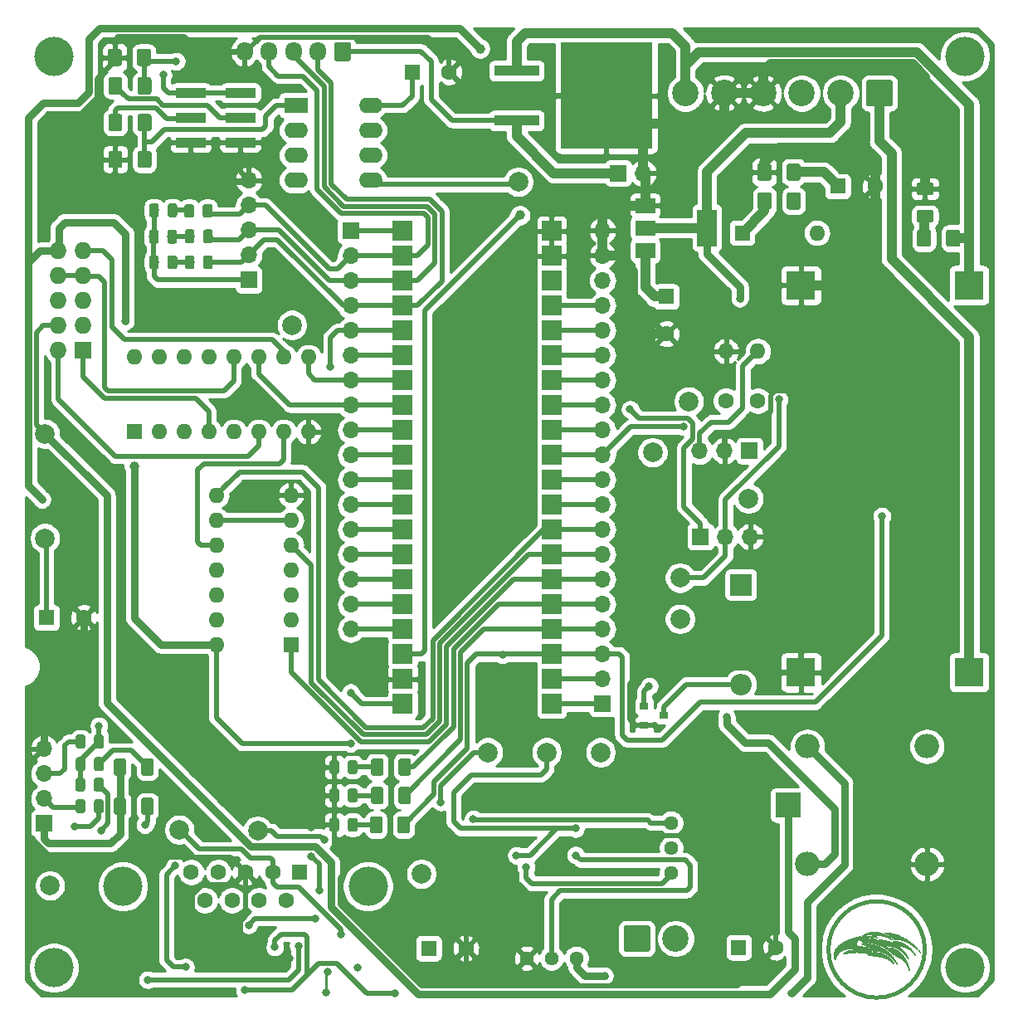
<source format=gbr>
G04 #@! TF.GenerationSoftware,KiCad,Pcbnew,(5.1.0)-1*
G04 #@! TF.CreationDate,2020-01-07T21:36:01+05:30*
G04 #@! TF.ProjectId,BLDC_STM32_proto_1,424c4443-5f53-4544-9d33-325f70726f74,rev?*
G04 #@! TF.SameCoordinates,Original*
G04 #@! TF.FileFunction,Copper,L1,Top*
G04 #@! TF.FilePolarity,Positive*
%FSLAX46Y46*%
G04 Gerber Fmt 4.6, Leading zero omitted, Abs format (unit mm)*
G04 Created by KiCad (PCBNEW (5.1.0)-1) date 2020-01-07 21:36:01*
%MOMM*%
%LPD*%
G04 APERTURE LIST*
%ADD10C,0.010000*%
%ADD11C,0.400000*%
%ADD12R,3.150000X1.000000*%
%ADD13C,4.000000*%
%ADD14R,1.600000X1.600000*%
%ADD15C,1.600000*%
%ADD16O,1.727200X1.727200*%
%ADD17R,1.727200X1.727200*%
%ADD18C,2.000000*%
%ADD19O,1.700000X1.700000*%
%ADD20R,1.700000X1.700000*%
%ADD21C,0.100000*%
%ADD22C,0.975000*%
%ADD23C,1.250000*%
%ADD24R,3.000000X3.000000*%
%ADD25R,2.000000X2.000000*%
%ADD26O,1.600000X1.600000*%
%ADD27C,1.425000*%
%ADD28R,2.200000X2.200000*%
%ADD29O,2.200000X2.200000*%
%ADD30C,2.700000*%
%ADD31C,1.700000*%
%ADD32O,1.700000X1.950000*%
%ADD33R,2.500000X2.500000*%
%ADD34O,2.500000X2.500000*%
%ADD35C,1.440000*%
%ADD36R,2.400000X1.600000*%
%ADD37O,2.400000X1.600000*%
%ADD38R,2.000000X3.800000*%
%ADD39R,2.000000X1.500000*%
%ADD40R,4.600000X1.100000*%
%ADD41R,9.400000X10.800000*%
%ADD42R,0.900000X0.800000*%
%ADD43C,0.800000*%
%ADD44C,1.000000*%
%ADD45C,0.508000*%
%ADD46C,1.016000*%
%ADD47C,0.762000*%
%ADD48C,0.254000*%
G04 APERTURE END LIST*
D10*
G36*
X158746861Y-144436193D02*
G01*
X158775675Y-144437082D01*
X158846361Y-144439725D01*
X158910748Y-144442790D01*
X158963283Y-144445963D01*
X158998416Y-144448934D01*
X159006919Y-144450094D01*
X159050158Y-144457120D01*
X159106671Y-144465355D01*
X159164498Y-144473109D01*
X159202198Y-144477667D01*
X159228398Y-144482236D01*
X159272363Y-144491574D01*
X159327248Y-144504179D01*
X159369400Y-144514364D01*
X159448735Y-144533974D01*
X159507392Y-144548603D01*
X159549361Y-144559327D01*
X159578630Y-144567221D01*
X159599188Y-144573360D01*
X159615026Y-144578818D01*
X159629750Y-144584519D01*
X159655278Y-144593581D01*
X159695404Y-144606692D01*
X159731350Y-144617908D01*
X159859545Y-144660905D01*
X160001702Y-144715369D01*
X160150828Y-144778410D01*
X160299931Y-144847139D01*
X160372700Y-144882941D01*
X160512583Y-144954660D01*
X160633566Y-145019803D01*
X160740338Y-145081216D01*
X160837585Y-145141746D01*
X160929997Y-145204239D01*
X161022260Y-145271540D01*
X161059434Y-145299875D01*
X161092948Y-145324906D01*
X161117998Y-145342156D01*
X161128058Y-145347500D01*
X161140561Y-145354950D01*
X161168775Y-145375197D01*
X161208645Y-145405087D01*
X161256115Y-145441463D01*
X161307131Y-145481170D01*
X161357637Y-145521053D01*
X161403579Y-145557957D01*
X161440901Y-145588726D01*
X161464900Y-145609603D01*
X161501853Y-145643488D01*
X161538878Y-145677048D01*
X161547450Y-145684739D01*
X161624643Y-145756148D01*
X161713300Y-145842192D01*
X161808628Y-145937988D01*
X161905836Y-146038653D01*
X162000135Y-146139304D01*
X162080907Y-146228486D01*
X162109557Y-146262302D01*
X162143827Y-146304935D01*
X162177826Y-146348821D01*
X162205666Y-146386394D01*
X162218752Y-146405549D01*
X162236425Y-146437251D01*
X162237916Y-146450092D01*
X162223714Y-146444372D01*
X162194309Y-146420391D01*
X162150191Y-146378450D01*
X162112600Y-146340406D01*
X162068435Y-146295992D01*
X162015315Y-146244309D01*
X161956321Y-146188175D01*
X161894536Y-146130407D01*
X161833042Y-146073820D01*
X161774920Y-146021232D01*
X161723253Y-145975460D01*
X161681122Y-145939320D01*
X161651611Y-145915630D01*
X161638837Y-145907414D01*
X161616935Y-145893431D01*
X161610950Y-145887412D01*
X161588711Y-145866606D01*
X161549301Y-145834734D01*
X161496764Y-145794692D01*
X161435147Y-145749377D01*
X161368494Y-145701686D01*
X161300852Y-145654515D01*
X161236266Y-145610761D01*
X161178781Y-145573321D01*
X161134700Y-145546395D01*
X161063009Y-145506178D01*
X160983707Y-145463903D01*
X160902498Y-145422412D01*
X160825083Y-145384546D01*
X160757168Y-145353146D01*
X160704454Y-145331054D01*
X160696550Y-145328115D01*
X160658330Y-145313210D01*
X160629822Y-145300074D01*
X160620984Y-145294600D01*
X160599176Y-145285785D01*
X160582535Y-145284000D01*
X160550747Y-145276850D01*
X160531100Y-145266798D01*
X160498006Y-145250292D01*
X160474300Y-145243050D01*
X160446731Y-145236568D01*
X160403475Y-145225543D01*
X160353321Y-145212221D01*
X160347300Y-145210587D01*
X160182755Y-145175306D01*
X159997046Y-145153281D01*
X159789922Y-145144482D01*
X159753390Y-145144299D01*
X159534500Y-145144300D01*
X159486281Y-145096675D01*
X159451703Y-145063786D01*
X159407304Y-145023252D01*
X159362668Y-144983819D01*
X159362456Y-144983636D01*
X159318841Y-144945797D01*
X159276131Y-144908571D01*
X159243321Y-144879799D01*
X159242400Y-144878986D01*
X159214044Y-144856019D01*
X159170880Y-144823415D01*
X159119197Y-144785682D01*
X159065282Y-144747331D01*
X159015424Y-144712872D01*
X158975909Y-144686814D01*
X158965647Y-144680490D01*
X158942582Y-144666218D01*
X158908093Y-144644353D01*
X158887960Y-144631434D01*
X158848711Y-144608047D01*
X158796789Y-144579631D01*
X158742566Y-144551839D01*
X158735560Y-144548406D01*
X158671418Y-144516510D01*
X158627272Y-144492638D01*
X158599840Y-144474642D01*
X158585844Y-144460377D01*
X158582000Y-144447955D01*
X158586388Y-144441363D01*
X158601759Y-144437076D01*
X158631422Y-144434910D01*
X158678686Y-144434677D01*
X158746861Y-144436193D01*
X158746861Y-144436193D01*
G37*
X158746861Y-144436193D02*
X158775675Y-144437082D01*
X158846361Y-144439725D01*
X158910748Y-144442790D01*
X158963283Y-144445963D01*
X158998416Y-144448934D01*
X159006919Y-144450094D01*
X159050158Y-144457120D01*
X159106671Y-144465355D01*
X159164498Y-144473109D01*
X159202198Y-144477667D01*
X159228398Y-144482236D01*
X159272363Y-144491574D01*
X159327248Y-144504179D01*
X159369400Y-144514364D01*
X159448735Y-144533974D01*
X159507392Y-144548603D01*
X159549361Y-144559327D01*
X159578630Y-144567221D01*
X159599188Y-144573360D01*
X159615026Y-144578818D01*
X159629750Y-144584519D01*
X159655278Y-144593581D01*
X159695404Y-144606692D01*
X159731350Y-144617908D01*
X159859545Y-144660905D01*
X160001702Y-144715369D01*
X160150828Y-144778410D01*
X160299931Y-144847139D01*
X160372700Y-144882941D01*
X160512583Y-144954660D01*
X160633566Y-145019803D01*
X160740338Y-145081216D01*
X160837585Y-145141746D01*
X160929997Y-145204239D01*
X161022260Y-145271540D01*
X161059434Y-145299875D01*
X161092948Y-145324906D01*
X161117998Y-145342156D01*
X161128058Y-145347500D01*
X161140561Y-145354950D01*
X161168775Y-145375197D01*
X161208645Y-145405087D01*
X161256115Y-145441463D01*
X161307131Y-145481170D01*
X161357637Y-145521053D01*
X161403579Y-145557957D01*
X161440901Y-145588726D01*
X161464900Y-145609603D01*
X161501853Y-145643488D01*
X161538878Y-145677048D01*
X161547450Y-145684739D01*
X161624643Y-145756148D01*
X161713300Y-145842192D01*
X161808628Y-145937988D01*
X161905836Y-146038653D01*
X162000135Y-146139304D01*
X162080907Y-146228486D01*
X162109557Y-146262302D01*
X162143827Y-146304935D01*
X162177826Y-146348821D01*
X162205666Y-146386394D01*
X162218752Y-146405549D01*
X162236425Y-146437251D01*
X162237916Y-146450092D01*
X162223714Y-146444372D01*
X162194309Y-146420391D01*
X162150191Y-146378450D01*
X162112600Y-146340406D01*
X162068435Y-146295992D01*
X162015315Y-146244309D01*
X161956321Y-146188175D01*
X161894536Y-146130407D01*
X161833042Y-146073820D01*
X161774920Y-146021232D01*
X161723253Y-145975460D01*
X161681122Y-145939320D01*
X161651611Y-145915630D01*
X161638837Y-145907414D01*
X161616935Y-145893431D01*
X161610950Y-145887412D01*
X161588711Y-145866606D01*
X161549301Y-145834734D01*
X161496764Y-145794692D01*
X161435147Y-145749377D01*
X161368494Y-145701686D01*
X161300852Y-145654515D01*
X161236266Y-145610761D01*
X161178781Y-145573321D01*
X161134700Y-145546395D01*
X161063009Y-145506178D01*
X160983707Y-145463903D01*
X160902498Y-145422412D01*
X160825083Y-145384546D01*
X160757168Y-145353146D01*
X160704454Y-145331054D01*
X160696550Y-145328115D01*
X160658330Y-145313210D01*
X160629822Y-145300074D01*
X160620984Y-145294600D01*
X160599176Y-145285785D01*
X160582535Y-145284000D01*
X160550747Y-145276850D01*
X160531100Y-145266798D01*
X160498006Y-145250292D01*
X160474300Y-145243050D01*
X160446731Y-145236568D01*
X160403475Y-145225543D01*
X160353321Y-145212221D01*
X160347300Y-145210587D01*
X160182755Y-145175306D01*
X159997046Y-145153281D01*
X159789922Y-145144482D01*
X159753390Y-145144299D01*
X159534500Y-145144300D01*
X159486281Y-145096675D01*
X159451703Y-145063786D01*
X159407304Y-145023252D01*
X159362668Y-144983819D01*
X159362456Y-144983636D01*
X159318841Y-144945797D01*
X159276131Y-144908571D01*
X159243321Y-144879799D01*
X159242400Y-144878986D01*
X159214044Y-144856019D01*
X159170880Y-144823415D01*
X159119197Y-144785682D01*
X159065282Y-144747331D01*
X159015424Y-144712872D01*
X158975909Y-144686814D01*
X158965647Y-144680490D01*
X158942582Y-144666218D01*
X158908093Y-144644353D01*
X158887960Y-144631434D01*
X158848711Y-144608047D01*
X158796789Y-144579631D01*
X158742566Y-144551839D01*
X158735560Y-144548406D01*
X158671418Y-144516510D01*
X158627272Y-144492638D01*
X158599840Y-144474642D01*
X158585844Y-144460377D01*
X158582000Y-144447955D01*
X158586388Y-144441363D01*
X158601759Y-144437076D01*
X158631422Y-144434910D01*
X158678686Y-144434677D01*
X158746861Y-144436193D01*
G36*
X159609879Y-145302139D02*
G01*
X159690341Y-145307942D01*
X159693279Y-145308192D01*
X159797190Y-145317772D01*
X159882493Y-145327584D01*
X159955961Y-145338880D01*
X160024365Y-145352912D01*
X160094477Y-145370935D01*
X160173069Y-145394201D01*
X160194900Y-145401004D01*
X160364395Y-145463780D01*
X160536055Y-145545263D01*
X160701395Y-145641102D01*
X160815945Y-145719632D01*
X160855179Y-145749607D01*
X160904319Y-145788592D01*
X160959162Y-145833089D01*
X161015506Y-145879598D01*
X161069150Y-145924620D01*
X161115892Y-145964655D01*
X161151529Y-145996203D01*
X161171861Y-146015767D01*
X161172800Y-146016823D01*
X161187992Y-146034110D01*
X161216396Y-146066174D01*
X161254308Y-146108844D01*
X161298024Y-146157948D01*
X161310571Y-146172024D01*
X161362593Y-146231813D01*
X161416440Y-146296131D01*
X161465753Y-146357247D01*
X161504127Y-146407366D01*
X161546130Y-146464705D01*
X161595066Y-146531489D01*
X161642848Y-146596681D01*
X161661631Y-146622302D01*
X161706937Y-146687612D01*
X161734280Y-146735584D01*
X161743840Y-146766655D01*
X161735796Y-146781266D01*
X161727463Y-146782600D01*
X161707535Y-146773841D01*
X161685091Y-146754025D01*
X161660894Y-146724206D01*
X161634160Y-146687538D01*
X161629707Y-146681000D01*
X161571798Y-146603309D01*
X161498502Y-146517923D01*
X161415777Y-146430908D01*
X161329582Y-146348330D01*
X161245878Y-146276258D01*
X161191850Y-146235230D01*
X161121266Y-146185565D01*
X161065881Y-146147392D01*
X161020330Y-146117289D01*
X160979250Y-146091833D01*
X160937280Y-146067602D01*
X160889055Y-146041175D01*
X160880700Y-146036675D01*
X160825655Y-146008928D01*
X160759125Y-145978219D01*
X160686862Y-145946905D01*
X160614617Y-145917341D01*
X160548143Y-145891884D01*
X160493191Y-145872889D01*
X160456373Y-145862874D01*
X160332388Y-145837001D01*
X160226583Y-145809565D01*
X160131756Y-145778023D01*
X160040706Y-145739830D01*
X159946231Y-145692442D01*
X159896450Y-145665063D01*
X159851419Y-145639778D01*
X159810022Y-145616627D01*
X159784284Y-145602317D01*
X159764230Y-145591140D01*
X159745701Y-145580402D01*
X159724074Y-145567233D01*
X159694724Y-145548767D01*
X159653026Y-145522136D01*
X159597910Y-145486757D01*
X159545965Y-145454023D01*
X159496381Y-145423877D01*
X159456643Y-145400824D01*
X159442335Y-145393125D01*
X159405707Y-145369041D01*
X159394308Y-145347304D01*
X159408038Y-145328352D01*
X159446796Y-145312623D01*
X159461504Y-145308993D01*
X159501101Y-145302645D01*
X159548680Y-145300367D01*
X159609879Y-145302139D01*
X159609879Y-145302139D01*
G37*
X159609879Y-145302139D02*
X159690341Y-145307942D01*
X159693279Y-145308192D01*
X159797190Y-145317772D01*
X159882493Y-145327584D01*
X159955961Y-145338880D01*
X160024365Y-145352912D01*
X160094477Y-145370935D01*
X160173069Y-145394201D01*
X160194900Y-145401004D01*
X160364395Y-145463780D01*
X160536055Y-145545263D01*
X160701395Y-145641102D01*
X160815945Y-145719632D01*
X160855179Y-145749607D01*
X160904319Y-145788592D01*
X160959162Y-145833089D01*
X161015506Y-145879598D01*
X161069150Y-145924620D01*
X161115892Y-145964655D01*
X161151529Y-145996203D01*
X161171861Y-146015767D01*
X161172800Y-146016823D01*
X161187992Y-146034110D01*
X161216396Y-146066174D01*
X161254308Y-146108844D01*
X161298024Y-146157948D01*
X161310571Y-146172024D01*
X161362593Y-146231813D01*
X161416440Y-146296131D01*
X161465753Y-146357247D01*
X161504127Y-146407366D01*
X161546130Y-146464705D01*
X161595066Y-146531489D01*
X161642848Y-146596681D01*
X161661631Y-146622302D01*
X161706937Y-146687612D01*
X161734280Y-146735584D01*
X161743840Y-146766655D01*
X161735796Y-146781266D01*
X161727463Y-146782600D01*
X161707535Y-146773841D01*
X161685091Y-146754025D01*
X161660894Y-146724206D01*
X161634160Y-146687538D01*
X161629707Y-146681000D01*
X161571798Y-146603309D01*
X161498502Y-146517923D01*
X161415777Y-146430908D01*
X161329582Y-146348330D01*
X161245878Y-146276258D01*
X161191850Y-146235230D01*
X161121266Y-146185565D01*
X161065881Y-146147392D01*
X161020330Y-146117289D01*
X160979250Y-146091833D01*
X160937280Y-146067602D01*
X160889055Y-146041175D01*
X160880700Y-146036675D01*
X160825655Y-146008928D01*
X160759125Y-145978219D01*
X160686862Y-145946905D01*
X160614617Y-145917341D01*
X160548143Y-145891884D01*
X160493191Y-145872889D01*
X160456373Y-145862874D01*
X160332388Y-145837001D01*
X160226583Y-145809565D01*
X160131756Y-145778023D01*
X160040706Y-145739830D01*
X159946231Y-145692442D01*
X159896450Y-145665063D01*
X159851419Y-145639778D01*
X159810022Y-145616627D01*
X159784284Y-145602317D01*
X159764230Y-145591140D01*
X159745701Y-145580402D01*
X159724074Y-145567233D01*
X159694724Y-145548767D01*
X159653026Y-145522136D01*
X159597910Y-145486757D01*
X159545965Y-145454023D01*
X159496381Y-145423877D01*
X159456643Y-145400824D01*
X159442335Y-145393125D01*
X159405707Y-145369041D01*
X159394308Y-145347304D01*
X159408038Y-145328352D01*
X159446796Y-145312623D01*
X159461504Y-145308993D01*
X159501101Y-145302645D01*
X159548680Y-145300367D01*
X159609879Y-145302139D01*
G36*
X159135857Y-145962782D02*
G01*
X159183849Y-145970277D01*
X159233202Y-145977853D01*
X159236050Y-145978285D01*
X159283736Y-145987398D01*
X159347172Y-146002112D01*
X159417911Y-146020299D01*
X159487508Y-146039829D01*
X159523412Y-146050740D01*
X159590953Y-146076435D01*
X159671817Y-146114169D01*
X159759327Y-146160326D01*
X159846805Y-146211289D01*
X159927575Y-146263441D01*
X159964394Y-146289597D01*
X160113949Y-146412763D01*
X160261502Y-146559250D01*
X160405261Y-146726979D01*
X160543434Y-146913871D01*
X160664078Y-147100950D01*
X160694852Y-147153003D01*
X160721052Y-147199383D01*
X160739558Y-147234441D01*
X160746797Y-147250759D01*
X160758194Y-147272186D01*
X160767255Y-147277900D01*
X160778796Y-147287556D01*
X160779100Y-147290355D01*
X160784182Y-147306611D01*
X160797841Y-147340100D01*
X160817694Y-147385142D01*
X160831042Y-147414180D01*
X160859350Y-147475008D01*
X160881193Y-147522404D01*
X160900909Y-147565924D01*
X160922836Y-147615126D01*
X160943498Y-147661852D01*
X160968755Y-147723739D01*
X160995173Y-147796594D01*
X161021598Y-147876277D01*
X161046875Y-147958651D01*
X161069852Y-148039578D01*
X161089373Y-148114921D01*
X161104285Y-148180541D01*
X161113434Y-148232301D01*
X161115666Y-148266063D01*
X161114216Y-148274005D01*
X161101123Y-148292199D01*
X161085452Y-148285177D01*
X161067163Y-148252917D01*
X161065020Y-148247899D01*
X161052696Y-148216307D01*
X161046131Y-148195390D01*
X161045800Y-148192939D01*
X161040985Y-148178118D01*
X161027995Y-148145224D01*
X161009004Y-148099380D01*
X160986192Y-148045705D01*
X160961735Y-147989321D01*
X160937811Y-147935350D01*
X160916598Y-147888912D01*
X160915937Y-147887500D01*
X160899108Y-147853643D01*
X160875686Y-147809204D01*
X160848741Y-147759685D01*
X160821343Y-147710588D01*
X160796562Y-147667412D01*
X160777469Y-147635660D01*
X160767133Y-147620832D01*
X160767097Y-147620800D01*
X160755223Y-147605559D01*
X160747350Y-147593266D01*
X160686427Y-147502797D01*
X160609881Y-147406374D01*
X160523013Y-147309543D01*
X160431127Y-147217855D01*
X160339525Y-147136857D01*
X160253509Y-147072096D01*
X160242048Y-147064534D01*
X160143793Y-147005053D01*
X160050148Y-146957961D01*
X159953237Y-146920099D01*
X159845186Y-146888310D01*
X159744050Y-146864834D01*
X159722496Y-146848623D01*
X159695555Y-146808377D01*
X159674200Y-146767199D01*
X159586125Y-146601917D01*
X159485755Y-146447976D01*
X159369099Y-146299882D01*
X159232165Y-146152141D01*
X159214695Y-146134684D01*
X159153735Y-146073010D01*
X159111093Y-146026500D01*
X159086026Y-145993529D01*
X159077788Y-145972476D01*
X159085636Y-145961717D01*
X159108825Y-145959630D01*
X159135857Y-145962782D01*
X159135857Y-145962782D01*
G37*
X159135857Y-145962782D02*
X159183849Y-145970277D01*
X159233202Y-145977853D01*
X159236050Y-145978285D01*
X159283736Y-145987398D01*
X159347172Y-146002112D01*
X159417911Y-146020299D01*
X159487508Y-146039829D01*
X159523412Y-146050740D01*
X159590953Y-146076435D01*
X159671817Y-146114169D01*
X159759327Y-146160326D01*
X159846805Y-146211289D01*
X159927575Y-146263441D01*
X159964394Y-146289597D01*
X160113949Y-146412763D01*
X160261502Y-146559250D01*
X160405261Y-146726979D01*
X160543434Y-146913871D01*
X160664078Y-147100950D01*
X160694852Y-147153003D01*
X160721052Y-147199383D01*
X160739558Y-147234441D01*
X160746797Y-147250759D01*
X160758194Y-147272186D01*
X160767255Y-147277900D01*
X160778796Y-147287556D01*
X160779100Y-147290355D01*
X160784182Y-147306611D01*
X160797841Y-147340100D01*
X160817694Y-147385142D01*
X160831042Y-147414180D01*
X160859350Y-147475008D01*
X160881193Y-147522404D01*
X160900909Y-147565924D01*
X160922836Y-147615126D01*
X160943498Y-147661852D01*
X160968755Y-147723739D01*
X160995173Y-147796594D01*
X161021598Y-147876277D01*
X161046875Y-147958651D01*
X161069852Y-148039578D01*
X161089373Y-148114921D01*
X161104285Y-148180541D01*
X161113434Y-148232301D01*
X161115666Y-148266063D01*
X161114216Y-148274005D01*
X161101123Y-148292199D01*
X161085452Y-148285177D01*
X161067163Y-148252917D01*
X161065020Y-148247899D01*
X161052696Y-148216307D01*
X161046131Y-148195390D01*
X161045800Y-148192939D01*
X161040985Y-148178118D01*
X161027995Y-148145224D01*
X161009004Y-148099380D01*
X160986192Y-148045705D01*
X160961735Y-147989321D01*
X160937811Y-147935350D01*
X160916598Y-147888912D01*
X160915937Y-147887500D01*
X160899108Y-147853643D01*
X160875686Y-147809204D01*
X160848741Y-147759685D01*
X160821343Y-147710588D01*
X160796562Y-147667412D01*
X160777469Y-147635660D01*
X160767133Y-147620832D01*
X160767097Y-147620800D01*
X160755223Y-147605559D01*
X160747350Y-147593266D01*
X160686427Y-147502797D01*
X160609881Y-147406374D01*
X160523013Y-147309543D01*
X160431127Y-147217855D01*
X160339525Y-147136857D01*
X160253509Y-147072096D01*
X160242048Y-147064534D01*
X160143793Y-147005053D01*
X160050148Y-146957961D01*
X159953237Y-146920099D01*
X159845186Y-146888310D01*
X159744050Y-146864834D01*
X159722496Y-146848623D01*
X159695555Y-146808377D01*
X159674200Y-146767199D01*
X159586125Y-146601917D01*
X159485755Y-146447976D01*
X159369099Y-146299882D01*
X159232165Y-146152141D01*
X159214695Y-146134684D01*
X159153735Y-146073010D01*
X159111093Y-146026500D01*
X159086026Y-145993529D01*
X159077788Y-145972476D01*
X159085636Y-145961717D01*
X159108825Y-145959630D01*
X159135857Y-145962782D01*
G36*
X158153726Y-145148732D02*
G01*
X158208110Y-145154709D01*
X158267754Y-145161177D01*
X158289900Y-145163553D01*
X158332467Y-145169514D01*
X158393553Y-145179898D01*
X158466913Y-145193458D01*
X158546307Y-145208951D01*
X158625493Y-145225130D01*
X158698227Y-145240750D01*
X158758268Y-145254567D01*
X158797900Y-145264897D01*
X158843164Y-145278142D01*
X158897794Y-145294070D01*
X158931250Y-145303797D01*
X159056690Y-145344655D01*
X159195682Y-145397591D01*
X159341398Y-145459518D01*
X159487014Y-145527348D01*
X159625705Y-145597995D01*
X159750643Y-145668371D01*
X159788500Y-145691515D01*
X159961729Y-145807733D01*
X160130419Y-145935893D01*
X160290762Y-146072513D01*
X160438954Y-146214107D01*
X160571188Y-146357191D01*
X160683658Y-146498280D01*
X160709707Y-146534950D01*
X160738846Y-146575927D01*
X160763203Y-146608014D01*
X160778793Y-146626039D01*
X160781474Y-146628083D01*
X160791671Y-146642590D01*
X160791800Y-146644568D01*
X160798217Y-146660828D01*
X160815015Y-146691498D01*
X160837730Y-146728620D01*
X160868273Y-146779440D01*
X160900789Y-146838648D01*
X160932843Y-146901167D01*
X160961997Y-146961921D01*
X160985815Y-147015834D01*
X161001861Y-147057831D01*
X161007700Y-147082742D01*
X161002136Y-147107622D01*
X160985880Y-147110110D01*
X160959581Y-147090543D01*
X160923891Y-147049256D01*
X160911992Y-147033425D01*
X160880364Y-146990278D01*
X160839440Y-146934425D01*
X160794924Y-146873655D01*
X160759347Y-146825075D01*
X160725061Y-146780073D01*
X160682684Y-146727234D01*
X160635108Y-146669860D01*
X160585225Y-146611255D01*
X160535930Y-146554724D01*
X160490114Y-146503569D01*
X160450671Y-146461094D01*
X160420493Y-146430603D01*
X160402473Y-146415399D01*
X160399646Y-146414300D01*
X160386614Y-146406138D01*
X160361427Y-146384897D01*
X160334189Y-146359597D01*
X160291157Y-146321033D01*
X160240430Y-146279656D01*
X160207600Y-146255011D01*
X160170165Y-146228103D01*
X160140315Y-146206327D01*
X160125050Y-146194816D01*
X160076732Y-146160223D01*
X160010186Y-146119093D01*
X159930790Y-146074263D01*
X159843922Y-146028571D01*
X159754963Y-145984853D01*
X159669290Y-145945946D01*
X159598000Y-145916840D01*
X159424439Y-145859672D01*
X159249503Y-145818616D01*
X159079531Y-145794932D01*
X158956650Y-145789327D01*
X158886360Y-145781989D01*
X158827645Y-145757422D01*
X158772500Y-145712864D01*
X158727948Y-145673575D01*
X158665709Y-145625179D01*
X158590319Y-145570871D01*
X158506315Y-145513845D01*
X158418233Y-145457293D01*
X158353400Y-145417810D01*
X158295818Y-145383389D01*
X158243299Y-145351575D01*
X158201216Y-145325650D01*
X158174940Y-145308896D01*
X158172939Y-145307545D01*
X158145622Y-145291220D01*
X158126723Y-145284017D01*
X158126221Y-145284000D01*
X158107204Y-145276249D01*
X158096595Y-145268125D01*
X158070880Y-145248537D01*
X158054413Y-145238269D01*
X158033905Y-145215577D01*
X158025574Y-145191087D01*
X158030128Y-145165160D01*
X158052673Y-145150011D01*
X158095198Y-145144982D01*
X158153726Y-145148732D01*
X158153726Y-145148732D01*
G37*
X158153726Y-145148732D02*
X158208110Y-145154709D01*
X158267754Y-145161177D01*
X158289900Y-145163553D01*
X158332467Y-145169514D01*
X158393553Y-145179898D01*
X158466913Y-145193458D01*
X158546307Y-145208951D01*
X158625493Y-145225130D01*
X158698227Y-145240750D01*
X158758268Y-145254567D01*
X158797900Y-145264897D01*
X158843164Y-145278142D01*
X158897794Y-145294070D01*
X158931250Y-145303797D01*
X159056690Y-145344655D01*
X159195682Y-145397591D01*
X159341398Y-145459518D01*
X159487014Y-145527348D01*
X159625705Y-145597995D01*
X159750643Y-145668371D01*
X159788500Y-145691515D01*
X159961729Y-145807733D01*
X160130419Y-145935893D01*
X160290762Y-146072513D01*
X160438954Y-146214107D01*
X160571188Y-146357191D01*
X160683658Y-146498280D01*
X160709707Y-146534950D01*
X160738846Y-146575927D01*
X160763203Y-146608014D01*
X160778793Y-146626039D01*
X160781474Y-146628083D01*
X160791671Y-146642590D01*
X160791800Y-146644568D01*
X160798217Y-146660828D01*
X160815015Y-146691498D01*
X160837730Y-146728620D01*
X160868273Y-146779440D01*
X160900789Y-146838648D01*
X160932843Y-146901167D01*
X160961997Y-146961921D01*
X160985815Y-147015834D01*
X161001861Y-147057831D01*
X161007700Y-147082742D01*
X161002136Y-147107622D01*
X160985880Y-147110110D01*
X160959581Y-147090543D01*
X160923891Y-147049256D01*
X160911992Y-147033425D01*
X160880364Y-146990278D01*
X160839440Y-146934425D01*
X160794924Y-146873655D01*
X160759347Y-146825075D01*
X160725061Y-146780073D01*
X160682684Y-146727234D01*
X160635108Y-146669860D01*
X160585225Y-146611255D01*
X160535930Y-146554724D01*
X160490114Y-146503569D01*
X160450671Y-146461094D01*
X160420493Y-146430603D01*
X160402473Y-146415399D01*
X160399646Y-146414300D01*
X160386614Y-146406138D01*
X160361427Y-146384897D01*
X160334189Y-146359597D01*
X160291157Y-146321033D01*
X160240430Y-146279656D01*
X160207600Y-146255011D01*
X160170165Y-146228103D01*
X160140315Y-146206327D01*
X160125050Y-146194816D01*
X160076732Y-146160223D01*
X160010186Y-146119093D01*
X159930790Y-146074263D01*
X159843922Y-146028571D01*
X159754963Y-145984853D01*
X159669290Y-145945946D01*
X159598000Y-145916840D01*
X159424439Y-145859672D01*
X159249503Y-145818616D01*
X159079531Y-145794932D01*
X158956650Y-145789327D01*
X158886360Y-145781989D01*
X158827645Y-145757422D01*
X158772500Y-145712864D01*
X158727948Y-145673575D01*
X158665709Y-145625179D01*
X158590319Y-145570871D01*
X158506315Y-145513845D01*
X158418233Y-145457293D01*
X158353400Y-145417810D01*
X158295818Y-145383389D01*
X158243299Y-145351575D01*
X158201216Y-145325650D01*
X158174940Y-145308896D01*
X158172939Y-145307545D01*
X158145622Y-145291220D01*
X158126723Y-145284017D01*
X158126221Y-145284000D01*
X158107204Y-145276249D01*
X158096595Y-145268125D01*
X158070880Y-145248537D01*
X158054413Y-145238269D01*
X158033905Y-145215577D01*
X158025574Y-145191087D01*
X158030128Y-145165160D01*
X158052673Y-145150011D01*
X158095198Y-145144982D01*
X158153726Y-145148732D01*
G36*
X157552281Y-146396050D02*
G01*
X157587888Y-146406220D01*
X157637952Y-146417536D01*
X157691781Y-146427586D01*
X157693000Y-146427786D01*
X157922459Y-146470802D01*
X158132312Y-146521800D01*
X158327506Y-146582253D01*
X158512987Y-146653633D01*
X158632800Y-146707595D01*
X158690988Y-146735596D01*
X158736839Y-146758706D01*
X158777165Y-146780828D01*
X158818781Y-146805864D01*
X158868499Y-146837718D01*
X158925727Y-146875390D01*
X159001823Y-146932623D01*
X159084824Y-147006885D01*
X159169597Y-147092839D01*
X159251013Y-147185146D01*
X159323939Y-147278469D01*
X159352881Y-147319761D01*
X159375254Y-147353769D01*
X159390463Y-147378343D01*
X159394800Y-147386952D01*
X159400537Y-147399481D01*
X159415906Y-147428940D01*
X159438143Y-147470086D01*
X159450645Y-147492813D01*
X159478637Y-147545397D01*
X159493827Y-147579857D01*
X159497133Y-147599450D01*
X159489472Y-147607429D01*
X159483124Y-147608100D01*
X159471190Y-147599372D01*
X159446252Y-147575844D01*
X159412403Y-147541498D01*
X159386816Y-147514456D01*
X159323213Y-147449736D01*
X159255246Y-147386641D01*
X159187618Y-147329086D01*
X159125035Y-147280990D01*
X159072200Y-147246268D01*
X159051900Y-147235603D01*
X159030249Y-147224339D01*
X158996303Y-147205477D01*
X158975700Y-147193679D01*
X158896934Y-147152609D01*
X158798936Y-147108621D01*
X158687392Y-147063713D01*
X158567987Y-147019890D01*
X158446408Y-146979150D01*
X158328341Y-146943497D01*
X158219471Y-146914930D01*
X158131150Y-146896424D01*
X158087677Y-146888590D01*
X158030390Y-146877932D01*
X157970396Y-146866521D01*
X157959700Y-146864456D01*
X157837407Y-146841821D01*
X157733925Y-146825012D01*
X157648550Y-146813673D01*
X157603722Y-146808419D01*
X157545770Y-146801563D01*
X157486788Y-146794536D01*
X157483450Y-146794137D01*
X157434383Y-146789430D01*
X157367294Y-146784611D01*
X157289555Y-146780131D01*
X157208537Y-146776440D01*
X157172300Y-146775134D01*
X157084091Y-146772085D01*
X157017817Y-146769083D01*
X156970022Y-146765520D01*
X156937248Y-146760784D01*
X156916038Y-146754268D01*
X156902937Y-146745362D01*
X156894487Y-146733456D01*
X156890600Y-146725475D01*
X156882663Y-146700314D01*
X156886349Y-146680874D01*
X156904158Y-146666178D01*
X156938590Y-146655251D01*
X156992146Y-146647117D01*
X157067324Y-146640799D01*
X157114770Y-146637964D01*
X157151735Y-146636039D01*
X157180208Y-146633179D01*
X157203832Y-146626807D01*
X157226247Y-146614344D01*
X157251095Y-146593211D01*
X157282017Y-146560830D01*
X157322654Y-146514623D01*
X157375500Y-146453342D01*
X157418935Y-146409553D01*
X157458582Y-146386846D01*
X157500984Y-146383100D01*
X157552281Y-146396050D01*
X157552281Y-146396050D01*
G37*
X157552281Y-146396050D02*
X157587888Y-146406220D01*
X157637952Y-146417536D01*
X157691781Y-146427586D01*
X157693000Y-146427786D01*
X157922459Y-146470802D01*
X158132312Y-146521800D01*
X158327506Y-146582253D01*
X158512987Y-146653633D01*
X158632800Y-146707595D01*
X158690988Y-146735596D01*
X158736839Y-146758706D01*
X158777165Y-146780828D01*
X158818781Y-146805864D01*
X158868499Y-146837718D01*
X158925727Y-146875390D01*
X159001823Y-146932623D01*
X159084824Y-147006885D01*
X159169597Y-147092839D01*
X159251013Y-147185146D01*
X159323939Y-147278469D01*
X159352881Y-147319761D01*
X159375254Y-147353769D01*
X159390463Y-147378343D01*
X159394800Y-147386952D01*
X159400537Y-147399481D01*
X159415906Y-147428940D01*
X159438143Y-147470086D01*
X159450645Y-147492813D01*
X159478637Y-147545397D01*
X159493827Y-147579857D01*
X159497133Y-147599450D01*
X159489472Y-147607429D01*
X159483124Y-147608100D01*
X159471190Y-147599372D01*
X159446252Y-147575844D01*
X159412403Y-147541498D01*
X159386816Y-147514456D01*
X159323213Y-147449736D01*
X159255246Y-147386641D01*
X159187618Y-147329086D01*
X159125035Y-147280990D01*
X159072200Y-147246268D01*
X159051900Y-147235603D01*
X159030249Y-147224339D01*
X158996303Y-147205477D01*
X158975700Y-147193679D01*
X158896934Y-147152609D01*
X158798936Y-147108621D01*
X158687392Y-147063713D01*
X158567987Y-147019890D01*
X158446408Y-146979150D01*
X158328341Y-146943497D01*
X158219471Y-146914930D01*
X158131150Y-146896424D01*
X158087677Y-146888590D01*
X158030390Y-146877932D01*
X157970396Y-146866521D01*
X157959700Y-146864456D01*
X157837407Y-146841821D01*
X157733925Y-146825012D01*
X157648550Y-146813673D01*
X157603722Y-146808419D01*
X157545770Y-146801563D01*
X157486788Y-146794536D01*
X157483450Y-146794137D01*
X157434383Y-146789430D01*
X157367294Y-146784611D01*
X157289555Y-146780131D01*
X157208537Y-146776440D01*
X157172300Y-146775134D01*
X157084091Y-146772085D01*
X157017817Y-146769083D01*
X156970022Y-146765520D01*
X156937248Y-146760784D01*
X156916038Y-146754268D01*
X156902937Y-146745362D01*
X156894487Y-146733456D01*
X156890600Y-146725475D01*
X156882663Y-146700314D01*
X156886349Y-146680874D01*
X156904158Y-146666178D01*
X156938590Y-146655251D01*
X156992146Y-146647117D01*
X157067324Y-146640799D01*
X157114770Y-146637964D01*
X157151735Y-146636039D01*
X157180208Y-146633179D01*
X157203832Y-146626807D01*
X157226247Y-146614344D01*
X157251095Y-146593211D01*
X157282017Y-146560830D01*
X157322654Y-146514623D01*
X157375500Y-146453342D01*
X157418935Y-146409553D01*
X157458582Y-146386846D01*
X157500984Y-146383100D01*
X157552281Y-146396050D01*
G36*
X156905494Y-145550676D02*
G01*
X156958426Y-145557361D01*
X157029199Y-145568717D01*
X157114368Y-145584193D01*
X157210400Y-145603217D01*
X157300575Y-145621826D01*
X157371116Y-145636708D01*
X157427285Y-145649171D01*
X157474345Y-145660521D01*
X157517558Y-145672064D01*
X157562187Y-145685108D01*
X157613493Y-145700958D01*
X157648550Y-145712005D01*
X157737406Y-145740318D01*
X157806627Y-145762972D01*
X157860911Y-145781593D01*
X157904957Y-145797806D01*
X157943463Y-145813234D01*
X157953350Y-145817403D01*
X157994343Y-145834778D01*
X158029100Y-145849373D01*
X158042250Y-145854816D01*
X158107318Y-145882256D01*
X158175725Y-145912537D01*
X158239984Y-145942231D01*
X158292612Y-145967911D01*
X158315300Y-145979860D01*
X158396377Y-146025985D01*
X158482745Y-146077292D01*
X158567792Y-146129694D01*
X158644907Y-146179103D01*
X158707477Y-146221430D01*
X158717194Y-146228347D01*
X158797367Y-146286741D01*
X158862755Y-146336399D01*
X158919716Y-146382659D01*
X158974610Y-146430859D01*
X159033795Y-146486338D01*
X159091992Y-146542975D01*
X159162609Y-146613579D01*
X159224038Y-146678019D01*
X159282512Y-146743215D01*
X159344263Y-146816086D01*
X159405047Y-146890550D01*
X159427998Y-146921033D01*
X159459818Y-146966133D01*
X159498263Y-147022394D01*
X159541092Y-147086357D01*
X159586059Y-147154564D01*
X159630921Y-147223559D01*
X159673435Y-147289882D01*
X159711357Y-147350077D01*
X159742444Y-147400685D01*
X159764452Y-147438250D01*
X159775137Y-147459313D01*
X159775800Y-147461937D01*
X159781725Y-147474893D01*
X159797035Y-147502800D01*
X159812430Y-147529407D01*
X159834510Y-147569048D01*
X159851668Y-147603774D01*
X159857736Y-147618866D01*
X159859956Y-147641512D01*
X159848977Y-147646788D01*
X159828638Y-147636160D01*
X159802782Y-147611096D01*
X159787984Y-147592225D01*
X159730794Y-147514806D01*
X159684480Y-147456814D01*
X159654796Y-147424133D01*
X159636674Y-147404690D01*
X159606363Y-147370653D01*
X159568082Y-147326817D01*
X159526056Y-147277973D01*
X159525993Y-147277900D01*
X159453264Y-147197037D01*
X159368308Y-147109538D01*
X159277442Y-147021455D01*
X159186979Y-146938836D01*
X159103237Y-146867731D01*
X159072444Y-146843413D01*
X159007009Y-146793286D01*
X158958796Y-146756788D01*
X158925011Y-146731912D01*
X158902863Y-146716646D01*
X158889558Y-146708982D01*
X158882777Y-146706920D01*
X158866858Y-146699524D01*
X158840132Y-146681781D01*
X158831977Y-146675740D01*
X158799571Y-146654282D01*
X158751661Y-146626509D01*
X158692736Y-146594628D01*
X158627283Y-146560846D01*
X158559790Y-146527373D01*
X158494746Y-146496414D01*
X158436638Y-146470180D01*
X158389954Y-146450876D01*
X158359182Y-146440712D01*
X158352186Y-146439700D01*
X158327132Y-146432863D01*
X158321015Y-146428590D01*
X158302458Y-146419994D01*
X158263945Y-146407766D01*
X158210449Y-146393128D01*
X158146944Y-146377305D01*
X158078404Y-146361521D01*
X158009805Y-146346998D01*
X157946119Y-146334961D01*
X157927950Y-146331893D01*
X157873227Y-146324692D01*
X157801221Y-146317672D01*
X157720046Y-146311501D01*
X157637812Y-146306850D01*
X157610450Y-146305711D01*
X157407250Y-146298156D01*
X157318967Y-146200653D01*
X157232926Y-146107859D01*
X157155528Y-146030438D01*
X157082465Y-145965664D01*
X157009426Y-145910808D01*
X156932101Y-145863145D01*
X156846182Y-145819947D01*
X156747356Y-145778489D01*
X156631316Y-145736043D01*
X156530950Y-145702103D01*
X156436413Y-145670469D01*
X156363558Y-145645020D01*
X156309756Y-145624578D01*
X156272379Y-145607964D01*
X156248799Y-145594001D01*
X156236389Y-145581509D01*
X156232519Y-145569311D01*
X156232500Y-145568289D01*
X156236584Y-145557730D01*
X156251141Y-145552459D01*
X156279624Y-145552531D01*
X156325485Y-145557999D01*
X156392180Y-145568917D01*
X156403950Y-145570985D01*
X156527961Y-145584039D01*
X156659351Y-145582374D01*
X156784973Y-145566237D01*
X156797650Y-145563637D01*
X156836559Y-145555667D01*
X156865464Y-145550363D01*
X156873850Y-145549217D01*
X156905494Y-145550676D01*
X156905494Y-145550676D01*
G37*
X156905494Y-145550676D02*
X156958426Y-145557361D01*
X157029199Y-145568717D01*
X157114368Y-145584193D01*
X157210400Y-145603217D01*
X157300575Y-145621826D01*
X157371116Y-145636708D01*
X157427285Y-145649171D01*
X157474345Y-145660521D01*
X157517558Y-145672064D01*
X157562187Y-145685108D01*
X157613493Y-145700958D01*
X157648550Y-145712005D01*
X157737406Y-145740318D01*
X157806627Y-145762972D01*
X157860911Y-145781593D01*
X157904957Y-145797806D01*
X157943463Y-145813234D01*
X157953350Y-145817403D01*
X157994343Y-145834778D01*
X158029100Y-145849373D01*
X158042250Y-145854816D01*
X158107318Y-145882256D01*
X158175725Y-145912537D01*
X158239984Y-145942231D01*
X158292612Y-145967911D01*
X158315300Y-145979860D01*
X158396377Y-146025985D01*
X158482745Y-146077292D01*
X158567792Y-146129694D01*
X158644907Y-146179103D01*
X158707477Y-146221430D01*
X158717194Y-146228347D01*
X158797367Y-146286741D01*
X158862755Y-146336399D01*
X158919716Y-146382659D01*
X158974610Y-146430859D01*
X159033795Y-146486338D01*
X159091992Y-146542975D01*
X159162609Y-146613579D01*
X159224038Y-146678019D01*
X159282512Y-146743215D01*
X159344263Y-146816086D01*
X159405047Y-146890550D01*
X159427998Y-146921033D01*
X159459818Y-146966133D01*
X159498263Y-147022394D01*
X159541092Y-147086357D01*
X159586059Y-147154564D01*
X159630921Y-147223559D01*
X159673435Y-147289882D01*
X159711357Y-147350077D01*
X159742444Y-147400685D01*
X159764452Y-147438250D01*
X159775137Y-147459313D01*
X159775800Y-147461937D01*
X159781725Y-147474893D01*
X159797035Y-147502800D01*
X159812430Y-147529407D01*
X159834510Y-147569048D01*
X159851668Y-147603774D01*
X159857736Y-147618866D01*
X159859956Y-147641512D01*
X159848977Y-147646788D01*
X159828638Y-147636160D01*
X159802782Y-147611096D01*
X159787984Y-147592225D01*
X159730794Y-147514806D01*
X159684480Y-147456814D01*
X159654796Y-147424133D01*
X159636674Y-147404690D01*
X159606363Y-147370653D01*
X159568082Y-147326817D01*
X159526056Y-147277973D01*
X159525993Y-147277900D01*
X159453264Y-147197037D01*
X159368308Y-147109538D01*
X159277442Y-147021455D01*
X159186979Y-146938836D01*
X159103237Y-146867731D01*
X159072444Y-146843413D01*
X159007009Y-146793286D01*
X158958796Y-146756788D01*
X158925011Y-146731912D01*
X158902863Y-146716646D01*
X158889558Y-146708982D01*
X158882777Y-146706920D01*
X158866858Y-146699524D01*
X158840132Y-146681781D01*
X158831977Y-146675740D01*
X158799571Y-146654282D01*
X158751661Y-146626509D01*
X158692736Y-146594628D01*
X158627283Y-146560846D01*
X158559790Y-146527373D01*
X158494746Y-146496414D01*
X158436638Y-146470180D01*
X158389954Y-146450876D01*
X158359182Y-146440712D01*
X158352186Y-146439700D01*
X158327132Y-146432863D01*
X158321015Y-146428590D01*
X158302458Y-146419994D01*
X158263945Y-146407766D01*
X158210449Y-146393128D01*
X158146944Y-146377305D01*
X158078404Y-146361521D01*
X158009805Y-146346998D01*
X157946119Y-146334961D01*
X157927950Y-146331893D01*
X157873227Y-146324692D01*
X157801221Y-146317672D01*
X157720046Y-146311501D01*
X157637812Y-146306850D01*
X157610450Y-146305711D01*
X157407250Y-146298156D01*
X157318967Y-146200653D01*
X157232926Y-146107859D01*
X157155528Y-146030438D01*
X157082465Y-145965664D01*
X157009426Y-145910808D01*
X156932101Y-145863145D01*
X156846182Y-145819947D01*
X156747356Y-145778489D01*
X156631316Y-145736043D01*
X156530950Y-145702103D01*
X156436413Y-145670469D01*
X156363558Y-145645020D01*
X156309756Y-145624578D01*
X156272379Y-145607964D01*
X156248799Y-145594001D01*
X156236389Y-145581509D01*
X156232519Y-145569311D01*
X156232500Y-145568289D01*
X156236584Y-145557730D01*
X156251141Y-145552459D01*
X156279624Y-145552531D01*
X156325485Y-145557999D01*
X156392180Y-145568917D01*
X156403950Y-145570985D01*
X156527961Y-145584039D01*
X156659351Y-145582374D01*
X156784973Y-145566237D01*
X156797650Y-145563637D01*
X156836559Y-145555667D01*
X156865464Y-145550363D01*
X156873850Y-145549217D01*
X156905494Y-145550676D01*
G36*
X156961773Y-144963077D02*
G01*
X156977364Y-144968088D01*
X156990622Y-144987430D01*
X157005504Y-145020676D01*
X157010227Y-145033961D01*
X157020563Y-145103972D01*
X157009114Y-145178625D01*
X156978068Y-145254179D01*
X156929618Y-145326895D01*
X156865953Y-145393032D01*
X156789264Y-145448848D01*
X156756754Y-145466782D01*
X156718222Y-145479311D01*
X156663683Y-145488647D01*
X156602414Y-145494033D01*
X156543692Y-145494710D01*
X156496792Y-145489921D01*
X156490716Y-145488523D01*
X156423910Y-145462043D01*
X156353232Y-145418613D01*
X156286262Y-145363953D01*
X156230582Y-145303782D01*
X156212790Y-145278866D01*
X156188912Y-145241983D01*
X156251796Y-145186648D01*
X156317665Y-145137870D01*
X156401195Y-145089986D01*
X156494809Y-145046766D01*
X156590930Y-145011980D01*
X156619850Y-145003553D01*
X156678147Y-144989890D01*
X156743178Y-144978274D01*
X156809499Y-144969245D01*
X156871668Y-144963343D01*
X156924240Y-144961107D01*
X156961773Y-144963077D01*
X156961773Y-144963077D01*
G37*
X156961773Y-144963077D02*
X156977364Y-144968088D01*
X156990622Y-144987430D01*
X157005504Y-145020676D01*
X157010227Y-145033961D01*
X157020563Y-145103972D01*
X157009114Y-145178625D01*
X156978068Y-145254179D01*
X156929618Y-145326895D01*
X156865953Y-145393032D01*
X156789264Y-145448848D01*
X156756754Y-145466782D01*
X156718222Y-145479311D01*
X156663683Y-145488647D01*
X156602414Y-145494033D01*
X156543692Y-145494710D01*
X156496792Y-145489921D01*
X156490716Y-145488523D01*
X156423910Y-145462043D01*
X156353232Y-145418613D01*
X156286262Y-145363953D01*
X156230582Y-145303782D01*
X156212790Y-145278866D01*
X156188912Y-145241983D01*
X156251796Y-145186648D01*
X156317665Y-145137870D01*
X156401195Y-145089986D01*
X156494809Y-145046766D01*
X156590930Y-145011980D01*
X156619850Y-145003553D01*
X156678147Y-144989890D01*
X156743178Y-144978274D01*
X156809499Y-144969245D01*
X156871668Y-144963343D01*
X156924240Y-144961107D01*
X156961773Y-144963077D01*
G36*
X156967495Y-144757830D02*
G01*
X157082118Y-144764698D01*
X157196123Y-144775733D01*
X157303163Y-144790556D01*
X157395232Y-144808403D01*
X157440354Y-144818658D01*
X157478317Y-144826957D01*
X157496832Y-144830719D01*
X157523848Y-144837129D01*
X157562640Y-144847918D01*
X157578700Y-144852721D01*
X157615594Y-144863323D01*
X157642879Y-144869941D01*
X157649431Y-144870938D01*
X157668443Y-144876044D01*
X157701145Y-144888150D01*
X157719281Y-144895616D01*
X157796715Y-144929724D01*
X157850076Y-144955910D01*
X157879416Y-144974201D01*
X157884785Y-144984625D01*
X157883941Y-144985277D01*
X157862347Y-144987438D01*
X157857925Y-144985441D01*
X157839863Y-144978236D01*
X157804784Y-144966940D01*
X157760222Y-144953978D01*
X157759443Y-144953762D01*
X157618089Y-144918665D01*
X157484369Y-144894739D01*
X157352292Y-144881687D01*
X157215869Y-144879208D01*
X157069109Y-144887006D01*
X156906021Y-144904781D01*
X156871156Y-144909473D01*
X156834073Y-144916223D01*
X156780043Y-144928025D01*
X156716566Y-144943044D01*
X156651142Y-144959439D01*
X156591271Y-144975374D01*
X156544453Y-144989009D01*
X156537300Y-144991304D01*
X156487836Y-145009212D01*
X156426913Y-145033775D01*
X156359596Y-145062666D01*
X156290951Y-145093558D01*
X156226045Y-145124124D01*
X156169942Y-145152038D01*
X156127708Y-145174973D01*
X156105500Y-145189639D01*
X156073065Y-145208322D01*
X156038604Y-145215513D01*
X156011968Y-145209626D01*
X156007273Y-145205441D01*
X156001874Y-145181608D01*
X156008402Y-145144815D01*
X156024671Y-145103218D01*
X156042930Y-145072387D01*
X156073301Y-145032590D01*
X156103186Y-144998181D01*
X156127699Y-144974424D01*
X156141225Y-144966500D01*
X156158550Y-144957780D01*
X156168781Y-144947713D01*
X156190565Y-144928976D01*
X156222197Y-144909082D01*
X156224311Y-144907958D01*
X156290927Y-144873559D01*
X156338433Y-144850450D01*
X156369740Y-144837263D01*
X156383214Y-144833275D01*
X156407411Y-144826879D01*
X156444235Y-144815641D01*
X156461100Y-144810166D01*
X156510857Y-144796221D01*
X156565852Y-144784328D01*
X156581750Y-144781658D01*
X156627832Y-144774634D01*
X156670034Y-144768102D01*
X156683350Y-144766004D01*
X156761766Y-144758105D01*
X156858596Y-144755507D01*
X156967495Y-144757830D01*
X156967495Y-144757830D01*
G37*
X156967495Y-144757830D02*
X157082118Y-144764698D01*
X157196123Y-144775733D01*
X157303163Y-144790556D01*
X157395232Y-144808403D01*
X157440354Y-144818658D01*
X157478317Y-144826957D01*
X157496832Y-144830719D01*
X157523848Y-144837129D01*
X157562640Y-144847918D01*
X157578700Y-144852721D01*
X157615594Y-144863323D01*
X157642879Y-144869941D01*
X157649431Y-144870938D01*
X157668443Y-144876044D01*
X157701145Y-144888150D01*
X157719281Y-144895616D01*
X157796715Y-144929724D01*
X157850076Y-144955910D01*
X157879416Y-144974201D01*
X157884785Y-144984625D01*
X157883941Y-144985277D01*
X157862347Y-144987438D01*
X157857925Y-144985441D01*
X157839863Y-144978236D01*
X157804784Y-144966940D01*
X157760222Y-144953978D01*
X157759443Y-144953762D01*
X157618089Y-144918665D01*
X157484369Y-144894739D01*
X157352292Y-144881687D01*
X157215869Y-144879208D01*
X157069109Y-144887006D01*
X156906021Y-144904781D01*
X156871156Y-144909473D01*
X156834073Y-144916223D01*
X156780043Y-144928025D01*
X156716566Y-144943044D01*
X156651142Y-144959439D01*
X156591271Y-144975374D01*
X156544453Y-144989009D01*
X156537300Y-144991304D01*
X156487836Y-145009212D01*
X156426913Y-145033775D01*
X156359596Y-145062666D01*
X156290951Y-145093558D01*
X156226045Y-145124124D01*
X156169942Y-145152038D01*
X156127708Y-145174973D01*
X156105500Y-145189639D01*
X156073065Y-145208322D01*
X156038604Y-145215513D01*
X156011968Y-145209626D01*
X156007273Y-145205441D01*
X156001874Y-145181608D01*
X156008402Y-145144815D01*
X156024671Y-145103218D01*
X156042930Y-145072387D01*
X156073301Y-145032590D01*
X156103186Y-144998181D01*
X156127699Y-144974424D01*
X156141225Y-144966500D01*
X156158550Y-144957780D01*
X156168781Y-144947713D01*
X156190565Y-144928976D01*
X156222197Y-144909082D01*
X156224311Y-144907958D01*
X156290927Y-144873559D01*
X156338433Y-144850450D01*
X156369740Y-144837263D01*
X156383214Y-144833275D01*
X156407411Y-144826879D01*
X156444235Y-144815641D01*
X156461100Y-144810166D01*
X156510857Y-144796221D01*
X156565852Y-144784328D01*
X156581750Y-144781658D01*
X156627832Y-144774634D01*
X156670034Y-144768102D01*
X156683350Y-144766004D01*
X156761766Y-144758105D01*
X156858596Y-144755507D01*
X156967495Y-144757830D01*
G36*
X157679355Y-144389444D02*
G01*
X157930103Y-144415366D01*
X158181978Y-144466517D01*
X158334350Y-144509578D01*
X158379613Y-144524397D01*
X158415652Y-144537438D01*
X158435238Y-144546069D01*
X158435950Y-144546542D01*
X158454494Y-144555826D01*
X158488080Y-144569557D01*
X158512150Y-144578517D01*
X158582577Y-144606126D01*
X158658675Y-144639765D01*
X158731666Y-144675286D01*
X158792768Y-144708538D01*
X158811499Y-144720007D01*
X158844271Y-144740437D01*
X158867518Y-144753813D01*
X158874100Y-144756737D01*
X158888248Y-144763836D01*
X158917285Y-144781578D01*
X158955289Y-144806042D01*
X158996339Y-144833304D01*
X159034514Y-144859443D01*
X159063895Y-144880536D01*
X159077300Y-144891345D01*
X159095882Y-144907537D01*
X159128358Y-144934303D01*
X159168587Y-144966602D01*
X159180332Y-144975894D01*
X159235771Y-145022046D01*
X159284026Y-145066826D01*
X159321908Y-145106837D01*
X159346227Y-145138683D01*
X159353793Y-145158969D01*
X159353495Y-145160263D01*
X159343251Y-145174941D01*
X159324668Y-145174910D01*
X159294266Y-145159163D01*
X159255534Y-145131924D01*
X159214215Y-145102741D01*
X159175411Y-145078068D01*
X159151368Y-145065120D01*
X159126196Y-145051250D01*
X159115406Y-145039892D01*
X159115400Y-145039705D01*
X159104617Y-145030351D01*
X159075458Y-145012946D01*
X159032700Y-144989876D01*
X158981125Y-144963525D01*
X158925512Y-144936278D01*
X158870642Y-144910520D01*
X158821293Y-144888636D01*
X158782247Y-144873010D01*
X158778850Y-144871798D01*
X158737325Y-144857101D01*
X158702353Y-144844513D01*
X158689950Y-144839935D01*
X158659386Y-144829808D01*
X158609391Y-144814851D01*
X158545129Y-144796564D01*
X158471769Y-144776450D01*
X158467700Y-144775355D01*
X158377495Y-144756617D01*
X158269318Y-144742998D01*
X158150122Y-144734735D01*
X158026860Y-144732065D01*
X157906486Y-144735227D01*
X157795955Y-144744457D01*
X157750150Y-144750836D01*
X157701807Y-144758519D01*
X157660706Y-144764857D01*
X157635858Y-144768461D01*
X157610636Y-144766441D01*
X157570987Y-144757851D01*
X157534258Y-144747260D01*
X157484185Y-144731942D01*
X157421754Y-144713926D01*
X157359234Y-144696738D01*
X157350100Y-144694316D01*
X157299050Y-144680528D01*
X157256116Y-144668320D01*
X157228242Y-144659692D01*
X157223100Y-144657790D01*
X157202840Y-144653170D01*
X157163743Y-144647275D01*
X157112281Y-144641011D01*
X157077050Y-144637344D01*
X156920322Y-144631209D01*
X156770962Y-144643410D01*
X156632862Y-144673362D01*
X156509909Y-144720477D01*
X156502988Y-144723893D01*
X156468614Y-144739828D01*
X156443114Y-144749380D01*
X156436877Y-144750600D01*
X156419345Y-144757234D01*
X156390212Y-144773936D01*
X156377047Y-144782549D01*
X156336029Y-144801935D01*
X156299363Y-144804811D01*
X156272356Y-144792598D01*
X156260313Y-144766714D01*
X156261090Y-144751539D01*
X156274818Y-144734965D01*
X156309242Y-144711882D01*
X156360942Y-144683748D01*
X156426496Y-144652023D01*
X156502484Y-144618166D01*
X156585485Y-144583634D01*
X156672077Y-144549888D01*
X156758840Y-144518385D01*
X156842352Y-144490585D01*
X156919193Y-144467946D01*
X156937350Y-144463164D01*
X157182630Y-144413331D01*
X157430081Y-144388762D01*
X157679355Y-144389444D01*
X157679355Y-144389444D01*
G37*
X157679355Y-144389444D02*
X157930103Y-144415366D01*
X158181978Y-144466517D01*
X158334350Y-144509578D01*
X158379613Y-144524397D01*
X158415652Y-144537438D01*
X158435238Y-144546069D01*
X158435950Y-144546542D01*
X158454494Y-144555826D01*
X158488080Y-144569557D01*
X158512150Y-144578517D01*
X158582577Y-144606126D01*
X158658675Y-144639765D01*
X158731666Y-144675286D01*
X158792768Y-144708538D01*
X158811499Y-144720007D01*
X158844271Y-144740437D01*
X158867518Y-144753813D01*
X158874100Y-144756737D01*
X158888248Y-144763836D01*
X158917285Y-144781578D01*
X158955289Y-144806042D01*
X158996339Y-144833304D01*
X159034514Y-144859443D01*
X159063895Y-144880536D01*
X159077300Y-144891345D01*
X159095882Y-144907537D01*
X159128358Y-144934303D01*
X159168587Y-144966602D01*
X159180332Y-144975894D01*
X159235771Y-145022046D01*
X159284026Y-145066826D01*
X159321908Y-145106837D01*
X159346227Y-145138683D01*
X159353793Y-145158969D01*
X159353495Y-145160263D01*
X159343251Y-145174941D01*
X159324668Y-145174910D01*
X159294266Y-145159163D01*
X159255534Y-145131924D01*
X159214215Y-145102741D01*
X159175411Y-145078068D01*
X159151368Y-145065120D01*
X159126196Y-145051250D01*
X159115406Y-145039892D01*
X159115400Y-145039705D01*
X159104617Y-145030351D01*
X159075458Y-145012946D01*
X159032700Y-144989876D01*
X158981125Y-144963525D01*
X158925512Y-144936278D01*
X158870642Y-144910520D01*
X158821293Y-144888636D01*
X158782247Y-144873010D01*
X158778850Y-144871798D01*
X158737325Y-144857101D01*
X158702353Y-144844513D01*
X158689950Y-144839935D01*
X158659386Y-144829808D01*
X158609391Y-144814851D01*
X158545129Y-144796564D01*
X158471769Y-144776450D01*
X158467700Y-144775355D01*
X158377495Y-144756617D01*
X158269318Y-144742998D01*
X158150122Y-144734735D01*
X158026860Y-144732065D01*
X157906486Y-144735227D01*
X157795955Y-144744457D01*
X157750150Y-144750836D01*
X157701807Y-144758519D01*
X157660706Y-144764857D01*
X157635858Y-144768461D01*
X157610636Y-144766441D01*
X157570987Y-144757851D01*
X157534258Y-144747260D01*
X157484185Y-144731942D01*
X157421754Y-144713926D01*
X157359234Y-144696738D01*
X157350100Y-144694316D01*
X157299050Y-144680528D01*
X157256116Y-144668320D01*
X157228242Y-144659692D01*
X157223100Y-144657790D01*
X157202840Y-144653170D01*
X157163743Y-144647275D01*
X157112281Y-144641011D01*
X157077050Y-144637344D01*
X156920322Y-144631209D01*
X156770962Y-144643410D01*
X156632862Y-144673362D01*
X156509909Y-144720477D01*
X156502988Y-144723893D01*
X156468614Y-144739828D01*
X156443114Y-144749380D01*
X156436877Y-144750600D01*
X156419345Y-144757234D01*
X156390212Y-144773936D01*
X156377047Y-144782549D01*
X156336029Y-144801935D01*
X156299363Y-144804811D01*
X156272356Y-144792598D01*
X156260313Y-144766714D01*
X156261090Y-144751539D01*
X156274818Y-144734965D01*
X156309242Y-144711882D01*
X156360942Y-144683748D01*
X156426496Y-144652023D01*
X156502484Y-144618166D01*
X156585485Y-144583634D01*
X156672077Y-144549888D01*
X156758840Y-144518385D01*
X156842352Y-144490585D01*
X156919193Y-144467946D01*
X156937350Y-144463164D01*
X157182630Y-144413331D01*
X157430081Y-144388762D01*
X157679355Y-144389444D01*
G36*
X156108025Y-144816923D02*
G01*
X156116617Y-144825366D01*
X156118041Y-144841546D01*
X156108951Y-144878683D01*
X156083253Y-144930241D01*
X156042837Y-144993240D01*
X155989593Y-145064698D01*
X155934050Y-145131725D01*
X155854377Y-145227421D01*
X155793445Y-145309924D01*
X155750195Y-145381954D01*
X155723569Y-145446228D01*
X155712510Y-145505465D01*
X155715958Y-145562384D01*
X155732855Y-145619703D01*
X155738692Y-145633592D01*
X155773313Y-145688823D01*
X155825078Y-145734398D01*
X155895849Y-145771269D01*
X155987487Y-145800385D01*
X156101851Y-145822697D01*
X156111850Y-145824189D01*
X156153659Y-145830556D01*
X156206106Y-145838871D01*
X156238850Y-145844207D01*
X156293988Y-145852984D01*
X156358133Y-145862727D01*
X156403950Y-145869400D01*
X156576806Y-145898415D01*
X156726492Y-145933480D01*
X156854678Y-145975337D01*
X156963033Y-146024729D01*
X157053227Y-146082400D01*
X157126929Y-146149092D01*
X157178199Y-146213937D01*
X157204371Y-146256479D01*
X157217923Y-146291935D01*
X157222743Y-146332526D01*
X157223099Y-146355061D01*
X157217485Y-146425872D01*
X157198806Y-146478423D01*
X157164310Y-146517665D01*
X157117017Y-146545907D01*
X157088172Y-146558916D01*
X157064177Y-146566998D01*
X157038795Y-146570562D01*
X157005790Y-146570020D01*
X156958923Y-146565781D01*
X156905600Y-146559814D01*
X156844237Y-146552452D01*
X156789520Y-146545249D01*
X156747968Y-146539101D01*
X156727800Y-146535359D01*
X156700612Y-146530243D01*
X156656458Y-146523519D01*
X156603612Y-146516423D01*
X156588100Y-146514503D01*
X156534310Y-146507879D01*
X156486845Y-146501852D01*
X156453969Y-146497478D01*
X156448400Y-146496678D01*
X156215886Y-146468396D01*
X155974783Y-146450997D01*
X155732362Y-146444622D01*
X155495896Y-146449414D01*
X155272656Y-146465515D01*
X155210150Y-146472474D01*
X155099782Y-146486173D01*
X155008106Y-146498498D01*
X154928541Y-146510639D01*
X154854509Y-146523787D01*
X154779430Y-146539133D01*
X154696725Y-146557866D01*
X154599815Y-146581177D01*
X154573025Y-146587755D01*
X154493120Y-146605719D01*
X154435910Y-146614208D01*
X154400345Y-146612766D01*
X154385375Y-146600937D01*
X154389951Y-146578264D01*
X154413022Y-146544292D01*
X154429124Y-146525236D01*
X154509790Y-146447472D01*
X154603328Y-146384675D01*
X154702150Y-146338062D01*
X154751838Y-146318062D01*
X154794902Y-146300702D01*
X154824025Y-146288934D01*
X154829150Y-146286854D01*
X154841839Y-146281945D01*
X154856154Y-146277375D01*
X154876085Y-146272245D01*
X154905622Y-146265658D01*
X154948757Y-146256717D01*
X155009480Y-146244524D01*
X155076800Y-146231151D01*
X155152736Y-146216661D01*
X155223844Y-146204549D01*
X155293549Y-146194564D01*
X155365273Y-146186455D01*
X155442441Y-146179973D01*
X155528476Y-146174866D01*
X155626803Y-146170885D01*
X155740845Y-146167778D01*
X155874027Y-146165297D01*
X156001288Y-146163535D01*
X156112229Y-146162021D01*
X156214617Y-146160355D01*
X156305813Y-146158601D01*
X156383179Y-146156820D01*
X156444077Y-146155077D01*
X156485867Y-146153434D01*
X156505913Y-146151954D01*
X156507275Y-146151441D01*
X156488137Y-146143032D01*
X156447297Y-146132409D01*
X156388293Y-146120169D01*
X156314667Y-146106906D01*
X156229959Y-146093216D01*
X156137710Y-146079692D01*
X156041461Y-146066929D01*
X155944752Y-146055523D01*
X155921350Y-146052999D01*
X155836092Y-146046108D01*
X155732692Y-146041117D01*
X155617207Y-146038030D01*
X155495693Y-146036848D01*
X155374206Y-146037577D01*
X155258803Y-146040217D01*
X155155541Y-146044772D01*
X155070475Y-146051244D01*
X155057750Y-146052593D01*
X154833253Y-146084517D01*
X154630053Y-146128034D01*
X154446533Y-146183774D01*
X154281075Y-146252369D01*
X154132061Y-146334452D01*
X153997875Y-146430655D01*
X153923208Y-146495981D01*
X153820892Y-146606664D01*
X153736015Y-146730653D01*
X153667194Y-146870492D01*
X153613045Y-147028723D01*
X153594624Y-147100100D01*
X153580846Y-147131657D01*
X153560964Y-147148769D01*
X153552800Y-147149845D01*
X153537775Y-147144577D01*
X153514700Y-147134516D01*
X153487554Y-147119025D01*
X153473376Y-147106801D01*
X153464104Y-147087262D01*
X153451023Y-147051897D01*
X153437013Y-147009382D01*
X153424957Y-146968395D01*
X153418421Y-146941350D01*
X153395110Y-146770656D01*
X153394447Y-146610010D01*
X153416947Y-146457000D01*
X153463123Y-146309212D01*
X153533488Y-146164235D01*
X153609109Y-146046449D01*
X153636548Y-146011507D01*
X153675255Y-145967134D01*
X153721930Y-145916613D01*
X153773275Y-145863227D01*
X153825989Y-145810258D01*
X153876771Y-145760989D01*
X153922323Y-145718704D01*
X153959344Y-145686684D01*
X153984534Y-145668213D01*
X153992556Y-145665000D01*
X154009370Y-145656508D01*
X154032953Y-145635809D01*
X154035399Y-145633250D01*
X154058770Y-145611728D01*
X154075965Y-145601611D01*
X154077061Y-145601500D01*
X154093246Y-145594185D01*
X154120953Y-145575611D01*
X154137000Y-145563400D01*
X154166485Y-145541143D01*
X154187334Y-145527419D01*
X154192406Y-145525300D01*
X154205775Y-145518888D01*
X154234813Y-145501858D01*
X154273946Y-145477513D01*
X154285828Y-145469916D01*
X154329941Y-145443586D01*
X154389539Y-145410976D01*
X154461201Y-145373697D01*
X154541505Y-145333358D01*
X154627029Y-145291567D01*
X154714352Y-145249935D01*
X154800050Y-145210071D01*
X154880703Y-145173584D01*
X154952889Y-145142083D01*
X155013185Y-145117177D01*
X155058170Y-145100477D01*
X155084422Y-145093590D01*
X155086219Y-145093499D01*
X155105106Y-145088248D01*
X155134303Y-145075532D01*
X155135892Y-145074745D01*
X155170135Y-145059941D01*
X155198168Y-145051253D01*
X155229275Y-145043270D01*
X155241900Y-145038889D01*
X155271515Y-145028150D01*
X155317536Y-145012657D01*
X155372036Y-144994950D01*
X155427090Y-144977570D01*
X155474773Y-144963058D01*
X155505657Y-144954337D01*
X155545850Y-144943501D01*
X155595793Y-144929383D01*
X155622900Y-144921473D01*
X155751753Y-144884200D01*
X155857993Y-144855402D01*
X155942845Y-144834778D01*
X156007530Y-144822025D01*
X156045175Y-144817319D01*
X156086224Y-144814910D01*
X156108025Y-144816923D01*
X156108025Y-144816923D01*
G37*
X156108025Y-144816923D02*
X156116617Y-144825366D01*
X156118041Y-144841546D01*
X156108951Y-144878683D01*
X156083253Y-144930241D01*
X156042837Y-144993240D01*
X155989593Y-145064698D01*
X155934050Y-145131725D01*
X155854377Y-145227421D01*
X155793445Y-145309924D01*
X155750195Y-145381954D01*
X155723569Y-145446228D01*
X155712510Y-145505465D01*
X155715958Y-145562384D01*
X155732855Y-145619703D01*
X155738692Y-145633592D01*
X155773313Y-145688823D01*
X155825078Y-145734398D01*
X155895849Y-145771269D01*
X155987487Y-145800385D01*
X156101851Y-145822697D01*
X156111850Y-145824189D01*
X156153659Y-145830556D01*
X156206106Y-145838871D01*
X156238850Y-145844207D01*
X156293988Y-145852984D01*
X156358133Y-145862727D01*
X156403950Y-145869400D01*
X156576806Y-145898415D01*
X156726492Y-145933480D01*
X156854678Y-145975337D01*
X156963033Y-146024729D01*
X157053227Y-146082400D01*
X157126929Y-146149092D01*
X157178199Y-146213937D01*
X157204371Y-146256479D01*
X157217923Y-146291935D01*
X157222743Y-146332526D01*
X157223099Y-146355061D01*
X157217485Y-146425872D01*
X157198806Y-146478423D01*
X157164310Y-146517665D01*
X157117017Y-146545907D01*
X157088172Y-146558916D01*
X157064177Y-146566998D01*
X157038795Y-146570562D01*
X157005790Y-146570020D01*
X156958923Y-146565781D01*
X156905600Y-146559814D01*
X156844237Y-146552452D01*
X156789520Y-146545249D01*
X156747968Y-146539101D01*
X156727800Y-146535359D01*
X156700612Y-146530243D01*
X156656458Y-146523519D01*
X156603612Y-146516423D01*
X156588100Y-146514503D01*
X156534310Y-146507879D01*
X156486845Y-146501852D01*
X156453969Y-146497478D01*
X156448400Y-146496678D01*
X156215886Y-146468396D01*
X155974783Y-146450997D01*
X155732362Y-146444622D01*
X155495896Y-146449414D01*
X155272656Y-146465515D01*
X155210150Y-146472474D01*
X155099782Y-146486173D01*
X155008106Y-146498498D01*
X154928541Y-146510639D01*
X154854509Y-146523787D01*
X154779430Y-146539133D01*
X154696725Y-146557866D01*
X154599815Y-146581177D01*
X154573025Y-146587755D01*
X154493120Y-146605719D01*
X154435910Y-146614208D01*
X154400345Y-146612766D01*
X154385375Y-146600937D01*
X154389951Y-146578264D01*
X154413022Y-146544292D01*
X154429124Y-146525236D01*
X154509790Y-146447472D01*
X154603328Y-146384675D01*
X154702150Y-146338062D01*
X154751838Y-146318062D01*
X154794902Y-146300702D01*
X154824025Y-146288934D01*
X154829150Y-146286854D01*
X154841839Y-146281945D01*
X154856154Y-146277375D01*
X154876085Y-146272245D01*
X154905622Y-146265658D01*
X154948757Y-146256717D01*
X155009480Y-146244524D01*
X155076800Y-146231151D01*
X155152736Y-146216661D01*
X155223844Y-146204549D01*
X155293549Y-146194564D01*
X155365273Y-146186455D01*
X155442441Y-146179973D01*
X155528476Y-146174866D01*
X155626803Y-146170885D01*
X155740845Y-146167778D01*
X155874027Y-146165297D01*
X156001288Y-146163535D01*
X156112229Y-146162021D01*
X156214617Y-146160355D01*
X156305813Y-146158601D01*
X156383179Y-146156820D01*
X156444077Y-146155077D01*
X156485867Y-146153434D01*
X156505913Y-146151954D01*
X156507275Y-146151441D01*
X156488137Y-146143032D01*
X156447297Y-146132409D01*
X156388293Y-146120169D01*
X156314667Y-146106906D01*
X156229959Y-146093216D01*
X156137710Y-146079692D01*
X156041461Y-146066929D01*
X155944752Y-146055523D01*
X155921350Y-146052999D01*
X155836092Y-146046108D01*
X155732692Y-146041117D01*
X155617207Y-146038030D01*
X155495693Y-146036848D01*
X155374206Y-146037577D01*
X155258803Y-146040217D01*
X155155541Y-146044772D01*
X155070475Y-146051244D01*
X155057750Y-146052593D01*
X154833253Y-146084517D01*
X154630053Y-146128034D01*
X154446533Y-146183774D01*
X154281075Y-146252369D01*
X154132061Y-146334452D01*
X153997875Y-146430655D01*
X153923208Y-146495981D01*
X153820892Y-146606664D01*
X153736015Y-146730653D01*
X153667194Y-146870492D01*
X153613045Y-147028723D01*
X153594624Y-147100100D01*
X153580846Y-147131657D01*
X153560964Y-147148769D01*
X153552800Y-147149845D01*
X153537775Y-147144577D01*
X153514700Y-147134516D01*
X153487554Y-147119025D01*
X153473376Y-147106801D01*
X153464104Y-147087262D01*
X153451023Y-147051897D01*
X153437013Y-147009382D01*
X153424957Y-146968395D01*
X153418421Y-146941350D01*
X153395110Y-146770656D01*
X153394447Y-146610010D01*
X153416947Y-146457000D01*
X153463123Y-146309212D01*
X153533488Y-146164235D01*
X153609109Y-146046449D01*
X153636548Y-146011507D01*
X153675255Y-145967134D01*
X153721930Y-145916613D01*
X153773275Y-145863227D01*
X153825989Y-145810258D01*
X153876771Y-145760989D01*
X153922323Y-145718704D01*
X153959344Y-145686684D01*
X153984534Y-145668213D01*
X153992556Y-145665000D01*
X154009370Y-145656508D01*
X154032953Y-145635809D01*
X154035399Y-145633250D01*
X154058770Y-145611728D01*
X154075965Y-145601611D01*
X154077061Y-145601500D01*
X154093246Y-145594185D01*
X154120953Y-145575611D01*
X154137000Y-145563400D01*
X154166485Y-145541143D01*
X154187334Y-145527419D01*
X154192406Y-145525300D01*
X154205775Y-145518888D01*
X154234813Y-145501858D01*
X154273946Y-145477513D01*
X154285828Y-145469916D01*
X154329941Y-145443586D01*
X154389539Y-145410976D01*
X154461201Y-145373697D01*
X154541505Y-145333358D01*
X154627029Y-145291567D01*
X154714352Y-145249935D01*
X154800050Y-145210071D01*
X154880703Y-145173584D01*
X154952889Y-145142083D01*
X155013185Y-145117177D01*
X155058170Y-145100477D01*
X155084422Y-145093590D01*
X155086219Y-145093499D01*
X155105106Y-145088248D01*
X155134303Y-145075532D01*
X155135892Y-145074745D01*
X155170135Y-145059941D01*
X155198168Y-145051253D01*
X155229275Y-145043270D01*
X155241900Y-145038889D01*
X155271515Y-145028150D01*
X155317536Y-145012657D01*
X155372036Y-144994950D01*
X155427090Y-144977570D01*
X155474773Y-144963058D01*
X155505657Y-144954337D01*
X155545850Y-144943501D01*
X155595793Y-144929383D01*
X155622900Y-144921473D01*
X155751753Y-144884200D01*
X155857993Y-144855402D01*
X155942845Y-144834778D01*
X156007530Y-144822025D01*
X156045175Y-144817319D01*
X156086224Y-144814910D01*
X156108025Y-144816923D01*
D11*
X162706627Y-146162972D02*
G75*
G03X162706627Y-146162972I-4920366J0D01*
G01*
D10*
G36*
X157170961Y-144932075D02*
G01*
X157203293Y-144941371D01*
X157243064Y-144953692D01*
X157281975Y-144966442D01*
X157311728Y-144977025D01*
X157318350Y-144979697D01*
X157345852Y-144990287D01*
X157384975Y-145004000D01*
X157400900Y-145009297D01*
X157491600Y-145042589D01*
X157597636Y-145087540D01*
X157713456Y-145141349D01*
X157833513Y-145201216D01*
X157952256Y-145264343D01*
X158064136Y-145327929D01*
X158163603Y-145389175D01*
X158195014Y-145409916D01*
X158227968Y-145431499D01*
X158251561Y-145445731D01*
X158258916Y-145449100D01*
X158272408Y-145456111D01*
X158301564Y-145474913D01*
X158341654Y-145502154D01*
X158387948Y-145534485D01*
X158435715Y-145568554D01*
X158480225Y-145601011D01*
X158516748Y-145628506D01*
X158540554Y-145647689D01*
X158544725Y-145651537D01*
X158567787Y-145672263D01*
X158599283Y-145698076D01*
X158605723Y-145703100D01*
X158677528Y-145760616D01*
X158758190Y-145828773D01*
X158844777Y-145904785D01*
X158934357Y-145985865D01*
X159023998Y-146069226D01*
X159110768Y-146152080D01*
X159191736Y-146231641D01*
X159263970Y-146305122D01*
X159324538Y-146369736D01*
X159370509Y-146422696D01*
X159391584Y-146450131D01*
X159418352Y-146487568D01*
X159440604Y-146517772D01*
X159452275Y-146532681D01*
X159464710Y-146551345D01*
X159484029Y-146584931D01*
X159502916Y-146620199D01*
X159525374Y-146669690D01*
X159531453Y-146699772D01*
X159521238Y-146710377D01*
X159494819Y-146701434D01*
X159452284Y-146672874D01*
X159444347Y-146666760D01*
X159411171Y-146639436D01*
X159365915Y-146600210D01*
X159312448Y-146552639D01*
X159254639Y-146500284D01*
X159196360Y-146446703D01*
X159141479Y-146395456D01*
X159093866Y-146350102D01*
X159057391Y-146314200D01*
X159035925Y-146291310D01*
X159035274Y-146290521D01*
X159013957Y-146269168D01*
X158978113Y-146238259D01*
X158931984Y-146200970D01*
X158879808Y-146160481D01*
X158825826Y-146119969D01*
X158774278Y-146082615D01*
X158729403Y-146051595D01*
X158695442Y-146030090D01*
X158676634Y-146021276D01*
X158676043Y-146021218D01*
X158657817Y-146012130D01*
X158639150Y-145995200D01*
X158618111Y-145976259D01*
X158604544Y-145969800D01*
X158588212Y-145963102D01*
X158559088Y-145945961D01*
X158538278Y-145932201D01*
X158506535Y-145912165D01*
X158483966Y-145901265D01*
X158477475Y-145900758D01*
X158465700Y-145897620D01*
X158455254Y-145887556D01*
X158435257Y-145871320D01*
X158424869Y-145868172D01*
X158406727Y-145862577D01*
X158374022Y-145848063D01*
X158340700Y-145831325D01*
X158296207Y-145809411D01*
X158238260Y-145782970D01*
X158177100Y-145756627D01*
X158156550Y-145748171D01*
X158104222Y-145726868D01*
X158058570Y-145708116D01*
X158026266Y-145694665D01*
X158016850Y-145690630D01*
X157990309Y-145680917D01*
X157945570Y-145666550D01*
X157888981Y-145649396D01*
X157826891Y-145631326D01*
X157765648Y-145614207D01*
X157711601Y-145599909D01*
X157693000Y-145595297D01*
X157608192Y-145574934D01*
X157540918Y-145559084D01*
X157484042Y-145546209D01*
X157430427Y-145534772D01*
X157372940Y-145523234D01*
X157304444Y-145510057D01*
X157248500Y-145499481D01*
X157200967Y-145492986D01*
X157145331Y-145488747D01*
X157119875Y-145487957D01*
X157064667Y-145483263D01*
X157015498Y-145471753D01*
X156978096Y-145455489D01*
X156958187Y-145436535D01*
X156956400Y-145429044D01*
X156961071Y-145405072D01*
X156976570Y-145373002D01*
X157005125Y-145328809D01*
X157034428Y-145288023D01*
X157058824Y-145252172D01*
X157075884Y-145218090D01*
X157087739Y-145178867D01*
X157096520Y-145127591D01*
X157103786Y-145063152D01*
X157111097Y-145021079D01*
X157123206Y-144979909D01*
X157137367Y-144946951D01*
X157150839Y-144929512D01*
X157154364Y-144928400D01*
X157170961Y-144932075D01*
X157170961Y-144932075D01*
G37*
X157170961Y-144932075D02*
X157203293Y-144941371D01*
X157243064Y-144953692D01*
X157281975Y-144966442D01*
X157311728Y-144977025D01*
X157318350Y-144979697D01*
X157345852Y-144990287D01*
X157384975Y-145004000D01*
X157400900Y-145009297D01*
X157491600Y-145042589D01*
X157597636Y-145087540D01*
X157713456Y-145141349D01*
X157833513Y-145201216D01*
X157952256Y-145264343D01*
X158064136Y-145327929D01*
X158163603Y-145389175D01*
X158195014Y-145409916D01*
X158227968Y-145431499D01*
X158251561Y-145445731D01*
X158258916Y-145449100D01*
X158272408Y-145456111D01*
X158301564Y-145474913D01*
X158341654Y-145502154D01*
X158387948Y-145534485D01*
X158435715Y-145568554D01*
X158480225Y-145601011D01*
X158516748Y-145628506D01*
X158540554Y-145647689D01*
X158544725Y-145651537D01*
X158567787Y-145672263D01*
X158599283Y-145698076D01*
X158605723Y-145703100D01*
X158677528Y-145760616D01*
X158758190Y-145828773D01*
X158844777Y-145904785D01*
X158934357Y-145985865D01*
X159023998Y-146069226D01*
X159110768Y-146152080D01*
X159191736Y-146231641D01*
X159263970Y-146305122D01*
X159324538Y-146369736D01*
X159370509Y-146422696D01*
X159391584Y-146450131D01*
X159418352Y-146487568D01*
X159440604Y-146517772D01*
X159452275Y-146532681D01*
X159464710Y-146551345D01*
X159484029Y-146584931D01*
X159502916Y-146620199D01*
X159525374Y-146669690D01*
X159531453Y-146699772D01*
X159521238Y-146710377D01*
X159494819Y-146701434D01*
X159452284Y-146672874D01*
X159444347Y-146666760D01*
X159411171Y-146639436D01*
X159365915Y-146600210D01*
X159312448Y-146552639D01*
X159254639Y-146500284D01*
X159196360Y-146446703D01*
X159141479Y-146395456D01*
X159093866Y-146350102D01*
X159057391Y-146314200D01*
X159035925Y-146291310D01*
X159035274Y-146290521D01*
X159013957Y-146269168D01*
X158978113Y-146238259D01*
X158931984Y-146200970D01*
X158879808Y-146160481D01*
X158825826Y-146119969D01*
X158774278Y-146082615D01*
X158729403Y-146051595D01*
X158695442Y-146030090D01*
X158676634Y-146021276D01*
X158676043Y-146021218D01*
X158657817Y-146012130D01*
X158639150Y-145995200D01*
X158618111Y-145976259D01*
X158604544Y-145969800D01*
X158588212Y-145963102D01*
X158559088Y-145945961D01*
X158538278Y-145932201D01*
X158506535Y-145912165D01*
X158483966Y-145901265D01*
X158477475Y-145900758D01*
X158465700Y-145897620D01*
X158455254Y-145887556D01*
X158435257Y-145871320D01*
X158424869Y-145868172D01*
X158406727Y-145862577D01*
X158374022Y-145848063D01*
X158340700Y-145831325D01*
X158296207Y-145809411D01*
X158238260Y-145782970D01*
X158177100Y-145756627D01*
X158156550Y-145748171D01*
X158104222Y-145726868D01*
X158058570Y-145708116D01*
X158026266Y-145694665D01*
X158016850Y-145690630D01*
X157990309Y-145680917D01*
X157945570Y-145666550D01*
X157888981Y-145649396D01*
X157826891Y-145631326D01*
X157765648Y-145614207D01*
X157711601Y-145599909D01*
X157693000Y-145595297D01*
X157608192Y-145574934D01*
X157540918Y-145559084D01*
X157484042Y-145546209D01*
X157430427Y-145534772D01*
X157372940Y-145523234D01*
X157304444Y-145510057D01*
X157248500Y-145499481D01*
X157200967Y-145492986D01*
X157145331Y-145488747D01*
X157119875Y-145487957D01*
X157064667Y-145483263D01*
X157015498Y-145471753D01*
X156978096Y-145455489D01*
X156958187Y-145436535D01*
X156956400Y-145429044D01*
X156961071Y-145405072D01*
X156976570Y-145373002D01*
X157005125Y-145328809D01*
X157034428Y-145288023D01*
X157058824Y-145252172D01*
X157075884Y-145218090D01*
X157087739Y-145178867D01*
X157096520Y-145127591D01*
X157103786Y-145063152D01*
X157111097Y-145021079D01*
X157123206Y-144979909D01*
X157137367Y-144946951D01*
X157150839Y-144929512D01*
X157154364Y-144928400D01*
X157170961Y-144932075D01*
D12*
X87795000Y-58760000D03*
X92845000Y-58760000D03*
X87795000Y-61300000D03*
X92845000Y-61300000D03*
X87795000Y-63840000D03*
X92845000Y-63840000D03*
D13*
X73820000Y-55050000D03*
X166820000Y-55050000D03*
X166820000Y-148050000D03*
X73820000Y-148050000D03*
D14*
X98920000Y-138300000D03*
D15*
X96150000Y-138300000D03*
X93380000Y-138300000D03*
X90610000Y-138300000D03*
X87840000Y-138300000D03*
X97535000Y-141140000D03*
X94765000Y-141140000D03*
X91995000Y-141140000D03*
X89225000Y-141140000D03*
D13*
X80880000Y-139720000D03*
X105880000Y-139720000D03*
D16*
X74280000Y-74890000D03*
X76820000Y-74890000D03*
X74280000Y-77430000D03*
X76820000Y-77430000D03*
X74280000Y-79970000D03*
X76820000Y-79970000D03*
X74280000Y-82510000D03*
X76820000Y-82510000D03*
X74280000Y-85050000D03*
D17*
X76820000Y-85050000D03*
D18*
X118120000Y-126050000D03*
X72920000Y-93550000D03*
X111320000Y-138450000D03*
X129620000Y-126050000D03*
X137720000Y-112450000D03*
X124120000Y-126050000D03*
X86620000Y-133950000D03*
X94620000Y-134050000D03*
X73420000Y-139650000D03*
X72920000Y-104200000D03*
X98120000Y-82450000D03*
X121220000Y-67850000D03*
X134920000Y-95450000D03*
X137720000Y-108250000D03*
X138620000Y-90250000D03*
X144720000Y-100150000D03*
D19*
X93720000Y-67690000D03*
X93720000Y-70230000D03*
X93720000Y-72770000D03*
X93720000Y-75310000D03*
D20*
X93720000Y-77850000D03*
D21*
G36*
X102712642Y-126851174D02*
G01*
X102736303Y-126854684D01*
X102759507Y-126860496D01*
X102782029Y-126868554D01*
X102803653Y-126878782D01*
X102824170Y-126891079D01*
X102843383Y-126905329D01*
X102861107Y-126921393D01*
X102877171Y-126939117D01*
X102891421Y-126958330D01*
X102903718Y-126978847D01*
X102913946Y-127000471D01*
X102922004Y-127022993D01*
X102927816Y-127046197D01*
X102931326Y-127069858D01*
X102932500Y-127093750D01*
X102932500Y-128006250D01*
X102931326Y-128030142D01*
X102927816Y-128053803D01*
X102922004Y-128077007D01*
X102913946Y-128099529D01*
X102903718Y-128121153D01*
X102891421Y-128141670D01*
X102877171Y-128160883D01*
X102861107Y-128178607D01*
X102843383Y-128194671D01*
X102824170Y-128208921D01*
X102803653Y-128221218D01*
X102782029Y-128231446D01*
X102759507Y-128239504D01*
X102736303Y-128245316D01*
X102712642Y-128248826D01*
X102688750Y-128250000D01*
X102201250Y-128250000D01*
X102177358Y-128248826D01*
X102153697Y-128245316D01*
X102130493Y-128239504D01*
X102107971Y-128231446D01*
X102086347Y-128221218D01*
X102065830Y-128208921D01*
X102046617Y-128194671D01*
X102028893Y-128178607D01*
X102012829Y-128160883D01*
X101998579Y-128141670D01*
X101986282Y-128121153D01*
X101976054Y-128099529D01*
X101967996Y-128077007D01*
X101962184Y-128053803D01*
X101958674Y-128030142D01*
X101957500Y-128006250D01*
X101957500Y-127093750D01*
X101958674Y-127069858D01*
X101962184Y-127046197D01*
X101967996Y-127022993D01*
X101976054Y-127000471D01*
X101986282Y-126978847D01*
X101998579Y-126958330D01*
X102012829Y-126939117D01*
X102028893Y-126921393D01*
X102046617Y-126905329D01*
X102065830Y-126891079D01*
X102086347Y-126878782D01*
X102107971Y-126868554D01*
X102130493Y-126860496D01*
X102153697Y-126854684D01*
X102177358Y-126851174D01*
X102201250Y-126850000D01*
X102688750Y-126850000D01*
X102712642Y-126851174D01*
X102712642Y-126851174D01*
G37*
D22*
X102445000Y-127550000D03*
D21*
G36*
X104587642Y-126851174D02*
G01*
X104611303Y-126854684D01*
X104634507Y-126860496D01*
X104657029Y-126868554D01*
X104678653Y-126878782D01*
X104699170Y-126891079D01*
X104718383Y-126905329D01*
X104736107Y-126921393D01*
X104752171Y-126939117D01*
X104766421Y-126958330D01*
X104778718Y-126978847D01*
X104788946Y-127000471D01*
X104797004Y-127022993D01*
X104802816Y-127046197D01*
X104806326Y-127069858D01*
X104807500Y-127093750D01*
X104807500Y-128006250D01*
X104806326Y-128030142D01*
X104802816Y-128053803D01*
X104797004Y-128077007D01*
X104788946Y-128099529D01*
X104778718Y-128121153D01*
X104766421Y-128141670D01*
X104752171Y-128160883D01*
X104736107Y-128178607D01*
X104718383Y-128194671D01*
X104699170Y-128208921D01*
X104678653Y-128221218D01*
X104657029Y-128231446D01*
X104634507Y-128239504D01*
X104611303Y-128245316D01*
X104587642Y-128248826D01*
X104563750Y-128250000D01*
X104076250Y-128250000D01*
X104052358Y-128248826D01*
X104028697Y-128245316D01*
X104005493Y-128239504D01*
X103982971Y-128231446D01*
X103961347Y-128221218D01*
X103940830Y-128208921D01*
X103921617Y-128194671D01*
X103903893Y-128178607D01*
X103887829Y-128160883D01*
X103873579Y-128141670D01*
X103861282Y-128121153D01*
X103851054Y-128099529D01*
X103842996Y-128077007D01*
X103837184Y-128053803D01*
X103833674Y-128030142D01*
X103832500Y-128006250D01*
X103832500Y-127093750D01*
X103833674Y-127069858D01*
X103837184Y-127046197D01*
X103842996Y-127022993D01*
X103851054Y-127000471D01*
X103861282Y-126978847D01*
X103873579Y-126958330D01*
X103887829Y-126939117D01*
X103903893Y-126921393D01*
X103921617Y-126905329D01*
X103940830Y-126891079D01*
X103961347Y-126878782D01*
X103982971Y-126868554D01*
X104005493Y-126860496D01*
X104028697Y-126854684D01*
X104052358Y-126851174D01*
X104076250Y-126850000D01*
X104563750Y-126850000D01*
X104587642Y-126851174D01*
X104587642Y-126851174D01*
G37*
D22*
X104320000Y-127550000D03*
D21*
G36*
X102712642Y-129751174D02*
G01*
X102736303Y-129754684D01*
X102759507Y-129760496D01*
X102782029Y-129768554D01*
X102803653Y-129778782D01*
X102824170Y-129791079D01*
X102843383Y-129805329D01*
X102861107Y-129821393D01*
X102877171Y-129839117D01*
X102891421Y-129858330D01*
X102903718Y-129878847D01*
X102913946Y-129900471D01*
X102922004Y-129922993D01*
X102927816Y-129946197D01*
X102931326Y-129969858D01*
X102932500Y-129993750D01*
X102932500Y-130906250D01*
X102931326Y-130930142D01*
X102927816Y-130953803D01*
X102922004Y-130977007D01*
X102913946Y-130999529D01*
X102903718Y-131021153D01*
X102891421Y-131041670D01*
X102877171Y-131060883D01*
X102861107Y-131078607D01*
X102843383Y-131094671D01*
X102824170Y-131108921D01*
X102803653Y-131121218D01*
X102782029Y-131131446D01*
X102759507Y-131139504D01*
X102736303Y-131145316D01*
X102712642Y-131148826D01*
X102688750Y-131150000D01*
X102201250Y-131150000D01*
X102177358Y-131148826D01*
X102153697Y-131145316D01*
X102130493Y-131139504D01*
X102107971Y-131131446D01*
X102086347Y-131121218D01*
X102065830Y-131108921D01*
X102046617Y-131094671D01*
X102028893Y-131078607D01*
X102012829Y-131060883D01*
X101998579Y-131041670D01*
X101986282Y-131021153D01*
X101976054Y-130999529D01*
X101967996Y-130977007D01*
X101962184Y-130953803D01*
X101958674Y-130930142D01*
X101957500Y-130906250D01*
X101957500Y-129993750D01*
X101958674Y-129969858D01*
X101962184Y-129946197D01*
X101967996Y-129922993D01*
X101976054Y-129900471D01*
X101986282Y-129878847D01*
X101998579Y-129858330D01*
X102012829Y-129839117D01*
X102028893Y-129821393D01*
X102046617Y-129805329D01*
X102065830Y-129791079D01*
X102086347Y-129778782D01*
X102107971Y-129768554D01*
X102130493Y-129760496D01*
X102153697Y-129754684D01*
X102177358Y-129751174D01*
X102201250Y-129750000D01*
X102688750Y-129750000D01*
X102712642Y-129751174D01*
X102712642Y-129751174D01*
G37*
D22*
X102445000Y-130450000D03*
D21*
G36*
X104587642Y-129751174D02*
G01*
X104611303Y-129754684D01*
X104634507Y-129760496D01*
X104657029Y-129768554D01*
X104678653Y-129778782D01*
X104699170Y-129791079D01*
X104718383Y-129805329D01*
X104736107Y-129821393D01*
X104752171Y-129839117D01*
X104766421Y-129858330D01*
X104778718Y-129878847D01*
X104788946Y-129900471D01*
X104797004Y-129922993D01*
X104802816Y-129946197D01*
X104806326Y-129969858D01*
X104807500Y-129993750D01*
X104807500Y-130906250D01*
X104806326Y-130930142D01*
X104802816Y-130953803D01*
X104797004Y-130977007D01*
X104788946Y-130999529D01*
X104778718Y-131021153D01*
X104766421Y-131041670D01*
X104752171Y-131060883D01*
X104736107Y-131078607D01*
X104718383Y-131094671D01*
X104699170Y-131108921D01*
X104678653Y-131121218D01*
X104657029Y-131131446D01*
X104634507Y-131139504D01*
X104611303Y-131145316D01*
X104587642Y-131148826D01*
X104563750Y-131150000D01*
X104076250Y-131150000D01*
X104052358Y-131148826D01*
X104028697Y-131145316D01*
X104005493Y-131139504D01*
X103982971Y-131131446D01*
X103961347Y-131121218D01*
X103940830Y-131108921D01*
X103921617Y-131094671D01*
X103903893Y-131078607D01*
X103887829Y-131060883D01*
X103873579Y-131041670D01*
X103861282Y-131021153D01*
X103851054Y-130999529D01*
X103842996Y-130977007D01*
X103837184Y-130953803D01*
X103833674Y-130930142D01*
X103832500Y-130906250D01*
X103832500Y-129993750D01*
X103833674Y-129969858D01*
X103837184Y-129946197D01*
X103842996Y-129922993D01*
X103851054Y-129900471D01*
X103861282Y-129878847D01*
X103873579Y-129858330D01*
X103887829Y-129839117D01*
X103903893Y-129821393D01*
X103921617Y-129805329D01*
X103940830Y-129791079D01*
X103961347Y-129778782D01*
X103982971Y-129768554D01*
X104005493Y-129760496D01*
X104028697Y-129754684D01*
X104052358Y-129751174D01*
X104076250Y-129750000D01*
X104563750Y-129750000D01*
X104587642Y-129751174D01*
X104587642Y-129751174D01*
G37*
D22*
X104320000Y-130450000D03*
D21*
G36*
X102712642Y-132751174D02*
G01*
X102736303Y-132754684D01*
X102759507Y-132760496D01*
X102782029Y-132768554D01*
X102803653Y-132778782D01*
X102824170Y-132791079D01*
X102843383Y-132805329D01*
X102861107Y-132821393D01*
X102877171Y-132839117D01*
X102891421Y-132858330D01*
X102903718Y-132878847D01*
X102913946Y-132900471D01*
X102922004Y-132922993D01*
X102927816Y-132946197D01*
X102931326Y-132969858D01*
X102932500Y-132993750D01*
X102932500Y-133906250D01*
X102931326Y-133930142D01*
X102927816Y-133953803D01*
X102922004Y-133977007D01*
X102913946Y-133999529D01*
X102903718Y-134021153D01*
X102891421Y-134041670D01*
X102877171Y-134060883D01*
X102861107Y-134078607D01*
X102843383Y-134094671D01*
X102824170Y-134108921D01*
X102803653Y-134121218D01*
X102782029Y-134131446D01*
X102759507Y-134139504D01*
X102736303Y-134145316D01*
X102712642Y-134148826D01*
X102688750Y-134150000D01*
X102201250Y-134150000D01*
X102177358Y-134148826D01*
X102153697Y-134145316D01*
X102130493Y-134139504D01*
X102107971Y-134131446D01*
X102086347Y-134121218D01*
X102065830Y-134108921D01*
X102046617Y-134094671D01*
X102028893Y-134078607D01*
X102012829Y-134060883D01*
X101998579Y-134041670D01*
X101986282Y-134021153D01*
X101976054Y-133999529D01*
X101967996Y-133977007D01*
X101962184Y-133953803D01*
X101958674Y-133930142D01*
X101957500Y-133906250D01*
X101957500Y-132993750D01*
X101958674Y-132969858D01*
X101962184Y-132946197D01*
X101967996Y-132922993D01*
X101976054Y-132900471D01*
X101986282Y-132878847D01*
X101998579Y-132858330D01*
X102012829Y-132839117D01*
X102028893Y-132821393D01*
X102046617Y-132805329D01*
X102065830Y-132791079D01*
X102086347Y-132778782D01*
X102107971Y-132768554D01*
X102130493Y-132760496D01*
X102153697Y-132754684D01*
X102177358Y-132751174D01*
X102201250Y-132750000D01*
X102688750Y-132750000D01*
X102712642Y-132751174D01*
X102712642Y-132751174D01*
G37*
D22*
X102445000Y-133450000D03*
D21*
G36*
X104587642Y-132751174D02*
G01*
X104611303Y-132754684D01*
X104634507Y-132760496D01*
X104657029Y-132768554D01*
X104678653Y-132778782D01*
X104699170Y-132791079D01*
X104718383Y-132805329D01*
X104736107Y-132821393D01*
X104752171Y-132839117D01*
X104766421Y-132858330D01*
X104778718Y-132878847D01*
X104788946Y-132900471D01*
X104797004Y-132922993D01*
X104802816Y-132946197D01*
X104806326Y-132969858D01*
X104807500Y-132993750D01*
X104807500Y-133906250D01*
X104806326Y-133930142D01*
X104802816Y-133953803D01*
X104797004Y-133977007D01*
X104788946Y-133999529D01*
X104778718Y-134021153D01*
X104766421Y-134041670D01*
X104752171Y-134060883D01*
X104736107Y-134078607D01*
X104718383Y-134094671D01*
X104699170Y-134108921D01*
X104678653Y-134121218D01*
X104657029Y-134131446D01*
X104634507Y-134139504D01*
X104611303Y-134145316D01*
X104587642Y-134148826D01*
X104563750Y-134150000D01*
X104076250Y-134150000D01*
X104052358Y-134148826D01*
X104028697Y-134145316D01*
X104005493Y-134139504D01*
X103982971Y-134131446D01*
X103961347Y-134121218D01*
X103940830Y-134108921D01*
X103921617Y-134094671D01*
X103903893Y-134078607D01*
X103887829Y-134060883D01*
X103873579Y-134041670D01*
X103861282Y-134021153D01*
X103851054Y-133999529D01*
X103842996Y-133977007D01*
X103837184Y-133953803D01*
X103833674Y-133930142D01*
X103832500Y-133906250D01*
X103832500Y-132993750D01*
X103833674Y-132969858D01*
X103837184Y-132946197D01*
X103842996Y-132922993D01*
X103851054Y-132900471D01*
X103861282Y-132878847D01*
X103873579Y-132858330D01*
X103887829Y-132839117D01*
X103903893Y-132821393D01*
X103921617Y-132805329D01*
X103940830Y-132791079D01*
X103961347Y-132778782D01*
X103982971Y-132768554D01*
X104005493Y-132760496D01*
X104028697Y-132754684D01*
X104052358Y-132751174D01*
X104076250Y-132750000D01*
X104563750Y-132750000D01*
X104587642Y-132751174D01*
X104587642Y-132751174D01*
G37*
D22*
X104320000Y-133450000D03*
D21*
G36*
X110019504Y-126676204D02*
G01*
X110043773Y-126679804D01*
X110067571Y-126685765D01*
X110090671Y-126694030D01*
X110112849Y-126704520D01*
X110133893Y-126717133D01*
X110153598Y-126731747D01*
X110171777Y-126748223D01*
X110188253Y-126766402D01*
X110202867Y-126786107D01*
X110215480Y-126807151D01*
X110225970Y-126829329D01*
X110234235Y-126852429D01*
X110240196Y-126876227D01*
X110243796Y-126900496D01*
X110245000Y-126925000D01*
X110245000Y-128175000D01*
X110243796Y-128199504D01*
X110240196Y-128223773D01*
X110234235Y-128247571D01*
X110225970Y-128270671D01*
X110215480Y-128292849D01*
X110202867Y-128313893D01*
X110188253Y-128333598D01*
X110171777Y-128351777D01*
X110153598Y-128368253D01*
X110133893Y-128382867D01*
X110112849Y-128395480D01*
X110090671Y-128405970D01*
X110067571Y-128414235D01*
X110043773Y-128420196D01*
X110019504Y-128423796D01*
X109995000Y-128425000D01*
X109245000Y-128425000D01*
X109220496Y-128423796D01*
X109196227Y-128420196D01*
X109172429Y-128414235D01*
X109149329Y-128405970D01*
X109127151Y-128395480D01*
X109106107Y-128382867D01*
X109086402Y-128368253D01*
X109068223Y-128351777D01*
X109051747Y-128333598D01*
X109037133Y-128313893D01*
X109024520Y-128292849D01*
X109014030Y-128270671D01*
X109005765Y-128247571D01*
X108999804Y-128223773D01*
X108996204Y-128199504D01*
X108995000Y-128175000D01*
X108995000Y-126925000D01*
X108996204Y-126900496D01*
X108999804Y-126876227D01*
X109005765Y-126852429D01*
X109014030Y-126829329D01*
X109024520Y-126807151D01*
X109037133Y-126786107D01*
X109051747Y-126766402D01*
X109068223Y-126748223D01*
X109086402Y-126731747D01*
X109106107Y-126717133D01*
X109127151Y-126704520D01*
X109149329Y-126694030D01*
X109172429Y-126685765D01*
X109196227Y-126679804D01*
X109220496Y-126676204D01*
X109245000Y-126675000D01*
X109995000Y-126675000D01*
X110019504Y-126676204D01*
X110019504Y-126676204D01*
G37*
D23*
X109620000Y-127550000D03*
D21*
G36*
X107219504Y-126676204D02*
G01*
X107243773Y-126679804D01*
X107267571Y-126685765D01*
X107290671Y-126694030D01*
X107312849Y-126704520D01*
X107333893Y-126717133D01*
X107353598Y-126731747D01*
X107371777Y-126748223D01*
X107388253Y-126766402D01*
X107402867Y-126786107D01*
X107415480Y-126807151D01*
X107425970Y-126829329D01*
X107434235Y-126852429D01*
X107440196Y-126876227D01*
X107443796Y-126900496D01*
X107445000Y-126925000D01*
X107445000Y-128175000D01*
X107443796Y-128199504D01*
X107440196Y-128223773D01*
X107434235Y-128247571D01*
X107425970Y-128270671D01*
X107415480Y-128292849D01*
X107402867Y-128313893D01*
X107388253Y-128333598D01*
X107371777Y-128351777D01*
X107353598Y-128368253D01*
X107333893Y-128382867D01*
X107312849Y-128395480D01*
X107290671Y-128405970D01*
X107267571Y-128414235D01*
X107243773Y-128420196D01*
X107219504Y-128423796D01*
X107195000Y-128425000D01*
X106445000Y-128425000D01*
X106420496Y-128423796D01*
X106396227Y-128420196D01*
X106372429Y-128414235D01*
X106349329Y-128405970D01*
X106327151Y-128395480D01*
X106306107Y-128382867D01*
X106286402Y-128368253D01*
X106268223Y-128351777D01*
X106251747Y-128333598D01*
X106237133Y-128313893D01*
X106224520Y-128292849D01*
X106214030Y-128270671D01*
X106205765Y-128247571D01*
X106199804Y-128223773D01*
X106196204Y-128199504D01*
X106195000Y-128175000D01*
X106195000Y-126925000D01*
X106196204Y-126900496D01*
X106199804Y-126876227D01*
X106205765Y-126852429D01*
X106214030Y-126829329D01*
X106224520Y-126807151D01*
X106237133Y-126786107D01*
X106251747Y-126766402D01*
X106268223Y-126748223D01*
X106286402Y-126731747D01*
X106306107Y-126717133D01*
X106327151Y-126704520D01*
X106349329Y-126694030D01*
X106372429Y-126685765D01*
X106396227Y-126679804D01*
X106420496Y-126676204D01*
X106445000Y-126675000D01*
X107195000Y-126675000D01*
X107219504Y-126676204D01*
X107219504Y-126676204D01*
G37*
D23*
X106820000Y-127550000D03*
D21*
G36*
X110019504Y-129576204D02*
G01*
X110043773Y-129579804D01*
X110067571Y-129585765D01*
X110090671Y-129594030D01*
X110112849Y-129604520D01*
X110133893Y-129617133D01*
X110153598Y-129631747D01*
X110171777Y-129648223D01*
X110188253Y-129666402D01*
X110202867Y-129686107D01*
X110215480Y-129707151D01*
X110225970Y-129729329D01*
X110234235Y-129752429D01*
X110240196Y-129776227D01*
X110243796Y-129800496D01*
X110245000Y-129825000D01*
X110245000Y-131075000D01*
X110243796Y-131099504D01*
X110240196Y-131123773D01*
X110234235Y-131147571D01*
X110225970Y-131170671D01*
X110215480Y-131192849D01*
X110202867Y-131213893D01*
X110188253Y-131233598D01*
X110171777Y-131251777D01*
X110153598Y-131268253D01*
X110133893Y-131282867D01*
X110112849Y-131295480D01*
X110090671Y-131305970D01*
X110067571Y-131314235D01*
X110043773Y-131320196D01*
X110019504Y-131323796D01*
X109995000Y-131325000D01*
X109245000Y-131325000D01*
X109220496Y-131323796D01*
X109196227Y-131320196D01*
X109172429Y-131314235D01*
X109149329Y-131305970D01*
X109127151Y-131295480D01*
X109106107Y-131282867D01*
X109086402Y-131268253D01*
X109068223Y-131251777D01*
X109051747Y-131233598D01*
X109037133Y-131213893D01*
X109024520Y-131192849D01*
X109014030Y-131170671D01*
X109005765Y-131147571D01*
X108999804Y-131123773D01*
X108996204Y-131099504D01*
X108995000Y-131075000D01*
X108995000Y-129825000D01*
X108996204Y-129800496D01*
X108999804Y-129776227D01*
X109005765Y-129752429D01*
X109014030Y-129729329D01*
X109024520Y-129707151D01*
X109037133Y-129686107D01*
X109051747Y-129666402D01*
X109068223Y-129648223D01*
X109086402Y-129631747D01*
X109106107Y-129617133D01*
X109127151Y-129604520D01*
X109149329Y-129594030D01*
X109172429Y-129585765D01*
X109196227Y-129579804D01*
X109220496Y-129576204D01*
X109245000Y-129575000D01*
X109995000Y-129575000D01*
X110019504Y-129576204D01*
X110019504Y-129576204D01*
G37*
D23*
X109620000Y-130450000D03*
D21*
G36*
X107219504Y-129576204D02*
G01*
X107243773Y-129579804D01*
X107267571Y-129585765D01*
X107290671Y-129594030D01*
X107312849Y-129604520D01*
X107333893Y-129617133D01*
X107353598Y-129631747D01*
X107371777Y-129648223D01*
X107388253Y-129666402D01*
X107402867Y-129686107D01*
X107415480Y-129707151D01*
X107425970Y-129729329D01*
X107434235Y-129752429D01*
X107440196Y-129776227D01*
X107443796Y-129800496D01*
X107445000Y-129825000D01*
X107445000Y-131075000D01*
X107443796Y-131099504D01*
X107440196Y-131123773D01*
X107434235Y-131147571D01*
X107425970Y-131170671D01*
X107415480Y-131192849D01*
X107402867Y-131213893D01*
X107388253Y-131233598D01*
X107371777Y-131251777D01*
X107353598Y-131268253D01*
X107333893Y-131282867D01*
X107312849Y-131295480D01*
X107290671Y-131305970D01*
X107267571Y-131314235D01*
X107243773Y-131320196D01*
X107219504Y-131323796D01*
X107195000Y-131325000D01*
X106445000Y-131325000D01*
X106420496Y-131323796D01*
X106396227Y-131320196D01*
X106372429Y-131314235D01*
X106349329Y-131305970D01*
X106327151Y-131295480D01*
X106306107Y-131282867D01*
X106286402Y-131268253D01*
X106268223Y-131251777D01*
X106251747Y-131233598D01*
X106237133Y-131213893D01*
X106224520Y-131192849D01*
X106214030Y-131170671D01*
X106205765Y-131147571D01*
X106199804Y-131123773D01*
X106196204Y-131099504D01*
X106195000Y-131075000D01*
X106195000Y-129825000D01*
X106196204Y-129800496D01*
X106199804Y-129776227D01*
X106205765Y-129752429D01*
X106214030Y-129729329D01*
X106224520Y-129707151D01*
X106237133Y-129686107D01*
X106251747Y-129666402D01*
X106268223Y-129648223D01*
X106286402Y-129631747D01*
X106306107Y-129617133D01*
X106327151Y-129604520D01*
X106349329Y-129594030D01*
X106372429Y-129585765D01*
X106396227Y-129579804D01*
X106420496Y-129576204D01*
X106445000Y-129575000D01*
X107195000Y-129575000D01*
X107219504Y-129576204D01*
X107219504Y-129576204D01*
G37*
D23*
X106820000Y-130450000D03*
D21*
G36*
X109919504Y-132576204D02*
G01*
X109943773Y-132579804D01*
X109967571Y-132585765D01*
X109990671Y-132594030D01*
X110012849Y-132604520D01*
X110033893Y-132617133D01*
X110053598Y-132631747D01*
X110071777Y-132648223D01*
X110088253Y-132666402D01*
X110102867Y-132686107D01*
X110115480Y-132707151D01*
X110125970Y-132729329D01*
X110134235Y-132752429D01*
X110140196Y-132776227D01*
X110143796Y-132800496D01*
X110145000Y-132825000D01*
X110145000Y-134075000D01*
X110143796Y-134099504D01*
X110140196Y-134123773D01*
X110134235Y-134147571D01*
X110125970Y-134170671D01*
X110115480Y-134192849D01*
X110102867Y-134213893D01*
X110088253Y-134233598D01*
X110071777Y-134251777D01*
X110053598Y-134268253D01*
X110033893Y-134282867D01*
X110012849Y-134295480D01*
X109990671Y-134305970D01*
X109967571Y-134314235D01*
X109943773Y-134320196D01*
X109919504Y-134323796D01*
X109895000Y-134325000D01*
X109145000Y-134325000D01*
X109120496Y-134323796D01*
X109096227Y-134320196D01*
X109072429Y-134314235D01*
X109049329Y-134305970D01*
X109027151Y-134295480D01*
X109006107Y-134282867D01*
X108986402Y-134268253D01*
X108968223Y-134251777D01*
X108951747Y-134233598D01*
X108937133Y-134213893D01*
X108924520Y-134192849D01*
X108914030Y-134170671D01*
X108905765Y-134147571D01*
X108899804Y-134123773D01*
X108896204Y-134099504D01*
X108895000Y-134075000D01*
X108895000Y-132825000D01*
X108896204Y-132800496D01*
X108899804Y-132776227D01*
X108905765Y-132752429D01*
X108914030Y-132729329D01*
X108924520Y-132707151D01*
X108937133Y-132686107D01*
X108951747Y-132666402D01*
X108968223Y-132648223D01*
X108986402Y-132631747D01*
X109006107Y-132617133D01*
X109027151Y-132604520D01*
X109049329Y-132594030D01*
X109072429Y-132585765D01*
X109096227Y-132579804D01*
X109120496Y-132576204D01*
X109145000Y-132575000D01*
X109895000Y-132575000D01*
X109919504Y-132576204D01*
X109919504Y-132576204D01*
G37*
D23*
X109520000Y-133450000D03*
D21*
G36*
X107119504Y-132576204D02*
G01*
X107143773Y-132579804D01*
X107167571Y-132585765D01*
X107190671Y-132594030D01*
X107212849Y-132604520D01*
X107233893Y-132617133D01*
X107253598Y-132631747D01*
X107271777Y-132648223D01*
X107288253Y-132666402D01*
X107302867Y-132686107D01*
X107315480Y-132707151D01*
X107325970Y-132729329D01*
X107334235Y-132752429D01*
X107340196Y-132776227D01*
X107343796Y-132800496D01*
X107345000Y-132825000D01*
X107345000Y-134075000D01*
X107343796Y-134099504D01*
X107340196Y-134123773D01*
X107334235Y-134147571D01*
X107325970Y-134170671D01*
X107315480Y-134192849D01*
X107302867Y-134213893D01*
X107288253Y-134233598D01*
X107271777Y-134251777D01*
X107253598Y-134268253D01*
X107233893Y-134282867D01*
X107212849Y-134295480D01*
X107190671Y-134305970D01*
X107167571Y-134314235D01*
X107143773Y-134320196D01*
X107119504Y-134323796D01*
X107095000Y-134325000D01*
X106345000Y-134325000D01*
X106320496Y-134323796D01*
X106296227Y-134320196D01*
X106272429Y-134314235D01*
X106249329Y-134305970D01*
X106227151Y-134295480D01*
X106206107Y-134282867D01*
X106186402Y-134268253D01*
X106168223Y-134251777D01*
X106151747Y-134233598D01*
X106137133Y-134213893D01*
X106124520Y-134192849D01*
X106114030Y-134170671D01*
X106105765Y-134147571D01*
X106099804Y-134123773D01*
X106096204Y-134099504D01*
X106095000Y-134075000D01*
X106095000Y-132825000D01*
X106096204Y-132800496D01*
X106099804Y-132776227D01*
X106105765Y-132752429D01*
X106114030Y-132729329D01*
X106124520Y-132707151D01*
X106137133Y-132686107D01*
X106151747Y-132666402D01*
X106168223Y-132648223D01*
X106186402Y-132631747D01*
X106206107Y-132617133D01*
X106227151Y-132604520D01*
X106249329Y-132594030D01*
X106272429Y-132585765D01*
X106296227Y-132579804D01*
X106320496Y-132576204D01*
X106345000Y-132575000D01*
X107095000Y-132575000D01*
X107119504Y-132576204D01*
X107119504Y-132576204D01*
G37*
D23*
X106720000Y-133450000D03*
D24*
X150070000Y-117900000D03*
X167240000Y-117900000D03*
X150070000Y-78400000D03*
X167240000Y-78380000D03*
D25*
X109420000Y-72850000D03*
X109420000Y-75390000D03*
X109420000Y-77930000D03*
X109420000Y-80470000D03*
X109420000Y-83010000D03*
X109420000Y-85550000D03*
X109420000Y-88090000D03*
X109420000Y-90630000D03*
X109420000Y-93170000D03*
X109420000Y-95710000D03*
X109420000Y-98250000D03*
X109420000Y-100790000D03*
X109420000Y-103330000D03*
X109420000Y-105870000D03*
X109420000Y-108410000D03*
X109420000Y-110950000D03*
X109420000Y-113490000D03*
X109420000Y-116030000D03*
X109420000Y-118570000D03*
X109420000Y-121110000D03*
X124620000Y-113490000D03*
X124620000Y-116030000D03*
X124620000Y-118570000D03*
X124620000Y-88090000D03*
X124620000Y-98250000D03*
X124620000Y-100790000D03*
X124620000Y-72850000D03*
X124620000Y-121110000D03*
X124620000Y-85550000D03*
X124620000Y-103330000D03*
X124620000Y-83010000D03*
X124620000Y-95710000D03*
X124620000Y-77930000D03*
X124620000Y-75390000D03*
X124620000Y-93170000D03*
X124620000Y-90630000D03*
X124620000Y-105870000D03*
X124620000Y-80470000D03*
X124620000Y-108410000D03*
X124620000Y-110950000D03*
D26*
X82020000Y-85730000D03*
X99800000Y-93350000D03*
X84560000Y-85730000D03*
X97260000Y-93350000D03*
X87100000Y-85730000D03*
X94720000Y-93350000D03*
X89640000Y-85730000D03*
X92180000Y-93350000D03*
X92180000Y-85730000D03*
X89640000Y-93350000D03*
X94720000Y-85730000D03*
X87100000Y-93350000D03*
X97260000Y-85730000D03*
X84560000Y-93350000D03*
X99800000Y-85730000D03*
D14*
X82020000Y-93350000D03*
X73070000Y-112300000D03*
D15*
X76870000Y-112300000D03*
X114170000Y-56650000D03*
D14*
X110370000Y-56650000D03*
D21*
G36*
X149794504Y-65976204D02*
G01*
X149818773Y-65979804D01*
X149842571Y-65985765D01*
X149865671Y-65994030D01*
X149887849Y-66004520D01*
X149908893Y-66017133D01*
X149928598Y-66031747D01*
X149946777Y-66048223D01*
X149963253Y-66066402D01*
X149977867Y-66086107D01*
X149990480Y-66107151D01*
X150000970Y-66129329D01*
X150009235Y-66152429D01*
X150015196Y-66176227D01*
X150018796Y-66200496D01*
X150020000Y-66225000D01*
X150020000Y-67475000D01*
X150018796Y-67499504D01*
X150015196Y-67523773D01*
X150009235Y-67547571D01*
X150000970Y-67570671D01*
X149990480Y-67592849D01*
X149977867Y-67613893D01*
X149963253Y-67633598D01*
X149946777Y-67651777D01*
X149928598Y-67668253D01*
X149908893Y-67682867D01*
X149887849Y-67695480D01*
X149865671Y-67705970D01*
X149842571Y-67714235D01*
X149818773Y-67720196D01*
X149794504Y-67723796D01*
X149770000Y-67725000D01*
X148845000Y-67725000D01*
X148820496Y-67723796D01*
X148796227Y-67720196D01*
X148772429Y-67714235D01*
X148749329Y-67705970D01*
X148727151Y-67695480D01*
X148706107Y-67682867D01*
X148686402Y-67668253D01*
X148668223Y-67651777D01*
X148651747Y-67633598D01*
X148637133Y-67613893D01*
X148624520Y-67592849D01*
X148614030Y-67570671D01*
X148605765Y-67547571D01*
X148599804Y-67523773D01*
X148596204Y-67499504D01*
X148595000Y-67475000D01*
X148595000Y-66225000D01*
X148596204Y-66200496D01*
X148599804Y-66176227D01*
X148605765Y-66152429D01*
X148614030Y-66129329D01*
X148624520Y-66107151D01*
X148637133Y-66086107D01*
X148651747Y-66066402D01*
X148668223Y-66048223D01*
X148686402Y-66031747D01*
X148706107Y-66017133D01*
X148727151Y-66004520D01*
X148749329Y-65994030D01*
X148772429Y-65985765D01*
X148796227Y-65979804D01*
X148820496Y-65976204D01*
X148845000Y-65975000D01*
X149770000Y-65975000D01*
X149794504Y-65976204D01*
X149794504Y-65976204D01*
G37*
D27*
X149307500Y-66850000D03*
D21*
G36*
X146819504Y-65976204D02*
G01*
X146843773Y-65979804D01*
X146867571Y-65985765D01*
X146890671Y-65994030D01*
X146912849Y-66004520D01*
X146933893Y-66017133D01*
X146953598Y-66031747D01*
X146971777Y-66048223D01*
X146988253Y-66066402D01*
X147002867Y-66086107D01*
X147015480Y-66107151D01*
X147025970Y-66129329D01*
X147034235Y-66152429D01*
X147040196Y-66176227D01*
X147043796Y-66200496D01*
X147045000Y-66225000D01*
X147045000Y-67475000D01*
X147043796Y-67499504D01*
X147040196Y-67523773D01*
X147034235Y-67547571D01*
X147025970Y-67570671D01*
X147015480Y-67592849D01*
X147002867Y-67613893D01*
X146988253Y-67633598D01*
X146971777Y-67651777D01*
X146953598Y-67668253D01*
X146933893Y-67682867D01*
X146912849Y-67695480D01*
X146890671Y-67705970D01*
X146867571Y-67714235D01*
X146843773Y-67720196D01*
X146819504Y-67723796D01*
X146795000Y-67725000D01*
X145870000Y-67725000D01*
X145845496Y-67723796D01*
X145821227Y-67720196D01*
X145797429Y-67714235D01*
X145774329Y-67705970D01*
X145752151Y-67695480D01*
X145731107Y-67682867D01*
X145711402Y-67668253D01*
X145693223Y-67651777D01*
X145676747Y-67633598D01*
X145662133Y-67613893D01*
X145649520Y-67592849D01*
X145639030Y-67570671D01*
X145630765Y-67547571D01*
X145624804Y-67523773D01*
X145621204Y-67499504D01*
X145620000Y-67475000D01*
X145620000Y-66225000D01*
X145621204Y-66200496D01*
X145624804Y-66176227D01*
X145630765Y-66152429D01*
X145639030Y-66129329D01*
X145649520Y-66107151D01*
X145662133Y-66086107D01*
X145676747Y-66066402D01*
X145693223Y-66048223D01*
X145711402Y-66031747D01*
X145731107Y-66017133D01*
X145752151Y-66004520D01*
X145774329Y-65994030D01*
X145797429Y-65985765D01*
X145821227Y-65979804D01*
X145845496Y-65976204D01*
X145870000Y-65975000D01*
X146795000Y-65975000D01*
X146819504Y-65976204D01*
X146819504Y-65976204D01*
G37*
D27*
X146332500Y-66850000D03*
D15*
X157620000Y-68300000D03*
D14*
X153820000Y-68300000D03*
X112070000Y-146050000D03*
D15*
X115870000Y-146050000D03*
X136320000Y-83350000D03*
D14*
X136320000Y-79550000D03*
X143720000Y-145950000D03*
D15*
X147520000Y-145950000D03*
D21*
G36*
X163369504Y-67926204D02*
G01*
X163393773Y-67929804D01*
X163417571Y-67935765D01*
X163440671Y-67944030D01*
X163462849Y-67954520D01*
X163483893Y-67967133D01*
X163503598Y-67981747D01*
X163521777Y-67998223D01*
X163538253Y-68016402D01*
X163552867Y-68036107D01*
X163565480Y-68057151D01*
X163575970Y-68079329D01*
X163584235Y-68102429D01*
X163590196Y-68126227D01*
X163593796Y-68150496D01*
X163595000Y-68175000D01*
X163595000Y-68925000D01*
X163593796Y-68949504D01*
X163590196Y-68973773D01*
X163584235Y-68997571D01*
X163575970Y-69020671D01*
X163565480Y-69042849D01*
X163552867Y-69063893D01*
X163538253Y-69083598D01*
X163521777Y-69101777D01*
X163503598Y-69118253D01*
X163483893Y-69132867D01*
X163462849Y-69145480D01*
X163440671Y-69155970D01*
X163417571Y-69164235D01*
X163393773Y-69170196D01*
X163369504Y-69173796D01*
X163345000Y-69175000D01*
X162095000Y-69175000D01*
X162070496Y-69173796D01*
X162046227Y-69170196D01*
X162022429Y-69164235D01*
X161999329Y-69155970D01*
X161977151Y-69145480D01*
X161956107Y-69132867D01*
X161936402Y-69118253D01*
X161918223Y-69101777D01*
X161901747Y-69083598D01*
X161887133Y-69063893D01*
X161874520Y-69042849D01*
X161864030Y-69020671D01*
X161855765Y-68997571D01*
X161849804Y-68973773D01*
X161846204Y-68949504D01*
X161845000Y-68925000D01*
X161845000Y-68175000D01*
X161846204Y-68150496D01*
X161849804Y-68126227D01*
X161855765Y-68102429D01*
X161864030Y-68079329D01*
X161874520Y-68057151D01*
X161887133Y-68036107D01*
X161901747Y-68016402D01*
X161918223Y-67998223D01*
X161936402Y-67981747D01*
X161956107Y-67967133D01*
X161977151Y-67954520D01*
X161999329Y-67944030D01*
X162022429Y-67935765D01*
X162046227Y-67929804D01*
X162070496Y-67926204D01*
X162095000Y-67925000D01*
X163345000Y-67925000D01*
X163369504Y-67926204D01*
X163369504Y-67926204D01*
G37*
D23*
X162720000Y-68550000D03*
D21*
G36*
X163369504Y-70726204D02*
G01*
X163393773Y-70729804D01*
X163417571Y-70735765D01*
X163440671Y-70744030D01*
X163462849Y-70754520D01*
X163483893Y-70767133D01*
X163503598Y-70781747D01*
X163521777Y-70798223D01*
X163538253Y-70816402D01*
X163552867Y-70836107D01*
X163565480Y-70857151D01*
X163575970Y-70879329D01*
X163584235Y-70902429D01*
X163590196Y-70926227D01*
X163593796Y-70950496D01*
X163595000Y-70975000D01*
X163595000Y-71725000D01*
X163593796Y-71749504D01*
X163590196Y-71773773D01*
X163584235Y-71797571D01*
X163575970Y-71820671D01*
X163565480Y-71842849D01*
X163552867Y-71863893D01*
X163538253Y-71883598D01*
X163521777Y-71901777D01*
X163503598Y-71918253D01*
X163483893Y-71932867D01*
X163462849Y-71945480D01*
X163440671Y-71955970D01*
X163417571Y-71964235D01*
X163393773Y-71970196D01*
X163369504Y-71973796D01*
X163345000Y-71975000D01*
X162095000Y-71975000D01*
X162070496Y-71973796D01*
X162046227Y-71970196D01*
X162022429Y-71964235D01*
X161999329Y-71955970D01*
X161977151Y-71945480D01*
X161956107Y-71932867D01*
X161936402Y-71918253D01*
X161918223Y-71901777D01*
X161901747Y-71883598D01*
X161887133Y-71863893D01*
X161874520Y-71842849D01*
X161864030Y-71820671D01*
X161855765Y-71797571D01*
X161849804Y-71773773D01*
X161846204Y-71749504D01*
X161845000Y-71725000D01*
X161845000Y-70975000D01*
X161846204Y-70950496D01*
X161849804Y-70926227D01*
X161855765Y-70902429D01*
X161864030Y-70879329D01*
X161874520Y-70857151D01*
X161887133Y-70836107D01*
X161901747Y-70816402D01*
X161918223Y-70798223D01*
X161936402Y-70781747D01*
X161956107Y-70767133D01*
X161977151Y-70754520D01*
X161999329Y-70744030D01*
X162022429Y-70735765D01*
X162046227Y-70729804D01*
X162070496Y-70726204D01*
X162095000Y-70725000D01*
X163345000Y-70725000D01*
X163369504Y-70726204D01*
X163369504Y-70726204D01*
G37*
D23*
X162720000Y-71350000D03*
D21*
G36*
X83769504Y-130676204D02*
G01*
X83793773Y-130679804D01*
X83817571Y-130685765D01*
X83840671Y-130694030D01*
X83862849Y-130704520D01*
X83883893Y-130717133D01*
X83903598Y-130731747D01*
X83921777Y-130748223D01*
X83938253Y-130766402D01*
X83952867Y-130786107D01*
X83965480Y-130807151D01*
X83975970Y-130829329D01*
X83984235Y-130852429D01*
X83990196Y-130876227D01*
X83993796Y-130900496D01*
X83995000Y-130925000D01*
X83995000Y-132175000D01*
X83993796Y-132199504D01*
X83990196Y-132223773D01*
X83984235Y-132247571D01*
X83975970Y-132270671D01*
X83965480Y-132292849D01*
X83952867Y-132313893D01*
X83938253Y-132333598D01*
X83921777Y-132351777D01*
X83903598Y-132368253D01*
X83883893Y-132382867D01*
X83862849Y-132395480D01*
X83840671Y-132405970D01*
X83817571Y-132414235D01*
X83793773Y-132420196D01*
X83769504Y-132423796D01*
X83745000Y-132425000D01*
X82995000Y-132425000D01*
X82970496Y-132423796D01*
X82946227Y-132420196D01*
X82922429Y-132414235D01*
X82899329Y-132405970D01*
X82877151Y-132395480D01*
X82856107Y-132382867D01*
X82836402Y-132368253D01*
X82818223Y-132351777D01*
X82801747Y-132333598D01*
X82787133Y-132313893D01*
X82774520Y-132292849D01*
X82764030Y-132270671D01*
X82755765Y-132247571D01*
X82749804Y-132223773D01*
X82746204Y-132199504D01*
X82745000Y-132175000D01*
X82745000Y-130925000D01*
X82746204Y-130900496D01*
X82749804Y-130876227D01*
X82755765Y-130852429D01*
X82764030Y-130829329D01*
X82774520Y-130807151D01*
X82787133Y-130786107D01*
X82801747Y-130766402D01*
X82818223Y-130748223D01*
X82836402Y-130731747D01*
X82856107Y-130717133D01*
X82877151Y-130704520D01*
X82899329Y-130694030D01*
X82922429Y-130685765D01*
X82946227Y-130679804D01*
X82970496Y-130676204D01*
X82995000Y-130675000D01*
X83745000Y-130675000D01*
X83769504Y-130676204D01*
X83769504Y-130676204D01*
G37*
D23*
X83370000Y-131550000D03*
D21*
G36*
X80969504Y-130676204D02*
G01*
X80993773Y-130679804D01*
X81017571Y-130685765D01*
X81040671Y-130694030D01*
X81062849Y-130704520D01*
X81083893Y-130717133D01*
X81103598Y-130731747D01*
X81121777Y-130748223D01*
X81138253Y-130766402D01*
X81152867Y-130786107D01*
X81165480Y-130807151D01*
X81175970Y-130829329D01*
X81184235Y-130852429D01*
X81190196Y-130876227D01*
X81193796Y-130900496D01*
X81195000Y-130925000D01*
X81195000Y-132175000D01*
X81193796Y-132199504D01*
X81190196Y-132223773D01*
X81184235Y-132247571D01*
X81175970Y-132270671D01*
X81165480Y-132292849D01*
X81152867Y-132313893D01*
X81138253Y-132333598D01*
X81121777Y-132351777D01*
X81103598Y-132368253D01*
X81083893Y-132382867D01*
X81062849Y-132395480D01*
X81040671Y-132405970D01*
X81017571Y-132414235D01*
X80993773Y-132420196D01*
X80969504Y-132423796D01*
X80945000Y-132425000D01*
X80195000Y-132425000D01*
X80170496Y-132423796D01*
X80146227Y-132420196D01*
X80122429Y-132414235D01*
X80099329Y-132405970D01*
X80077151Y-132395480D01*
X80056107Y-132382867D01*
X80036402Y-132368253D01*
X80018223Y-132351777D01*
X80001747Y-132333598D01*
X79987133Y-132313893D01*
X79974520Y-132292849D01*
X79964030Y-132270671D01*
X79955765Y-132247571D01*
X79949804Y-132223773D01*
X79946204Y-132199504D01*
X79945000Y-132175000D01*
X79945000Y-130925000D01*
X79946204Y-130900496D01*
X79949804Y-130876227D01*
X79955765Y-130852429D01*
X79964030Y-130829329D01*
X79974520Y-130807151D01*
X79987133Y-130786107D01*
X80001747Y-130766402D01*
X80018223Y-130748223D01*
X80036402Y-130731747D01*
X80056107Y-130717133D01*
X80077151Y-130704520D01*
X80099329Y-130694030D01*
X80122429Y-130685765D01*
X80146227Y-130679804D01*
X80170496Y-130676204D01*
X80195000Y-130675000D01*
X80945000Y-130675000D01*
X80969504Y-130676204D01*
X80969504Y-130676204D01*
G37*
D23*
X80570000Y-131550000D03*
D21*
G36*
X80969504Y-126676204D02*
G01*
X80993773Y-126679804D01*
X81017571Y-126685765D01*
X81040671Y-126694030D01*
X81062849Y-126704520D01*
X81083893Y-126717133D01*
X81103598Y-126731747D01*
X81121777Y-126748223D01*
X81138253Y-126766402D01*
X81152867Y-126786107D01*
X81165480Y-126807151D01*
X81175970Y-126829329D01*
X81184235Y-126852429D01*
X81190196Y-126876227D01*
X81193796Y-126900496D01*
X81195000Y-126925000D01*
X81195000Y-128175000D01*
X81193796Y-128199504D01*
X81190196Y-128223773D01*
X81184235Y-128247571D01*
X81175970Y-128270671D01*
X81165480Y-128292849D01*
X81152867Y-128313893D01*
X81138253Y-128333598D01*
X81121777Y-128351777D01*
X81103598Y-128368253D01*
X81083893Y-128382867D01*
X81062849Y-128395480D01*
X81040671Y-128405970D01*
X81017571Y-128414235D01*
X80993773Y-128420196D01*
X80969504Y-128423796D01*
X80945000Y-128425000D01*
X80195000Y-128425000D01*
X80170496Y-128423796D01*
X80146227Y-128420196D01*
X80122429Y-128414235D01*
X80099329Y-128405970D01*
X80077151Y-128395480D01*
X80056107Y-128382867D01*
X80036402Y-128368253D01*
X80018223Y-128351777D01*
X80001747Y-128333598D01*
X79987133Y-128313893D01*
X79974520Y-128292849D01*
X79964030Y-128270671D01*
X79955765Y-128247571D01*
X79949804Y-128223773D01*
X79946204Y-128199504D01*
X79945000Y-128175000D01*
X79945000Y-126925000D01*
X79946204Y-126900496D01*
X79949804Y-126876227D01*
X79955765Y-126852429D01*
X79964030Y-126829329D01*
X79974520Y-126807151D01*
X79987133Y-126786107D01*
X80001747Y-126766402D01*
X80018223Y-126748223D01*
X80036402Y-126731747D01*
X80056107Y-126717133D01*
X80077151Y-126704520D01*
X80099329Y-126694030D01*
X80122429Y-126685765D01*
X80146227Y-126679804D01*
X80170496Y-126676204D01*
X80195000Y-126675000D01*
X80945000Y-126675000D01*
X80969504Y-126676204D01*
X80969504Y-126676204D01*
G37*
D23*
X80570000Y-127550000D03*
D21*
G36*
X83769504Y-126676204D02*
G01*
X83793773Y-126679804D01*
X83817571Y-126685765D01*
X83840671Y-126694030D01*
X83862849Y-126704520D01*
X83883893Y-126717133D01*
X83903598Y-126731747D01*
X83921777Y-126748223D01*
X83938253Y-126766402D01*
X83952867Y-126786107D01*
X83965480Y-126807151D01*
X83975970Y-126829329D01*
X83984235Y-126852429D01*
X83990196Y-126876227D01*
X83993796Y-126900496D01*
X83995000Y-126925000D01*
X83995000Y-128175000D01*
X83993796Y-128199504D01*
X83990196Y-128223773D01*
X83984235Y-128247571D01*
X83975970Y-128270671D01*
X83965480Y-128292849D01*
X83952867Y-128313893D01*
X83938253Y-128333598D01*
X83921777Y-128351777D01*
X83903598Y-128368253D01*
X83883893Y-128382867D01*
X83862849Y-128395480D01*
X83840671Y-128405970D01*
X83817571Y-128414235D01*
X83793773Y-128420196D01*
X83769504Y-128423796D01*
X83745000Y-128425000D01*
X82995000Y-128425000D01*
X82970496Y-128423796D01*
X82946227Y-128420196D01*
X82922429Y-128414235D01*
X82899329Y-128405970D01*
X82877151Y-128395480D01*
X82856107Y-128382867D01*
X82836402Y-128368253D01*
X82818223Y-128351777D01*
X82801747Y-128333598D01*
X82787133Y-128313893D01*
X82774520Y-128292849D01*
X82764030Y-128270671D01*
X82755765Y-128247571D01*
X82749804Y-128223773D01*
X82746204Y-128199504D01*
X82745000Y-128175000D01*
X82745000Y-126925000D01*
X82746204Y-126900496D01*
X82749804Y-126876227D01*
X82755765Y-126852429D01*
X82764030Y-126829329D01*
X82774520Y-126807151D01*
X82787133Y-126786107D01*
X82801747Y-126766402D01*
X82818223Y-126748223D01*
X82836402Y-126731747D01*
X82856107Y-126717133D01*
X82877151Y-126704520D01*
X82899329Y-126694030D01*
X82922429Y-126685765D01*
X82946227Y-126679804D01*
X82970496Y-126676204D01*
X82995000Y-126675000D01*
X83745000Y-126675000D01*
X83769504Y-126676204D01*
X83769504Y-126676204D01*
G37*
D23*
X83370000Y-127550000D03*
D28*
X143920000Y-108950000D03*
D29*
X143920000Y-119110000D03*
D21*
G36*
X89825142Y-75351174D02*
G01*
X89848803Y-75354684D01*
X89872007Y-75360496D01*
X89894529Y-75368554D01*
X89916153Y-75378782D01*
X89936670Y-75391079D01*
X89955883Y-75405329D01*
X89973607Y-75421393D01*
X89989671Y-75439117D01*
X90003921Y-75458330D01*
X90016218Y-75478847D01*
X90026446Y-75500471D01*
X90034504Y-75522993D01*
X90040316Y-75546197D01*
X90043826Y-75569858D01*
X90045000Y-75593750D01*
X90045000Y-76506250D01*
X90043826Y-76530142D01*
X90040316Y-76553803D01*
X90034504Y-76577007D01*
X90026446Y-76599529D01*
X90016218Y-76621153D01*
X90003921Y-76641670D01*
X89989671Y-76660883D01*
X89973607Y-76678607D01*
X89955883Y-76694671D01*
X89936670Y-76708921D01*
X89916153Y-76721218D01*
X89894529Y-76731446D01*
X89872007Y-76739504D01*
X89848803Y-76745316D01*
X89825142Y-76748826D01*
X89801250Y-76750000D01*
X89313750Y-76750000D01*
X89289858Y-76748826D01*
X89266197Y-76745316D01*
X89242993Y-76739504D01*
X89220471Y-76731446D01*
X89198847Y-76721218D01*
X89178330Y-76708921D01*
X89159117Y-76694671D01*
X89141393Y-76678607D01*
X89125329Y-76660883D01*
X89111079Y-76641670D01*
X89098782Y-76621153D01*
X89088554Y-76599529D01*
X89080496Y-76577007D01*
X89074684Y-76553803D01*
X89071174Y-76530142D01*
X89070000Y-76506250D01*
X89070000Y-75593750D01*
X89071174Y-75569858D01*
X89074684Y-75546197D01*
X89080496Y-75522993D01*
X89088554Y-75500471D01*
X89098782Y-75478847D01*
X89111079Y-75458330D01*
X89125329Y-75439117D01*
X89141393Y-75421393D01*
X89159117Y-75405329D01*
X89178330Y-75391079D01*
X89198847Y-75378782D01*
X89220471Y-75368554D01*
X89242993Y-75360496D01*
X89266197Y-75354684D01*
X89289858Y-75351174D01*
X89313750Y-75350000D01*
X89801250Y-75350000D01*
X89825142Y-75351174D01*
X89825142Y-75351174D01*
G37*
D22*
X89557500Y-76050000D03*
D21*
G36*
X87950142Y-75351174D02*
G01*
X87973803Y-75354684D01*
X87997007Y-75360496D01*
X88019529Y-75368554D01*
X88041153Y-75378782D01*
X88061670Y-75391079D01*
X88080883Y-75405329D01*
X88098607Y-75421393D01*
X88114671Y-75439117D01*
X88128921Y-75458330D01*
X88141218Y-75478847D01*
X88151446Y-75500471D01*
X88159504Y-75522993D01*
X88165316Y-75546197D01*
X88168826Y-75569858D01*
X88170000Y-75593750D01*
X88170000Y-76506250D01*
X88168826Y-76530142D01*
X88165316Y-76553803D01*
X88159504Y-76577007D01*
X88151446Y-76599529D01*
X88141218Y-76621153D01*
X88128921Y-76641670D01*
X88114671Y-76660883D01*
X88098607Y-76678607D01*
X88080883Y-76694671D01*
X88061670Y-76708921D01*
X88041153Y-76721218D01*
X88019529Y-76731446D01*
X87997007Y-76739504D01*
X87973803Y-76745316D01*
X87950142Y-76748826D01*
X87926250Y-76750000D01*
X87438750Y-76750000D01*
X87414858Y-76748826D01*
X87391197Y-76745316D01*
X87367993Y-76739504D01*
X87345471Y-76731446D01*
X87323847Y-76721218D01*
X87303330Y-76708921D01*
X87284117Y-76694671D01*
X87266393Y-76678607D01*
X87250329Y-76660883D01*
X87236079Y-76641670D01*
X87223782Y-76621153D01*
X87213554Y-76599529D01*
X87205496Y-76577007D01*
X87199684Y-76553803D01*
X87196174Y-76530142D01*
X87195000Y-76506250D01*
X87195000Y-75593750D01*
X87196174Y-75569858D01*
X87199684Y-75546197D01*
X87205496Y-75522993D01*
X87213554Y-75500471D01*
X87223782Y-75478847D01*
X87236079Y-75458330D01*
X87250329Y-75439117D01*
X87266393Y-75421393D01*
X87284117Y-75405329D01*
X87303330Y-75391079D01*
X87323847Y-75378782D01*
X87345471Y-75368554D01*
X87367993Y-75360496D01*
X87391197Y-75354684D01*
X87414858Y-75351174D01*
X87438750Y-75350000D01*
X87926250Y-75350000D01*
X87950142Y-75351174D01*
X87950142Y-75351174D01*
G37*
D22*
X87682500Y-76050000D03*
D21*
G36*
X87950142Y-72701174D02*
G01*
X87973803Y-72704684D01*
X87997007Y-72710496D01*
X88019529Y-72718554D01*
X88041153Y-72728782D01*
X88061670Y-72741079D01*
X88080883Y-72755329D01*
X88098607Y-72771393D01*
X88114671Y-72789117D01*
X88128921Y-72808330D01*
X88141218Y-72828847D01*
X88151446Y-72850471D01*
X88159504Y-72872993D01*
X88165316Y-72896197D01*
X88168826Y-72919858D01*
X88170000Y-72943750D01*
X88170000Y-73856250D01*
X88168826Y-73880142D01*
X88165316Y-73903803D01*
X88159504Y-73927007D01*
X88151446Y-73949529D01*
X88141218Y-73971153D01*
X88128921Y-73991670D01*
X88114671Y-74010883D01*
X88098607Y-74028607D01*
X88080883Y-74044671D01*
X88061670Y-74058921D01*
X88041153Y-74071218D01*
X88019529Y-74081446D01*
X87997007Y-74089504D01*
X87973803Y-74095316D01*
X87950142Y-74098826D01*
X87926250Y-74100000D01*
X87438750Y-74100000D01*
X87414858Y-74098826D01*
X87391197Y-74095316D01*
X87367993Y-74089504D01*
X87345471Y-74081446D01*
X87323847Y-74071218D01*
X87303330Y-74058921D01*
X87284117Y-74044671D01*
X87266393Y-74028607D01*
X87250329Y-74010883D01*
X87236079Y-73991670D01*
X87223782Y-73971153D01*
X87213554Y-73949529D01*
X87205496Y-73927007D01*
X87199684Y-73903803D01*
X87196174Y-73880142D01*
X87195000Y-73856250D01*
X87195000Y-72943750D01*
X87196174Y-72919858D01*
X87199684Y-72896197D01*
X87205496Y-72872993D01*
X87213554Y-72850471D01*
X87223782Y-72828847D01*
X87236079Y-72808330D01*
X87250329Y-72789117D01*
X87266393Y-72771393D01*
X87284117Y-72755329D01*
X87303330Y-72741079D01*
X87323847Y-72728782D01*
X87345471Y-72718554D01*
X87367993Y-72710496D01*
X87391197Y-72704684D01*
X87414858Y-72701174D01*
X87438750Y-72700000D01*
X87926250Y-72700000D01*
X87950142Y-72701174D01*
X87950142Y-72701174D01*
G37*
D22*
X87682500Y-73400000D03*
D21*
G36*
X89825142Y-72701174D02*
G01*
X89848803Y-72704684D01*
X89872007Y-72710496D01*
X89894529Y-72718554D01*
X89916153Y-72728782D01*
X89936670Y-72741079D01*
X89955883Y-72755329D01*
X89973607Y-72771393D01*
X89989671Y-72789117D01*
X90003921Y-72808330D01*
X90016218Y-72828847D01*
X90026446Y-72850471D01*
X90034504Y-72872993D01*
X90040316Y-72896197D01*
X90043826Y-72919858D01*
X90045000Y-72943750D01*
X90045000Y-73856250D01*
X90043826Y-73880142D01*
X90040316Y-73903803D01*
X90034504Y-73927007D01*
X90026446Y-73949529D01*
X90016218Y-73971153D01*
X90003921Y-73991670D01*
X89989671Y-74010883D01*
X89973607Y-74028607D01*
X89955883Y-74044671D01*
X89936670Y-74058921D01*
X89916153Y-74071218D01*
X89894529Y-74081446D01*
X89872007Y-74089504D01*
X89848803Y-74095316D01*
X89825142Y-74098826D01*
X89801250Y-74100000D01*
X89313750Y-74100000D01*
X89289858Y-74098826D01*
X89266197Y-74095316D01*
X89242993Y-74089504D01*
X89220471Y-74081446D01*
X89198847Y-74071218D01*
X89178330Y-74058921D01*
X89159117Y-74044671D01*
X89141393Y-74028607D01*
X89125329Y-74010883D01*
X89111079Y-73991670D01*
X89098782Y-73971153D01*
X89088554Y-73949529D01*
X89080496Y-73927007D01*
X89074684Y-73903803D01*
X89071174Y-73880142D01*
X89070000Y-73856250D01*
X89070000Y-72943750D01*
X89071174Y-72919858D01*
X89074684Y-72896197D01*
X89080496Y-72872993D01*
X89088554Y-72850471D01*
X89098782Y-72828847D01*
X89111079Y-72808330D01*
X89125329Y-72789117D01*
X89141393Y-72771393D01*
X89159117Y-72755329D01*
X89178330Y-72741079D01*
X89198847Y-72728782D01*
X89220471Y-72718554D01*
X89242993Y-72710496D01*
X89266197Y-72704684D01*
X89289858Y-72701174D01*
X89313750Y-72700000D01*
X89801250Y-72700000D01*
X89825142Y-72701174D01*
X89825142Y-72701174D01*
G37*
D22*
X89557500Y-73400000D03*
D21*
G36*
X89775142Y-70113674D02*
G01*
X89798803Y-70117184D01*
X89822007Y-70122996D01*
X89844529Y-70131054D01*
X89866153Y-70141282D01*
X89886670Y-70153579D01*
X89905883Y-70167829D01*
X89923607Y-70183893D01*
X89939671Y-70201617D01*
X89953921Y-70220830D01*
X89966218Y-70241347D01*
X89976446Y-70262971D01*
X89984504Y-70285493D01*
X89990316Y-70308697D01*
X89993826Y-70332358D01*
X89995000Y-70356250D01*
X89995000Y-71268750D01*
X89993826Y-71292642D01*
X89990316Y-71316303D01*
X89984504Y-71339507D01*
X89976446Y-71362029D01*
X89966218Y-71383653D01*
X89953921Y-71404170D01*
X89939671Y-71423383D01*
X89923607Y-71441107D01*
X89905883Y-71457171D01*
X89886670Y-71471421D01*
X89866153Y-71483718D01*
X89844529Y-71493946D01*
X89822007Y-71502004D01*
X89798803Y-71507816D01*
X89775142Y-71511326D01*
X89751250Y-71512500D01*
X89263750Y-71512500D01*
X89239858Y-71511326D01*
X89216197Y-71507816D01*
X89192993Y-71502004D01*
X89170471Y-71493946D01*
X89148847Y-71483718D01*
X89128330Y-71471421D01*
X89109117Y-71457171D01*
X89091393Y-71441107D01*
X89075329Y-71423383D01*
X89061079Y-71404170D01*
X89048782Y-71383653D01*
X89038554Y-71362029D01*
X89030496Y-71339507D01*
X89024684Y-71316303D01*
X89021174Y-71292642D01*
X89020000Y-71268750D01*
X89020000Y-70356250D01*
X89021174Y-70332358D01*
X89024684Y-70308697D01*
X89030496Y-70285493D01*
X89038554Y-70262971D01*
X89048782Y-70241347D01*
X89061079Y-70220830D01*
X89075329Y-70201617D01*
X89091393Y-70183893D01*
X89109117Y-70167829D01*
X89128330Y-70153579D01*
X89148847Y-70141282D01*
X89170471Y-70131054D01*
X89192993Y-70122996D01*
X89216197Y-70117184D01*
X89239858Y-70113674D01*
X89263750Y-70112500D01*
X89751250Y-70112500D01*
X89775142Y-70113674D01*
X89775142Y-70113674D01*
G37*
D22*
X89507500Y-70812500D03*
D21*
G36*
X87900142Y-70113674D02*
G01*
X87923803Y-70117184D01*
X87947007Y-70122996D01*
X87969529Y-70131054D01*
X87991153Y-70141282D01*
X88011670Y-70153579D01*
X88030883Y-70167829D01*
X88048607Y-70183893D01*
X88064671Y-70201617D01*
X88078921Y-70220830D01*
X88091218Y-70241347D01*
X88101446Y-70262971D01*
X88109504Y-70285493D01*
X88115316Y-70308697D01*
X88118826Y-70332358D01*
X88120000Y-70356250D01*
X88120000Y-71268750D01*
X88118826Y-71292642D01*
X88115316Y-71316303D01*
X88109504Y-71339507D01*
X88101446Y-71362029D01*
X88091218Y-71383653D01*
X88078921Y-71404170D01*
X88064671Y-71423383D01*
X88048607Y-71441107D01*
X88030883Y-71457171D01*
X88011670Y-71471421D01*
X87991153Y-71483718D01*
X87969529Y-71493946D01*
X87947007Y-71502004D01*
X87923803Y-71507816D01*
X87900142Y-71511326D01*
X87876250Y-71512500D01*
X87388750Y-71512500D01*
X87364858Y-71511326D01*
X87341197Y-71507816D01*
X87317993Y-71502004D01*
X87295471Y-71493946D01*
X87273847Y-71483718D01*
X87253330Y-71471421D01*
X87234117Y-71457171D01*
X87216393Y-71441107D01*
X87200329Y-71423383D01*
X87186079Y-71404170D01*
X87173782Y-71383653D01*
X87163554Y-71362029D01*
X87155496Y-71339507D01*
X87149684Y-71316303D01*
X87146174Y-71292642D01*
X87145000Y-71268750D01*
X87145000Y-70356250D01*
X87146174Y-70332358D01*
X87149684Y-70308697D01*
X87155496Y-70285493D01*
X87163554Y-70262971D01*
X87173782Y-70241347D01*
X87186079Y-70220830D01*
X87200329Y-70201617D01*
X87216393Y-70183893D01*
X87234117Y-70167829D01*
X87253330Y-70153579D01*
X87273847Y-70141282D01*
X87295471Y-70131054D01*
X87317993Y-70122996D01*
X87341197Y-70117184D01*
X87364858Y-70113674D01*
X87388750Y-70112500D01*
X87876250Y-70112500D01*
X87900142Y-70113674D01*
X87900142Y-70113674D01*
G37*
D22*
X87632500Y-70812500D03*
D14*
X144070000Y-73050000D03*
D26*
X151690000Y-73050000D03*
D20*
X104120000Y-72850000D03*
D19*
X104120000Y-75390000D03*
X104120000Y-77930000D03*
X104120000Y-80470000D03*
X104120000Y-83010000D03*
X104120000Y-85550000D03*
X104120000Y-88090000D03*
X104120000Y-90630000D03*
X104120000Y-93170000D03*
X104120000Y-95710000D03*
X104120000Y-98250000D03*
X104120000Y-100790000D03*
X104120000Y-103330000D03*
X104120000Y-105870000D03*
X104120000Y-108410000D03*
X104120000Y-110950000D03*
X104120000Y-113490000D03*
D20*
X129820000Y-121090000D03*
D19*
X129820000Y-118550000D03*
X129820000Y-116010000D03*
X129820000Y-113470000D03*
X129820000Y-110930000D03*
X129820000Y-108390000D03*
X129820000Y-105850000D03*
X129820000Y-103310000D03*
X129820000Y-100770000D03*
X129820000Y-98230000D03*
X129820000Y-95690000D03*
X129820000Y-93150000D03*
X129820000Y-90610000D03*
X129820000Y-88070000D03*
X129820000Y-85530000D03*
X129820000Y-82990000D03*
X129820000Y-80450000D03*
X129820000Y-77910000D03*
X129820000Y-75370000D03*
X129820000Y-72830000D03*
X144900000Y-104050000D03*
X142360000Y-104050000D03*
D20*
X139820000Y-104050000D03*
X144820000Y-95300000D03*
D19*
X142280000Y-95300000D03*
X139740000Y-95300000D03*
D20*
X131420000Y-66950000D03*
D19*
X133960000Y-66950000D03*
D21*
G36*
X159194503Y-57451204D02*
G01*
X159218772Y-57454804D01*
X159242570Y-57460765D01*
X159265670Y-57469030D01*
X159287849Y-57479520D01*
X159308892Y-57492133D01*
X159328598Y-57506748D01*
X159346776Y-57523224D01*
X159363252Y-57541402D01*
X159377867Y-57561108D01*
X159390480Y-57582151D01*
X159400970Y-57604330D01*
X159409235Y-57627430D01*
X159415196Y-57651228D01*
X159418796Y-57675497D01*
X159420000Y-57700001D01*
X159420000Y-59899999D01*
X159418796Y-59924503D01*
X159415196Y-59948772D01*
X159409235Y-59972570D01*
X159400970Y-59995670D01*
X159390480Y-60017849D01*
X159377867Y-60038892D01*
X159363252Y-60058598D01*
X159346776Y-60076776D01*
X159328598Y-60093252D01*
X159308892Y-60107867D01*
X159287849Y-60120480D01*
X159265670Y-60130970D01*
X159242570Y-60139235D01*
X159218772Y-60145196D01*
X159194503Y-60148796D01*
X159169999Y-60150000D01*
X156970001Y-60150000D01*
X156945497Y-60148796D01*
X156921228Y-60145196D01*
X156897430Y-60139235D01*
X156874330Y-60130970D01*
X156852151Y-60120480D01*
X156831108Y-60107867D01*
X156811402Y-60093252D01*
X156793224Y-60076776D01*
X156776748Y-60058598D01*
X156762133Y-60038892D01*
X156749520Y-60017849D01*
X156739030Y-59995670D01*
X156730765Y-59972570D01*
X156724804Y-59948772D01*
X156721204Y-59924503D01*
X156720000Y-59899999D01*
X156720000Y-57700001D01*
X156721204Y-57675497D01*
X156724804Y-57651228D01*
X156730765Y-57627430D01*
X156739030Y-57604330D01*
X156749520Y-57582151D01*
X156762133Y-57561108D01*
X156776748Y-57541402D01*
X156793224Y-57523224D01*
X156811402Y-57506748D01*
X156831108Y-57492133D01*
X156852151Y-57479520D01*
X156874330Y-57469030D01*
X156897430Y-57460765D01*
X156921228Y-57454804D01*
X156945497Y-57451204D01*
X156970001Y-57450000D01*
X159169999Y-57450000D01*
X159194503Y-57451204D01*
X159194503Y-57451204D01*
G37*
D30*
X158070000Y-58800000D03*
X154110000Y-58800000D03*
X150150000Y-58800000D03*
X146190000Y-58800000D03*
X142230000Y-58800000D03*
X138270000Y-58800000D03*
D21*
G36*
X134444503Y-143701204D02*
G01*
X134468772Y-143704804D01*
X134492570Y-143710765D01*
X134515670Y-143719030D01*
X134537849Y-143729520D01*
X134558892Y-143742133D01*
X134578598Y-143756748D01*
X134596776Y-143773224D01*
X134613252Y-143791402D01*
X134627867Y-143811108D01*
X134640480Y-143832151D01*
X134650970Y-143854330D01*
X134659235Y-143877430D01*
X134665196Y-143901228D01*
X134668796Y-143925497D01*
X134670000Y-143950001D01*
X134670000Y-146149999D01*
X134668796Y-146174503D01*
X134665196Y-146198772D01*
X134659235Y-146222570D01*
X134650970Y-146245670D01*
X134640480Y-146267849D01*
X134627867Y-146288892D01*
X134613252Y-146308598D01*
X134596776Y-146326776D01*
X134578598Y-146343252D01*
X134558892Y-146357867D01*
X134537849Y-146370480D01*
X134515670Y-146380970D01*
X134492570Y-146389235D01*
X134468772Y-146395196D01*
X134444503Y-146398796D01*
X134419999Y-146400000D01*
X132220001Y-146400000D01*
X132195497Y-146398796D01*
X132171228Y-146395196D01*
X132147430Y-146389235D01*
X132124330Y-146380970D01*
X132102151Y-146370480D01*
X132081108Y-146357867D01*
X132061402Y-146343252D01*
X132043224Y-146326776D01*
X132026748Y-146308598D01*
X132012133Y-146288892D01*
X131999520Y-146267849D01*
X131989030Y-146245670D01*
X131980765Y-146222570D01*
X131974804Y-146198772D01*
X131971204Y-146174503D01*
X131970000Y-146149999D01*
X131970000Y-143950001D01*
X131971204Y-143925497D01*
X131974804Y-143901228D01*
X131980765Y-143877430D01*
X131989030Y-143854330D01*
X131999520Y-143832151D01*
X132012133Y-143811108D01*
X132026748Y-143791402D01*
X132043224Y-143773224D01*
X132061402Y-143756748D01*
X132081108Y-143742133D01*
X132102151Y-143729520D01*
X132124330Y-143719030D01*
X132147430Y-143710765D01*
X132171228Y-143704804D01*
X132195497Y-143701204D01*
X132220001Y-143700000D01*
X134419999Y-143700000D01*
X134444503Y-143701204D01*
X134444503Y-143701204D01*
G37*
D30*
X133320000Y-145050000D03*
X137280000Y-145050000D03*
D21*
G36*
X103894504Y-53576204D02*
G01*
X103918773Y-53579804D01*
X103942571Y-53585765D01*
X103965671Y-53594030D01*
X103987849Y-53604520D01*
X104008893Y-53617133D01*
X104028598Y-53631747D01*
X104046777Y-53648223D01*
X104063253Y-53666402D01*
X104077867Y-53686107D01*
X104090480Y-53707151D01*
X104100970Y-53729329D01*
X104109235Y-53752429D01*
X104115196Y-53776227D01*
X104118796Y-53800496D01*
X104120000Y-53825000D01*
X104120000Y-55275000D01*
X104118796Y-55299504D01*
X104115196Y-55323773D01*
X104109235Y-55347571D01*
X104100970Y-55370671D01*
X104090480Y-55392849D01*
X104077867Y-55413893D01*
X104063253Y-55433598D01*
X104046777Y-55451777D01*
X104028598Y-55468253D01*
X104008893Y-55482867D01*
X103987849Y-55495480D01*
X103965671Y-55505970D01*
X103942571Y-55514235D01*
X103918773Y-55520196D01*
X103894504Y-55523796D01*
X103870000Y-55525000D01*
X102670000Y-55525000D01*
X102645496Y-55523796D01*
X102621227Y-55520196D01*
X102597429Y-55514235D01*
X102574329Y-55505970D01*
X102552151Y-55495480D01*
X102531107Y-55482867D01*
X102511402Y-55468253D01*
X102493223Y-55451777D01*
X102476747Y-55433598D01*
X102462133Y-55413893D01*
X102449520Y-55392849D01*
X102439030Y-55370671D01*
X102430765Y-55347571D01*
X102424804Y-55323773D01*
X102421204Y-55299504D01*
X102420000Y-55275000D01*
X102420000Y-53825000D01*
X102421204Y-53800496D01*
X102424804Y-53776227D01*
X102430765Y-53752429D01*
X102439030Y-53729329D01*
X102449520Y-53707151D01*
X102462133Y-53686107D01*
X102476747Y-53666402D01*
X102493223Y-53648223D01*
X102511402Y-53631747D01*
X102531107Y-53617133D01*
X102552151Y-53604520D01*
X102574329Y-53594030D01*
X102597429Y-53585765D01*
X102621227Y-53579804D01*
X102645496Y-53576204D01*
X102670000Y-53575000D01*
X103870000Y-53575000D01*
X103894504Y-53576204D01*
X103894504Y-53576204D01*
G37*
D31*
X103270000Y-54550000D03*
D32*
X100770000Y-54550000D03*
X98270000Y-54550000D03*
X95770000Y-54550000D03*
X93270000Y-54550000D03*
D33*
X148720000Y-131450000D03*
D34*
X150720000Y-137450000D03*
X162920000Y-137450000D03*
X162920000Y-125450000D03*
X150720000Y-125450000D03*
D15*
X145670000Y-90200000D03*
D26*
X145670000Y-85120000D03*
X142420000Y-85120000D03*
D15*
X142420000Y-90200000D03*
D21*
G36*
X163107004Y-72726204D02*
G01*
X163131273Y-72729804D01*
X163155071Y-72735765D01*
X163178171Y-72744030D01*
X163200349Y-72754520D01*
X163221393Y-72767133D01*
X163241098Y-72781747D01*
X163259277Y-72798223D01*
X163275753Y-72816402D01*
X163290367Y-72836107D01*
X163302980Y-72857151D01*
X163313470Y-72879329D01*
X163321735Y-72902429D01*
X163327696Y-72926227D01*
X163331296Y-72950496D01*
X163332500Y-72975000D01*
X163332500Y-74225000D01*
X163331296Y-74249504D01*
X163327696Y-74273773D01*
X163321735Y-74297571D01*
X163313470Y-74320671D01*
X163302980Y-74342849D01*
X163290367Y-74363893D01*
X163275753Y-74383598D01*
X163259277Y-74401777D01*
X163241098Y-74418253D01*
X163221393Y-74432867D01*
X163200349Y-74445480D01*
X163178171Y-74455970D01*
X163155071Y-74464235D01*
X163131273Y-74470196D01*
X163107004Y-74473796D01*
X163082500Y-74475000D01*
X162157500Y-74475000D01*
X162132996Y-74473796D01*
X162108727Y-74470196D01*
X162084929Y-74464235D01*
X162061829Y-74455970D01*
X162039651Y-74445480D01*
X162018607Y-74432867D01*
X161998902Y-74418253D01*
X161980723Y-74401777D01*
X161964247Y-74383598D01*
X161949633Y-74363893D01*
X161937020Y-74342849D01*
X161926530Y-74320671D01*
X161918265Y-74297571D01*
X161912304Y-74273773D01*
X161908704Y-74249504D01*
X161907500Y-74225000D01*
X161907500Y-72975000D01*
X161908704Y-72950496D01*
X161912304Y-72926227D01*
X161918265Y-72902429D01*
X161926530Y-72879329D01*
X161937020Y-72857151D01*
X161949633Y-72836107D01*
X161964247Y-72816402D01*
X161980723Y-72798223D01*
X161998902Y-72781747D01*
X162018607Y-72767133D01*
X162039651Y-72754520D01*
X162061829Y-72744030D01*
X162084929Y-72735765D01*
X162108727Y-72729804D01*
X162132996Y-72726204D01*
X162157500Y-72725000D01*
X163082500Y-72725000D01*
X163107004Y-72726204D01*
X163107004Y-72726204D01*
G37*
D27*
X162620000Y-73600000D03*
D21*
G36*
X166082004Y-72726204D02*
G01*
X166106273Y-72729804D01*
X166130071Y-72735765D01*
X166153171Y-72744030D01*
X166175349Y-72754520D01*
X166196393Y-72767133D01*
X166216098Y-72781747D01*
X166234277Y-72798223D01*
X166250753Y-72816402D01*
X166265367Y-72836107D01*
X166277980Y-72857151D01*
X166288470Y-72879329D01*
X166296735Y-72902429D01*
X166302696Y-72926227D01*
X166306296Y-72950496D01*
X166307500Y-72975000D01*
X166307500Y-74225000D01*
X166306296Y-74249504D01*
X166302696Y-74273773D01*
X166296735Y-74297571D01*
X166288470Y-74320671D01*
X166277980Y-74342849D01*
X166265367Y-74363893D01*
X166250753Y-74383598D01*
X166234277Y-74401777D01*
X166216098Y-74418253D01*
X166196393Y-74432867D01*
X166175349Y-74445480D01*
X166153171Y-74455970D01*
X166130071Y-74464235D01*
X166106273Y-74470196D01*
X166082004Y-74473796D01*
X166057500Y-74475000D01*
X165132500Y-74475000D01*
X165107996Y-74473796D01*
X165083727Y-74470196D01*
X165059929Y-74464235D01*
X165036829Y-74455970D01*
X165014651Y-74445480D01*
X164993607Y-74432867D01*
X164973902Y-74418253D01*
X164955723Y-74401777D01*
X164939247Y-74383598D01*
X164924633Y-74363893D01*
X164912020Y-74342849D01*
X164901530Y-74320671D01*
X164893265Y-74297571D01*
X164887304Y-74273773D01*
X164883704Y-74249504D01*
X164882500Y-74225000D01*
X164882500Y-72975000D01*
X164883704Y-72950496D01*
X164887304Y-72926227D01*
X164893265Y-72902429D01*
X164901530Y-72879329D01*
X164912020Y-72857151D01*
X164924633Y-72836107D01*
X164939247Y-72816402D01*
X164955723Y-72798223D01*
X164973902Y-72781747D01*
X164993607Y-72767133D01*
X165014651Y-72754520D01*
X165036829Y-72744030D01*
X165059929Y-72735765D01*
X165083727Y-72729804D01*
X165107996Y-72726204D01*
X165132500Y-72725000D01*
X166057500Y-72725000D01*
X166082004Y-72726204D01*
X166082004Y-72726204D01*
G37*
D27*
X165595000Y-73600000D03*
D21*
G36*
X146832004Y-68926204D02*
G01*
X146856273Y-68929804D01*
X146880071Y-68935765D01*
X146903171Y-68944030D01*
X146925349Y-68954520D01*
X146946393Y-68967133D01*
X146966098Y-68981747D01*
X146984277Y-68998223D01*
X147000753Y-69016402D01*
X147015367Y-69036107D01*
X147027980Y-69057151D01*
X147038470Y-69079329D01*
X147046735Y-69102429D01*
X147052696Y-69126227D01*
X147056296Y-69150496D01*
X147057500Y-69175000D01*
X147057500Y-70425000D01*
X147056296Y-70449504D01*
X147052696Y-70473773D01*
X147046735Y-70497571D01*
X147038470Y-70520671D01*
X147027980Y-70542849D01*
X147015367Y-70563893D01*
X147000753Y-70583598D01*
X146984277Y-70601777D01*
X146966098Y-70618253D01*
X146946393Y-70632867D01*
X146925349Y-70645480D01*
X146903171Y-70655970D01*
X146880071Y-70664235D01*
X146856273Y-70670196D01*
X146832004Y-70673796D01*
X146807500Y-70675000D01*
X145882500Y-70675000D01*
X145857996Y-70673796D01*
X145833727Y-70670196D01*
X145809929Y-70664235D01*
X145786829Y-70655970D01*
X145764651Y-70645480D01*
X145743607Y-70632867D01*
X145723902Y-70618253D01*
X145705723Y-70601777D01*
X145689247Y-70583598D01*
X145674633Y-70563893D01*
X145662020Y-70542849D01*
X145651530Y-70520671D01*
X145643265Y-70497571D01*
X145637304Y-70473773D01*
X145633704Y-70449504D01*
X145632500Y-70425000D01*
X145632500Y-69175000D01*
X145633704Y-69150496D01*
X145637304Y-69126227D01*
X145643265Y-69102429D01*
X145651530Y-69079329D01*
X145662020Y-69057151D01*
X145674633Y-69036107D01*
X145689247Y-69016402D01*
X145705723Y-68998223D01*
X145723902Y-68981747D01*
X145743607Y-68967133D01*
X145764651Y-68954520D01*
X145786829Y-68944030D01*
X145809929Y-68935765D01*
X145833727Y-68929804D01*
X145857996Y-68926204D01*
X145882500Y-68925000D01*
X146807500Y-68925000D01*
X146832004Y-68926204D01*
X146832004Y-68926204D01*
G37*
D27*
X146345000Y-69800000D03*
D21*
G36*
X149807004Y-68926204D02*
G01*
X149831273Y-68929804D01*
X149855071Y-68935765D01*
X149878171Y-68944030D01*
X149900349Y-68954520D01*
X149921393Y-68967133D01*
X149941098Y-68981747D01*
X149959277Y-68998223D01*
X149975753Y-69016402D01*
X149990367Y-69036107D01*
X150002980Y-69057151D01*
X150013470Y-69079329D01*
X150021735Y-69102429D01*
X150027696Y-69126227D01*
X150031296Y-69150496D01*
X150032500Y-69175000D01*
X150032500Y-70425000D01*
X150031296Y-70449504D01*
X150027696Y-70473773D01*
X150021735Y-70497571D01*
X150013470Y-70520671D01*
X150002980Y-70542849D01*
X149990367Y-70563893D01*
X149975753Y-70583598D01*
X149959277Y-70601777D01*
X149941098Y-70618253D01*
X149921393Y-70632867D01*
X149900349Y-70645480D01*
X149878171Y-70655970D01*
X149855071Y-70664235D01*
X149831273Y-70670196D01*
X149807004Y-70673796D01*
X149782500Y-70675000D01*
X148857500Y-70675000D01*
X148832996Y-70673796D01*
X148808727Y-70670196D01*
X148784929Y-70664235D01*
X148761829Y-70655970D01*
X148739651Y-70645480D01*
X148718607Y-70632867D01*
X148698902Y-70618253D01*
X148680723Y-70601777D01*
X148664247Y-70583598D01*
X148649633Y-70563893D01*
X148637020Y-70542849D01*
X148626530Y-70520671D01*
X148618265Y-70497571D01*
X148612304Y-70473773D01*
X148608704Y-70449504D01*
X148607500Y-70425000D01*
X148607500Y-69175000D01*
X148608704Y-69150496D01*
X148612304Y-69126227D01*
X148618265Y-69102429D01*
X148626530Y-69079329D01*
X148637020Y-69057151D01*
X148649633Y-69036107D01*
X148664247Y-69016402D01*
X148680723Y-68998223D01*
X148698902Y-68981747D01*
X148718607Y-68967133D01*
X148739651Y-68954520D01*
X148761829Y-68944030D01*
X148784929Y-68935765D01*
X148808727Y-68929804D01*
X148832996Y-68926204D01*
X148857500Y-68925000D01*
X149782500Y-68925000D01*
X149807004Y-68926204D01*
X149807004Y-68926204D01*
G37*
D27*
X149320000Y-69800000D03*
D21*
G36*
X76787642Y-128651174D02*
G01*
X76811303Y-128654684D01*
X76834507Y-128660496D01*
X76857029Y-128668554D01*
X76878653Y-128678782D01*
X76899170Y-128691079D01*
X76918383Y-128705329D01*
X76936107Y-128721393D01*
X76952171Y-128739117D01*
X76966421Y-128758330D01*
X76978718Y-128778847D01*
X76988946Y-128800471D01*
X76997004Y-128822993D01*
X77002816Y-128846197D01*
X77006326Y-128869858D01*
X77007500Y-128893750D01*
X77007500Y-129806250D01*
X77006326Y-129830142D01*
X77002816Y-129853803D01*
X76997004Y-129877007D01*
X76988946Y-129899529D01*
X76978718Y-129921153D01*
X76966421Y-129941670D01*
X76952171Y-129960883D01*
X76936107Y-129978607D01*
X76918383Y-129994671D01*
X76899170Y-130008921D01*
X76878653Y-130021218D01*
X76857029Y-130031446D01*
X76834507Y-130039504D01*
X76811303Y-130045316D01*
X76787642Y-130048826D01*
X76763750Y-130050000D01*
X76276250Y-130050000D01*
X76252358Y-130048826D01*
X76228697Y-130045316D01*
X76205493Y-130039504D01*
X76182971Y-130031446D01*
X76161347Y-130021218D01*
X76140830Y-130008921D01*
X76121617Y-129994671D01*
X76103893Y-129978607D01*
X76087829Y-129960883D01*
X76073579Y-129941670D01*
X76061282Y-129921153D01*
X76051054Y-129899529D01*
X76042996Y-129877007D01*
X76037184Y-129853803D01*
X76033674Y-129830142D01*
X76032500Y-129806250D01*
X76032500Y-128893750D01*
X76033674Y-128869858D01*
X76037184Y-128846197D01*
X76042996Y-128822993D01*
X76051054Y-128800471D01*
X76061282Y-128778847D01*
X76073579Y-128758330D01*
X76087829Y-128739117D01*
X76103893Y-128721393D01*
X76121617Y-128705329D01*
X76140830Y-128691079D01*
X76161347Y-128678782D01*
X76182971Y-128668554D01*
X76205493Y-128660496D01*
X76228697Y-128654684D01*
X76252358Y-128651174D01*
X76276250Y-128650000D01*
X76763750Y-128650000D01*
X76787642Y-128651174D01*
X76787642Y-128651174D01*
G37*
D22*
X76520000Y-129350000D03*
D21*
G36*
X78662642Y-128651174D02*
G01*
X78686303Y-128654684D01*
X78709507Y-128660496D01*
X78732029Y-128668554D01*
X78753653Y-128678782D01*
X78774170Y-128691079D01*
X78793383Y-128705329D01*
X78811107Y-128721393D01*
X78827171Y-128739117D01*
X78841421Y-128758330D01*
X78853718Y-128778847D01*
X78863946Y-128800471D01*
X78872004Y-128822993D01*
X78877816Y-128846197D01*
X78881326Y-128869858D01*
X78882500Y-128893750D01*
X78882500Y-129806250D01*
X78881326Y-129830142D01*
X78877816Y-129853803D01*
X78872004Y-129877007D01*
X78863946Y-129899529D01*
X78853718Y-129921153D01*
X78841421Y-129941670D01*
X78827171Y-129960883D01*
X78811107Y-129978607D01*
X78793383Y-129994671D01*
X78774170Y-130008921D01*
X78753653Y-130021218D01*
X78732029Y-130031446D01*
X78709507Y-130039504D01*
X78686303Y-130045316D01*
X78662642Y-130048826D01*
X78638750Y-130050000D01*
X78151250Y-130050000D01*
X78127358Y-130048826D01*
X78103697Y-130045316D01*
X78080493Y-130039504D01*
X78057971Y-130031446D01*
X78036347Y-130021218D01*
X78015830Y-130008921D01*
X77996617Y-129994671D01*
X77978893Y-129978607D01*
X77962829Y-129960883D01*
X77948579Y-129941670D01*
X77936282Y-129921153D01*
X77926054Y-129899529D01*
X77917996Y-129877007D01*
X77912184Y-129853803D01*
X77908674Y-129830142D01*
X77907500Y-129806250D01*
X77907500Y-128893750D01*
X77908674Y-128869858D01*
X77912184Y-128846197D01*
X77917996Y-128822993D01*
X77926054Y-128800471D01*
X77936282Y-128778847D01*
X77948579Y-128758330D01*
X77962829Y-128739117D01*
X77978893Y-128721393D01*
X77996617Y-128705329D01*
X78015830Y-128691079D01*
X78036347Y-128678782D01*
X78057971Y-128668554D01*
X78080493Y-128660496D01*
X78103697Y-128654684D01*
X78127358Y-128651174D01*
X78151250Y-128650000D01*
X78638750Y-128650000D01*
X78662642Y-128651174D01*
X78662642Y-128651174D01*
G37*
D22*
X78395000Y-129350000D03*
D21*
G36*
X78687642Y-126551174D02*
G01*
X78711303Y-126554684D01*
X78734507Y-126560496D01*
X78757029Y-126568554D01*
X78778653Y-126578782D01*
X78799170Y-126591079D01*
X78818383Y-126605329D01*
X78836107Y-126621393D01*
X78852171Y-126639117D01*
X78866421Y-126658330D01*
X78878718Y-126678847D01*
X78888946Y-126700471D01*
X78897004Y-126722993D01*
X78902816Y-126746197D01*
X78906326Y-126769858D01*
X78907500Y-126793750D01*
X78907500Y-127706250D01*
X78906326Y-127730142D01*
X78902816Y-127753803D01*
X78897004Y-127777007D01*
X78888946Y-127799529D01*
X78878718Y-127821153D01*
X78866421Y-127841670D01*
X78852171Y-127860883D01*
X78836107Y-127878607D01*
X78818383Y-127894671D01*
X78799170Y-127908921D01*
X78778653Y-127921218D01*
X78757029Y-127931446D01*
X78734507Y-127939504D01*
X78711303Y-127945316D01*
X78687642Y-127948826D01*
X78663750Y-127950000D01*
X78176250Y-127950000D01*
X78152358Y-127948826D01*
X78128697Y-127945316D01*
X78105493Y-127939504D01*
X78082971Y-127931446D01*
X78061347Y-127921218D01*
X78040830Y-127908921D01*
X78021617Y-127894671D01*
X78003893Y-127878607D01*
X77987829Y-127860883D01*
X77973579Y-127841670D01*
X77961282Y-127821153D01*
X77951054Y-127799529D01*
X77942996Y-127777007D01*
X77937184Y-127753803D01*
X77933674Y-127730142D01*
X77932500Y-127706250D01*
X77932500Y-126793750D01*
X77933674Y-126769858D01*
X77937184Y-126746197D01*
X77942996Y-126722993D01*
X77951054Y-126700471D01*
X77961282Y-126678847D01*
X77973579Y-126658330D01*
X77987829Y-126639117D01*
X78003893Y-126621393D01*
X78021617Y-126605329D01*
X78040830Y-126591079D01*
X78061347Y-126578782D01*
X78082971Y-126568554D01*
X78105493Y-126560496D01*
X78128697Y-126554684D01*
X78152358Y-126551174D01*
X78176250Y-126550000D01*
X78663750Y-126550000D01*
X78687642Y-126551174D01*
X78687642Y-126551174D01*
G37*
D22*
X78420000Y-127250000D03*
D21*
G36*
X76812642Y-126551174D02*
G01*
X76836303Y-126554684D01*
X76859507Y-126560496D01*
X76882029Y-126568554D01*
X76903653Y-126578782D01*
X76924170Y-126591079D01*
X76943383Y-126605329D01*
X76961107Y-126621393D01*
X76977171Y-126639117D01*
X76991421Y-126658330D01*
X77003718Y-126678847D01*
X77013946Y-126700471D01*
X77022004Y-126722993D01*
X77027816Y-126746197D01*
X77031326Y-126769858D01*
X77032500Y-126793750D01*
X77032500Y-127706250D01*
X77031326Y-127730142D01*
X77027816Y-127753803D01*
X77022004Y-127777007D01*
X77013946Y-127799529D01*
X77003718Y-127821153D01*
X76991421Y-127841670D01*
X76977171Y-127860883D01*
X76961107Y-127878607D01*
X76943383Y-127894671D01*
X76924170Y-127908921D01*
X76903653Y-127921218D01*
X76882029Y-127931446D01*
X76859507Y-127939504D01*
X76836303Y-127945316D01*
X76812642Y-127948826D01*
X76788750Y-127950000D01*
X76301250Y-127950000D01*
X76277358Y-127948826D01*
X76253697Y-127945316D01*
X76230493Y-127939504D01*
X76207971Y-127931446D01*
X76186347Y-127921218D01*
X76165830Y-127908921D01*
X76146617Y-127894671D01*
X76128893Y-127878607D01*
X76112829Y-127860883D01*
X76098579Y-127841670D01*
X76086282Y-127821153D01*
X76076054Y-127799529D01*
X76067996Y-127777007D01*
X76062184Y-127753803D01*
X76058674Y-127730142D01*
X76057500Y-127706250D01*
X76057500Y-126793750D01*
X76058674Y-126769858D01*
X76062184Y-126746197D01*
X76067996Y-126722993D01*
X76076054Y-126700471D01*
X76086282Y-126678847D01*
X76098579Y-126658330D01*
X76112829Y-126639117D01*
X76128893Y-126621393D01*
X76146617Y-126605329D01*
X76165830Y-126591079D01*
X76186347Y-126578782D01*
X76207971Y-126568554D01*
X76230493Y-126560496D01*
X76253697Y-126554684D01*
X76277358Y-126551174D01*
X76301250Y-126550000D01*
X76788750Y-126550000D01*
X76812642Y-126551174D01*
X76812642Y-126551174D01*
G37*
D22*
X76545000Y-127250000D03*
D21*
G36*
X76812642Y-124251174D02*
G01*
X76836303Y-124254684D01*
X76859507Y-124260496D01*
X76882029Y-124268554D01*
X76903653Y-124278782D01*
X76924170Y-124291079D01*
X76943383Y-124305329D01*
X76961107Y-124321393D01*
X76977171Y-124339117D01*
X76991421Y-124358330D01*
X77003718Y-124378847D01*
X77013946Y-124400471D01*
X77022004Y-124422993D01*
X77027816Y-124446197D01*
X77031326Y-124469858D01*
X77032500Y-124493750D01*
X77032500Y-125406250D01*
X77031326Y-125430142D01*
X77027816Y-125453803D01*
X77022004Y-125477007D01*
X77013946Y-125499529D01*
X77003718Y-125521153D01*
X76991421Y-125541670D01*
X76977171Y-125560883D01*
X76961107Y-125578607D01*
X76943383Y-125594671D01*
X76924170Y-125608921D01*
X76903653Y-125621218D01*
X76882029Y-125631446D01*
X76859507Y-125639504D01*
X76836303Y-125645316D01*
X76812642Y-125648826D01*
X76788750Y-125650000D01*
X76301250Y-125650000D01*
X76277358Y-125648826D01*
X76253697Y-125645316D01*
X76230493Y-125639504D01*
X76207971Y-125631446D01*
X76186347Y-125621218D01*
X76165830Y-125608921D01*
X76146617Y-125594671D01*
X76128893Y-125578607D01*
X76112829Y-125560883D01*
X76098579Y-125541670D01*
X76086282Y-125521153D01*
X76076054Y-125499529D01*
X76067996Y-125477007D01*
X76062184Y-125453803D01*
X76058674Y-125430142D01*
X76057500Y-125406250D01*
X76057500Y-124493750D01*
X76058674Y-124469858D01*
X76062184Y-124446197D01*
X76067996Y-124422993D01*
X76076054Y-124400471D01*
X76086282Y-124378847D01*
X76098579Y-124358330D01*
X76112829Y-124339117D01*
X76128893Y-124321393D01*
X76146617Y-124305329D01*
X76165830Y-124291079D01*
X76186347Y-124278782D01*
X76207971Y-124268554D01*
X76230493Y-124260496D01*
X76253697Y-124254684D01*
X76277358Y-124251174D01*
X76301250Y-124250000D01*
X76788750Y-124250000D01*
X76812642Y-124251174D01*
X76812642Y-124251174D01*
G37*
D22*
X76545000Y-124950000D03*
D21*
G36*
X78687642Y-124251174D02*
G01*
X78711303Y-124254684D01*
X78734507Y-124260496D01*
X78757029Y-124268554D01*
X78778653Y-124278782D01*
X78799170Y-124291079D01*
X78818383Y-124305329D01*
X78836107Y-124321393D01*
X78852171Y-124339117D01*
X78866421Y-124358330D01*
X78878718Y-124378847D01*
X78888946Y-124400471D01*
X78897004Y-124422993D01*
X78902816Y-124446197D01*
X78906326Y-124469858D01*
X78907500Y-124493750D01*
X78907500Y-125406250D01*
X78906326Y-125430142D01*
X78902816Y-125453803D01*
X78897004Y-125477007D01*
X78888946Y-125499529D01*
X78878718Y-125521153D01*
X78866421Y-125541670D01*
X78852171Y-125560883D01*
X78836107Y-125578607D01*
X78818383Y-125594671D01*
X78799170Y-125608921D01*
X78778653Y-125621218D01*
X78757029Y-125631446D01*
X78734507Y-125639504D01*
X78711303Y-125645316D01*
X78687642Y-125648826D01*
X78663750Y-125650000D01*
X78176250Y-125650000D01*
X78152358Y-125648826D01*
X78128697Y-125645316D01*
X78105493Y-125639504D01*
X78082971Y-125631446D01*
X78061347Y-125621218D01*
X78040830Y-125608921D01*
X78021617Y-125594671D01*
X78003893Y-125578607D01*
X77987829Y-125560883D01*
X77973579Y-125541670D01*
X77961282Y-125521153D01*
X77951054Y-125499529D01*
X77942996Y-125477007D01*
X77937184Y-125453803D01*
X77933674Y-125430142D01*
X77932500Y-125406250D01*
X77932500Y-124493750D01*
X77933674Y-124469858D01*
X77937184Y-124446197D01*
X77942996Y-124422993D01*
X77951054Y-124400471D01*
X77961282Y-124378847D01*
X77973579Y-124358330D01*
X77987829Y-124339117D01*
X78003893Y-124321393D01*
X78021617Y-124305329D01*
X78040830Y-124291079D01*
X78061347Y-124278782D01*
X78082971Y-124268554D01*
X78105493Y-124260496D01*
X78128697Y-124254684D01*
X78152358Y-124251174D01*
X78176250Y-124250000D01*
X78663750Y-124250000D01*
X78687642Y-124251174D01*
X78687642Y-124251174D01*
G37*
D22*
X78420000Y-124950000D03*
D21*
G36*
X78687642Y-130851174D02*
G01*
X78711303Y-130854684D01*
X78734507Y-130860496D01*
X78757029Y-130868554D01*
X78778653Y-130878782D01*
X78799170Y-130891079D01*
X78818383Y-130905329D01*
X78836107Y-130921393D01*
X78852171Y-130939117D01*
X78866421Y-130958330D01*
X78878718Y-130978847D01*
X78888946Y-131000471D01*
X78897004Y-131022993D01*
X78902816Y-131046197D01*
X78906326Y-131069858D01*
X78907500Y-131093750D01*
X78907500Y-132006250D01*
X78906326Y-132030142D01*
X78902816Y-132053803D01*
X78897004Y-132077007D01*
X78888946Y-132099529D01*
X78878718Y-132121153D01*
X78866421Y-132141670D01*
X78852171Y-132160883D01*
X78836107Y-132178607D01*
X78818383Y-132194671D01*
X78799170Y-132208921D01*
X78778653Y-132221218D01*
X78757029Y-132231446D01*
X78734507Y-132239504D01*
X78711303Y-132245316D01*
X78687642Y-132248826D01*
X78663750Y-132250000D01*
X78176250Y-132250000D01*
X78152358Y-132248826D01*
X78128697Y-132245316D01*
X78105493Y-132239504D01*
X78082971Y-132231446D01*
X78061347Y-132221218D01*
X78040830Y-132208921D01*
X78021617Y-132194671D01*
X78003893Y-132178607D01*
X77987829Y-132160883D01*
X77973579Y-132141670D01*
X77961282Y-132121153D01*
X77951054Y-132099529D01*
X77942996Y-132077007D01*
X77937184Y-132053803D01*
X77933674Y-132030142D01*
X77932500Y-132006250D01*
X77932500Y-131093750D01*
X77933674Y-131069858D01*
X77937184Y-131046197D01*
X77942996Y-131022993D01*
X77951054Y-131000471D01*
X77961282Y-130978847D01*
X77973579Y-130958330D01*
X77987829Y-130939117D01*
X78003893Y-130921393D01*
X78021617Y-130905329D01*
X78040830Y-130891079D01*
X78061347Y-130878782D01*
X78082971Y-130868554D01*
X78105493Y-130860496D01*
X78128697Y-130854684D01*
X78152358Y-130851174D01*
X78176250Y-130850000D01*
X78663750Y-130850000D01*
X78687642Y-130851174D01*
X78687642Y-130851174D01*
G37*
D22*
X78420000Y-131550000D03*
D21*
G36*
X76812642Y-130851174D02*
G01*
X76836303Y-130854684D01*
X76859507Y-130860496D01*
X76882029Y-130868554D01*
X76903653Y-130878782D01*
X76924170Y-130891079D01*
X76943383Y-130905329D01*
X76961107Y-130921393D01*
X76977171Y-130939117D01*
X76991421Y-130958330D01*
X77003718Y-130978847D01*
X77013946Y-131000471D01*
X77022004Y-131022993D01*
X77027816Y-131046197D01*
X77031326Y-131069858D01*
X77032500Y-131093750D01*
X77032500Y-132006250D01*
X77031326Y-132030142D01*
X77027816Y-132053803D01*
X77022004Y-132077007D01*
X77013946Y-132099529D01*
X77003718Y-132121153D01*
X76991421Y-132141670D01*
X76977171Y-132160883D01*
X76961107Y-132178607D01*
X76943383Y-132194671D01*
X76924170Y-132208921D01*
X76903653Y-132221218D01*
X76882029Y-132231446D01*
X76859507Y-132239504D01*
X76836303Y-132245316D01*
X76812642Y-132248826D01*
X76788750Y-132250000D01*
X76301250Y-132250000D01*
X76277358Y-132248826D01*
X76253697Y-132245316D01*
X76230493Y-132239504D01*
X76207971Y-132231446D01*
X76186347Y-132221218D01*
X76165830Y-132208921D01*
X76146617Y-132194671D01*
X76128893Y-132178607D01*
X76112829Y-132160883D01*
X76098579Y-132141670D01*
X76086282Y-132121153D01*
X76076054Y-132099529D01*
X76067996Y-132077007D01*
X76062184Y-132053803D01*
X76058674Y-132030142D01*
X76057500Y-132006250D01*
X76057500Y-131093750D01*
X76058674Y-131069858D01*
X76062184Y-131046197D01*
X76067996Y-131022993D01*
X76076054Y-131000471D01*
X76086282Y-130978847D01*
X76098579Y-130958330D01*
X76112829Y-130939117D01*
X76128893Y-130921393D01*
X76146617Y-130905329D01*
X76165830Y-130891079D01*
X76186347Y-130878782D01*
X76207971Y-130868554D01*
X76230493Y-130860496D01*
X76253697Y-130854684D01*
X76277358Y-130851174D01*
X76301250Y-130850000D01*
X76788750Y-130850000D01*
X76812642Y-130851174D01*
X76812642Y-130851174D01*
G37*
D22*
X76545000Y-131550000D03*
D21*
G36*
X84312642Y-75351174D02*
G01*
X84336303Y-75354684D01*
X84359507Y-75360496D01*
X84382029Y-75368554D01*
X84403653Y-75378782D01*
X84424170Y-75391079D01*
X84443383Y-75405329D01*
X84461107Y-75421393D01*
X84477171Y-75439117D01*
X84491421Y-75458330D01*
X84503718Y-75478847D01*
X84513946Y-75500471D01*
X84522004Y-75522993D01*
X84527816Y-75546197D01*
X84531326Y-75569858D01*
X84532500Y-75593750D01*
X84532500Y-76506250D01*
X84531326Y-76530142D01*
X84527816Y-76553803D01*
X84522004Y-76577007D01*
X84513946Y-76599529D01*
X84503718Y-76621153D01*
X84491421Y-76641670D01*
X84477171Y-76660883D01*
X84461107Y-76678607D01*
X84443383Y-76694671D01*
X84424170Y-76708921D01*
X84403653Y-76721218D01*
X84382029Y-76731446D01*
X84359507Y-76739504D01*
X84336303Y-76745316D01*
X84312642Y-76748826D01*
X84288750Y-76750000D01*
X83801250Y-76750000D01*
X83777358Y-76748826D01*
X83753697Y-76745316D01*
X83730493Y-76739504D01*
X83707971Y-76731446D01*
X83686347Y-76721218D01*
X83665830Y-76708921D01*
X83646617Y-76694671D01*
X83628893Y-76678607D01*
X83612829Y-76660883D01*
X83598579Y-76641670D01*
X83586282Y-76621153D01*
X83576054Y-76599529D01*
X83567996Y-76577007D01*
X83562184Y-76553803D01*
X83558674Y-76530142D01*
X83557500Y-76506250D01*
X83557500Y-75593750D01*
X83558674Y-75569858D01*
X83562184Y-75546197D01*
X83567996Y-75522993D01*
X83576054Y-75500471D01*
X83586282Y-75478847D01*
X83598579Y-75458330D01*
X83612829Y-75439117D01*
X83628893Y-75421393D01*
X83646617Y-75405329D01*
X83665830Y-75391079D01*
X83686347Y-75378782D01*
X83707971Y-75368554D01*
X83730493Y-75360496D01*
X83753697Y-75354684D01*
X83777358Y-75351174D01*
X83801250Y-75350000D01*
X84288750Y-75350000D01*
X84312642Y-75351174D01*
X84312642Y-75351174D01*
G37*
D22*
X84045000Y-76050000D03*
D21*
G36*
X86187642Y-75351174D02*
G01*
X86211303Y-75354684D01*
X86234507Y-75360496D01*
X86257029Y-75368554D01*
X86278653Y-75378782D01*
X86299170Y-75391079D01*
X86318383Y-75405329D01*
X86336107Y-75421393D01*
X86352171Y-75439117D01*
X86366421Y-75458330D01*
X86378718Y-75478847D01*
X86388946Y-75500471D01*
X86397004Y-75522993D01*
X86402816Y-75546197D01*
X86406326Y-75569858D01*
X86407500Y-75593750D01*
X86407500Y-76506250D01*
X86406326Y-76530142D01*
X86402816Y-76553803D01*
X86397004Y-76577007D01*
X86388946Y-76599529D01*
X86378718Y-76621153D01*
X86366421Y-76641670D01*
X86352171Y-76660883D01*
X86336107Y-76678607D01*
X86318383Y-76694671D01*
X86299170Y-76708921D01*
X86278653Y-76721218D01*
X86257029Y-76731446D01*
X86234507Y-76739504D01*
X86211303Y-76745316D01*
X86187642Y-76748826D01*
X86163750Y-76750000D01*
X85676250Y-76750000D01*
X85652358Y-76748826D01*
X85628697Y-76745316D01*
X85605493Y-76739504D01*
X85582971Y-76731446D01*
X85561347Y-76721218D01*
X85540830Y-76708921D01*
X85521617Y-76694671D01*
X85503893Y-76678607D01*
X85487829Y-76660883D01*
X85473579Y-76641670D01*
X85461282Y-76621153D01*
X85451054Y-76599529D01*
X85442996Y-76577007D01*
X85437184Y-76553803D01*
X85433674Y-76530142D01*
X85432500Y-76506250D01*
X85432500Y-75593750D01*
X85433674Y-75569858D01*
X85437184Y-75546197D01*
X85442996Y-75522993D01*
X85451054Y-75500471D01*
X85461282Y-75478847D01*
X85473579Y-75458330D01*
X85487829Y-75439117D01*
X85503893Y-75421393D01*
X85521617Y-75405329D01*
X85540830Y-75391079D01*
X85561347Y-75378782D01*
X85582971Y-75368554D01*
X85605493Y-75360496D01*
X85628697Y-75354684D01*
X85652358Y-75351174D01*
X85676250Y-75350000D01*
X86163750Y-75350000D01*
X86187642Y-75351174D01*
X86187642Y-75351174D01*
G37*
D22*
X85920000Y-76050000D03*
D21*
G36*
X86162642Y-72751174D02*
G01*
X86186303Y-72754684D01*
X86209507Y-72760496D01*
X86232029Y-72768554D01*
X86253653Y-72778782D01*
X86274170Y-72791079D01*
X86293383Y-72805329D01*
X86311107Y-72821393D01*
X86327171Y-72839117D01*
X86341421Y-72858330D01*
X86353718Y-72878847D01*
X86363946Y-72900471D01*
X86372004Y-72922993D01*
X86377816Y-72946197D01*
X86381326Y-72969858D01*
X86382500Y-72993750D01*
X86382500Y-73906250D01*
X86381326Y-73930142D01*
X86377816Y-73953803D01*
X86372004Y-73977007D01*
X86363946Y-73999529D01*
X86353718Y-74021153D01*
X86341421Y-74041670D01*
X86327171Y-74060883D01*
X86311107Y-74078607D01*
X86293383Y-74094671D01*
X86274170Y-74108921D01*
X86253653Y-74121218D01*
X86232029Y-74131446D01*
X86209507Y-74139504D01*
X86186303Y-74145316D01*
X86162642Y-74148826D01*
X86138750Y-74150000D01*
X85651250Y-74150000D01*
X85627358Y-74148826D01*
X85603697Y-74145316D01*
X85580493Y-74139504D01*
X85557971Y-74131446D01*
X85536347Y-74121218D01*
X85515830Y-74108921D01*
X85496617Y-74094671D01*
X85478893Y-74078607D01*
X85462829Y-74060883D01*
X85448579Y-74041670D01*
X85436282Y-74021153D01*
X85426054Y-73999529D01*
X85417996Y-73977007D01*
X85412184Y-73953803D01*
X85408674Y-73930142D01*
X85407500Y-73906250D01*
X85407500Y-72993750D01*
X85408674Y-72969858D01*
X85412184Y-72946197D01*
X85417996Y-72922993D01*
X85426054Y-72900471D01*
X85436282Y-72878847D01*
X85448579Y-72858330D01*
X85462829Y-72839117D01*
X85478893Y-72821393D01*
X85496617Y-72805329D01*
X85515830Y-72791079D01*
X85536347Y-72778782D01*
X85557971Y-72768554D01*
X85580493Y-72760496D01*
X85603697Y-72754684D01*
X85627358Y-72751174D01*
X85651250Y-72750000D01*
X86138750Y-72750000D01*
X86162642Y-72751174D01*
X86162642Y-72751174D01*
G37*
D22*
X85895000Y-73450000D03*
D21*
G36*
X84287642Y-72751174D02*
G01*
X84311303Y-72754684D01*
X84334507Y-72760496D01*
X84357029Y-72768554D01*
X84378653Y-72778782D01*
X84399170Y-72791079D01*
X84418383Y-72805329D01*
X84436107Y-72821393D01*
X84452171Y-72839117D01*
X84466421Y-72858330D01*
X84478718Y-72878847D01*
X84488946Y-72900471D01*
X84497004Y-72922993D01*
X84502816Y-72946197D01*
X84506326Y-72969858D01*
X84507500Y-72993750D01*
X84507500Y-73906250D01*
X84506326Y-73930142D01*
X84502816Y-73953803D01*
X84497004Y-73977007D01*
X84488946Y-73999529D01*
X84478718Y-74021153D01*
X84466421Y-74041670D01*
X84452171Y-74060883D01*
X84436107Y-74078607D01*
X84418383Y-74094671D01*
X84399170Y-74108921D01*
X84378653Y-74121218D01*
X84357029Y-74131446D01*
X84334507Y-74139504D01*
X84311303Y-74145316D01*
X84287642Y-74148826D01*
X84263750Y-74150000D01*
X83776250Y-74150000D01*
X83752358Y-74148826D01*
X83728697Y-74145316D01*
X83705493Y-74139504D01*
X83682971Y-74131446D01*
X83661347Y-74121218D01*
X83640830Y-74108921D01*
X83621617Y-74094671D01*
X83603893Y-74078607D01*
X83587829Y-74060883D01*
X83573579Y-74041670D01*
X83561282Y-74021153D01*
X83551054Y-73999529D01*
X83542996Y-73977007D01*
X83537184Y-73953803D01*
X83533674Y-73930142D01*
X83532500Y-73906250D01*
X83532500Y-72993750D01*
X83533674Y-72969858D01*
X83537184Y-72946197D01*
X83542996Y-72922993D01*
X83551054Y-72900471D01*
X83561282Y-72878847D01*
X83573579Y-72858330D01*
X83587829Y-72839117D01*
X83603893Y-72821393D01*
X83621617Y-72805329D01*
X83640830Y-72791079D01*
X83661347Y-72778782D01*
X83682971Y-72768554D01*
X83705493Y-72760496D01*
X83728697Y-72754684D01*
X83752358Y-72751174D01*
X83776250Y-72750000D01*
X84263750Y-72750000D01*
X84287642Y-72751174D01*
X84287642Y-72751174D01*
G37*
D22*
X84020000Y-73450000D03*
D21*
G36*
X84312642Y-70051174D02*
G01*
X84336303Y-70054684D01*
X84359507Y-70060496D01*
X84382029Y-70068554D01*
X84403653Y-70078782D01*
X84424170Y-70091079D01*
X84443383Y-70105329D01*
X84461107Y-70121393D01*
X84477171Y-70139117D01*
X84491421Y-70158330D01*
X84503718Y-70178847D01*
X84513946Y-70200471D01*
X84522004Y-70222993D01*
X84527816Y-70246197D01*
X84531326Y-70269858D01*
X84532500Y-70293750D01*
X84532500Y-71206250D01*
X84531326Y-71230142D01*
X84527816Y-71253803D01*
X84522004Y-71277007D01*
X84513946Y-71299529D01*
X84503718Y-71321153D01*
X84491421Y-71341670D01*
X84477171Y-71360883D01*
X84461107Y-71378607D01*
X84443383Y-71394671D01*
X84424170Y-71408921D01*
X84403653Y-71421218D01*
X84382029Y-71431446D01*
X84359507Y-71439504D01*
X84336303Y-71445316D01*
X84312642Y-71448826D01*
X84288750Y-71450000D01*
X83801250Y-71450000D01*
X83777358Y-71448826D01*
X83753697Y-71445316D01*
X83730493Y-71439504D01*
X83707971Y-71431446D01*
X83686347Y-71421218D01*
X83665830Y-71408921D01*
X83646617Y-71394671D01*
X83628893Y-71378607D01*
X83612829Y-71360883D01*
X83598579Y-71341670D01*
X83586282Y-71321153D01*
X83576054Y-71299529D01*
X83567996Y-71277007D01*
X83562184Y-71253803D01*
X83558674Y-71230142D01*
X83557500Y-71206250D01*
X83557500Y-70293750D01*
X83558674Y-70269858D01*
X83562184Y-70246197D01*
X83567996Y-70222993D01*
X83576054Y-70200471D01*
X83586282Y-70178847D01*
X83598579Y-70158330D01*
X83612829Y-70139117D01*
X83628893Y-70121393D01*
X83646617Y-70105329D01*
X83665830Y-70091079D01*
X83686347Y-70078782D01*
X83707971Y-70068554D01*
X83730493Y-70060496D01*
X83753697Y-70054684D01*
X83777358Y-70051174D01*
X83801250Y-70050000D01*
X84288750Y-70050000D01*
X84312642Y-70051174D01*
X84312642Y-70051174D01*
G37*
D22*
X84045000Y-70750000D03*
D21*
G36*
X86187642Y-70051174D02*
G01*
X86211303Y-70054684D01*
X86234507Y-70060496D01*
X86257029Y-70068554D01*
X86278653Y-70078782D01*
X86299170Y-70091079D01*
X86318383Y-70105329D01*
X86336107Y-70121393D01*
X86352171Y-70139117D01*
X86366421Y-70158330D01*
X86378718Y-70178847D01*
X86388946Y-70200471D01*
X86397004Y-70222993D01*
X86402816Y-70246197D01*
X86406326Y-70269858D01*
X86407500Y-70293750D01*
X86407500Y-71206250D01*
X86406326Y-71230142D01*
X86402816Y-71253803D01*
X86397004Y-71277007D01*
X86388946Y-71299529D01*
X86378718Y-71321153D01*
X86366421Y-71341670D01*
X86352171Y-71360883D01*
X86336107Y-71378607D01*
X86318383Y-71394671D01*
X86299170Y-71408921D01*
X86278653Y-71421218D01*
X86257029Y-71431446D01*
X86234507Y-71439504D01*
X86211303Y-71445316D01*
X86187642Y-71448826D01*
X86163750Y-71450000D01*
X85676250Y-71450000D01*
X85652358Y-71448826D01*
X85628697Y-71445316D01*
X85605493Y-71439504D01*
X85582971Y-71431446D01*
X85561347Y-71421218D01*
X85540830Y-71408921D01*
X85521617Y-71394671D01*
X85503893Y-71378607D01*
X85487829Y-71360883D01*
X85473579Y-71341670D01*
X85461282Y-71321153D01*
X85451054Y-71299529D01*
X85442996Y-71277007D01*
X85437184Y-71253803D01*
X85433674Y-71230142D01*
X85432500Y-71206250D01*
X85432500Y-70293750D01*
X85433674Y-70269858D01*
X85437184Y-70246197D01*
X85442996Y-70222993D01*
X85451054Y-70200471D01*
X85461282Y-70178847D01*
X85473579Y-70158330D01*
X85487829Y-70139117D01*
X85503893Y-70121393D01*
X85521617Y-70105329D01*
X85540830Y-70091079D01*
X85561347Y-70078782D01*
X85582971Y-70068554D01*
X85605493Y-70060496D01*
X85628697Y-70054684D01*
X85652358Y-70051174D01*
X85676250Y-70050000D01*
X86163750Y-70050000D01*
X86187642Y-70051174D01*
X86187642Y-70051174D01*
G37*
D22*
X85920000Y-70750000D03*
D21*
G36*
X83507004Y-54276204D02*
G01*
X83531273Y-54279804D01*
X83555071Y-54285765D01*
X83578171Y-54294030D01*
X83600349Y-54304520D01*
X83621393Y-54317133D01*
X83641098Y-54331747D01*
X83659277Y-54348223D01*
X83675753Y-54366402D01*
X83690367Y-54386107D01*
X83702980Y-54407151D01*
X83713470Y-54429329D01*
X83721735Y-54452429D01*
X83727696Y-54476227D01*
X83731296Y-54500496D01*
X83732500Y-54525000D01*
X83732500Y-55775000D01*
X83731296Y-55799504D01*
X83727696Y-55823773D01*
X83721735Y-55847571D01*
X83713470Y-55870671D01*
X83702980Y-55892849D01*
X83690367Y-55913893D01*
X83675753Y-55933598D01*
X83659277Y-55951777D01*
X83641098Y-55968253D01*
X83621393Y-55982867D01*
X83600349Y-55995480D01*
X83578171Y-56005970D01*
X83555071Y-56014235D01*
X83531273Y-56020196D01*
X83507004Y-56023796D01*
X83482500Y-56025000D01*
X82557500Y-56025000D01*
X82532996Y-56023796D01*
X82508727Y-56020196D01*
X82484929Y-56014235D01*
X82461829Y-56005970D01*
X82439651Y-55995480D01*
X82418607Y-55982867D01*
X82398902Y-55968253D01*
X82380723Y-55951777D01*
X82364247Y-55933598D01*
X82349633Y-55913893D01*
X82337020Y-55892849D01*
X82326530Y-55870671D01*
X82318265Y-55847571D01*
X82312304Y-55823773D01*
X82308704Y-55799504D01*
X82307500Y-55775000D01*
X82307500Y-54525000D01*
X82308704Y-54500496D01*
X82312304Y-54476227D01*
X82318265Y-54452429D01*
X82326530Y-54429329D01*
X82337020Y-54407151D01*
X82349633Y-54386107D01*
X82364247Y-54366402D01*
X82380723Y-54348223D01*
X82398902Y-54331747D01*
X82418607Y-54317133D01*
X82439651Y-54304520D01*
X82461829Y-54294030D01*
X82484929Y-54285765D01*
X82508727Y-54279804D01*
X82532996Y-54276204D01*
X82557500Y-54275000D01*
X83482500Y-54275000D01*
X83507004Y-54276204D01*
X83507004Y-54276204D01*
G37*
D27*
X83020000Y-55150000D03*
D21*
G36*
X80532004Y-54276204D02*
G01*
X80556273Y-54279804D01*
X80580071Y-54285765D01*
X80603171Y-54294030D01*
X80625349Y-54304520D01*
X80646393Y-54317133D01*
X80666098Y-54331747D01*
X80684277Y-54348223D01*
X80700753Y-54366402D01*
X80715367Y-54386107D01*
X80727980Y-54407151D01*
X80738470Y-54429329D01*
X80746735Y-54452429D01*
X80752696Y-54476227D01*
X80756296Y-54500496D01*
X80757500Y-54525000D01*
X80757500Y-55775000D01*
X80756296Y-55799504D01*
X80752696Y-55823773D01*
X80746735Y-55847571D01*
X80738470Y-55870671D01*
X80727980Y-55892849D01*
X80715367Y-55913893D01*
X80700753Y-55933598D01*
X80684277Y-55951777D01*
X80666098Y-55968253D01*
X80646393Y-55982867D01*
X80625349Y-55995480D01*
X80603171Y-56005970D01*
X80580071Y-56014235D01*
X80556273Y-56020196D01*
X80532004Y-56023796D01*
X80507500Y-56025000D01*
X79582500Y-56025000D01*
X79557996Y-56023796D01*
X79533727Y-56020196D01*
X79509929Y-56014235D01*
X79486829Y-56005970D01*
X79464651Y-55995480D01*
X79443607Y-55982867D01*
X79423902Y-55968253D01*
X79405723Y-55951777D01*
X79389247Y-55933598D01*
X79374633Y-55913893D01*
X79362020Y-55892849D01*
X79351530Y-55870671D01*
X79343265Y-55847571D01*
X79337304Y-55823773D01*
X79333704Y-55799504D01*
X79332500Y-55775000D01*
X79332500Y-54525000D01*
X79333704Y-54500496D01*
X79337304Y-54476227D01*
X79343265Y-54452429D01*
X79351530Y-54429329D01*
X79362020Y-54407151D01*
X79374633Y-54386107D01*
X79389247Y-54366402D01*
X79405723Y-54348223D01*
X79423902Y-54331747D01*
X79443607Y-54317133D01*
X79464651Y-54304520D01*
X79486829Y-54294030D01*
X79509929Y-54285765D01*
X79533727Y-54279804D01*
X79557996Y-54276204D01*
X79582500Y-54275000D01*
X80507500Y-54275000D01*
X80532004Y-54276204D01*
X80532004Y-54276204D01*
G37*
D27*
X80045000Y-55150000D03*
D21*
G36*
X83557004Y-64676204D02*
G01*
X83581273Y-64679804D01*
X83605071Y-64685765D01*
X83628171Y-64694030D01*
X83650349Y-64704520D01*
X83671393Y-64717133D01*
X83691098Y-64731747D01*
X83709277Y-64748223D01*
X83725753Y-64766402D01*
X83740367Y-64786107D01*
X83752980Y-64807151D01*
X83763470Y-64829329D01*
X83771735Y-64852429D01*
X83777696Y-64876227D01*
X83781296Y-64900496D01*
X83782500Y-64925000D01*
X83782500Y-66175000D01*
X83781296Y-66199504D01*
X83777696Y-66223773D01*
X83771735Y-66247571D01*
X83763470Y-66270671D01*
X83752980Y-66292849D01*
X83740367Y-66313893D01*
X83725753Y-66333598D01*
X83709277Y-66351777D01*
X83691098Y-66368253D01*
X83671393Y-66382867D01*
X83650349Y-66395480D01*
X83628171Y-66405970D01*
X83605071Y-66414235D01*
X83581273Y-66420196D01*
X83557004Y-66423796D01*
X83532500Y-66425000D01*
X82607500Y-66425000D01*
X82582996Y-66423796D01*
X82558727Y-66420196D01*
X82534929Y-66414235D01*
X82511829Y-66405970D01*
X82489651Y-66395480D01*
X82468607Y-66382867D01*
X82448902Y-66368253D01*
X82430723Y-66351777D01*
X82414247Y-66333598D01*
X82399633Y-66313893D01*
X82387020Y-66292849D01*
X82376530Y-66270671D01*
X82368265Y-66247571D01*
X82362304Y-66223773D01*
X82358704Y-66199504D01*
X82357500Y-66175000D01*
X82357500Y-64925000D01*
X82358704Y-64900496D01*
X82362304Y-64876227D01*
X82368265Y-64852429D01*
X82376530Y-64829329D01*
X82387020Y-64807151D01*
X82399633Y-64786107D01*
X82414247Y-64766402D01*
X82430723Y-64748223D01*
X82448902Y-64731747D01*
X82468607Y-64717133D01*
X82489651Y-64704520D01*
X82511829Y-64694030D01*
X82534929Y-64685765D01*
X82558727Y-64679804D01*
X82582996Y-64676204D01*
X82607500Y-64675000D01*
X83532500Y-64675000D01*
X83557004Y-64676204D01*
X83557004Y-64676204D01*
G37*
D27*
X83070000Y-65550000D03*
D21*
G36*
X80582004Y-64676204D02*
G01*
X80606273Y-64679804D01*
X80630071Y-64685765D01*
X80653171Y-64694030D01*
X80675349Y-64704520D01*
X80696393Y-64717133D01*
X80716098Y-64731747D01*
X80734277Y-64748223D01*
X80750753Y-64766402D01*
X80765367Y-64786107D01*
X80777980Y-64807151D01*
X80788470Y-64829329D01*
X80796735Y-64852429D01*
X80802696Y-64876227D01*
X80806296Y-64900496D01*
X80807500Y-64925000D01*
X80807500Y-66175000D01*
X80806296Y-66199504D01*
X80802696Y-66223773D01*
X80796735Y-66247571D01*
X80788470Y-66270671D01*
X80777980Y-66292849D01*
X80765367Y-66313893D01*
X80750753Y-66333598D01*
X80734277Y-66351777D01*
X80716098Y-66368253D01*
X80696393Y-66382867D01*
X80675349Y-66395480D01*
X80653171Y-66405970D01*
X80630071Y-66414235D01*
X80606273Y-66420196D01*
X80582004Y-66423796D01*
X80557500Y-66425000D01*
X79632500Y-66425000D01*
X79607996Y-66423796D01*
X79583727Y-66420196D01*
X79559929Y-66414235D01*
X79536829Y-66405970D01*
X79514651Y-66395480D01*
X79493607Y-66382867D01*
X79473902Y-66368253D01*
X79455723Y-66351777D01*
X79439247Y-66333598D01*
X79424633Y-66313893D01*
X79412020Y-66292849D01*
X79401530Y-66270671D01*
X79393265Y-66247571D01*
X79387304Y-66223773D01*
X79383704Y-66199504D01*
X79382500Y-66175000D01*
X79382500Y-64925000D01*
X79383704Y-64900496D01*
X79387304Y-64876227D01*
X79393265Y-64852429D01*
X79401530Y-64829329D01*
X79412020Y-64807151D01*
X79424633Y-64786107D01*
X79439247Y-64766402D01*
X79455723Y-64748223D01*
X79473902Y-64731747D01*
X79493607Y-64717133D01*
X79514651Y-64704520D01*
X79536829Y-64694030D01*
X79559929Y-64685765D01*
X79583727Y-64679804D01*
X79607996Y-64676204D01*
X79632500Y-64675000D01*
X80557500Y-64675000D01*
X80582004Y-64676204D01*
X80582004Y-64676204D01*
G37*
D27*
X80095000Y-65550000D03*
D21*
G36*
X80582004Y-57176204D02*
G01*
X80606273Y-57179804D01*
X80630071Y-57185765D01*
X80653171Y-57194030D01*
X80675349Y-57204520D01*
X80696393Y-57217133D01*
X80716098Y-57231747D01*
X80734277Y-57248223D01*
X80750753Y-57266402D01*
X80765367Y-57286107D01*
X80777980Y-57307151D01*
X80788470Y-57329329D01*
X80796735Y-57352429D01*
X80802696Y-57376227D01*
X80806296Y-57400496D01*
X80807500Y-57425000D01*
X80807500Y-58675000D01*
X80806296Y-58699504D01*
X80802696Y-58723773D01*
X80796735Y-58747571D01*
X80788470Y-58770671D01*
X80777980Y-58792849D01*
X80765367Y-58813893D01*
X80750753Y-58833598D01*
X80734277Y-58851777D01*
X80716098Y-58868253D01*
X80696393Y-58882867D01*
X80675349Y-58895480D01*
X80653171Y-58905970D01*
X80630071Y-58914235D01*
X80606273Y-58920196D01*
X80582004Y-58923796D01*
X80557500Y-58925000D01*
X79632500Y-58925000D01*
X79607996Y-58923796D01*
X79583727Y-58920196D01*
X79559929Y-58914235D01*
X79536829Y-58905970D01*
X79514651Y-58895480D01*
X79493607Y-58882867D01*
X79473902Y-58868253D01*
X79455723Y-58851777D01*
X79439247Y-58833598D01*
X79424633Y-58813893D01*
X79412020Y-58792849D01*
X79401530Y-58770671D01*
X79393265Y-58747571D01*
X79387304Y-58723773D01*
X79383704Y-58699504D01*
X79382500Y-58675000D01*
X79382500Y-57425000D01*
X79383704Y-57400496D01*
X79387304Y-57376227D01*
X79393265Y-57352429D01*
X79401530Y-57329329D01*
X79412020Y-57307151D01*
X79424633Y-57286107D01*
X79439247Y-57266402D01*
X79455723Y-57248223D01*
X79473902Y-57231747D01*
X79493607Y-57217133D01*
X79514651Y-57204520D01*
X79536829Y-57194030D01*
X79559929Y-57185765D01*
X79583727Y-57179804D01*
X79607996Y-57176204D01*
X79632500Y-57175000D01*
X80557500Y-57175000D01*
X80582004Y-57176204D01*
X80582004Y-57176204D01*
G37*
D27*
X80095000Y-58050000D03*
D21*
G36*
X83557004Y-57176204D02*
G01*
X83581273Y-57179804D01*
X83605071Y-57185765D01*
X83628171Y-57194030D01*
X83650349Y-57204520D01*
X83671393Y-57217133D01*
X83691098Y-57231747D01*
X83709277Y-57248223D01*
X83725753Y-57266402D01*
X83740367Y-57286107D01*
X83752980Y-57307151D01*
X83763470Y-57329329D01*
X83771735Y-57352429D01*
X83777696Y-57376227D01*
X83781296Y-57400496D01*
X83782500Y-57425000D01*
X83782500Y-58675000D01*
X83781296Y-58699504D01*
X83777696Y-58723773D01*
X83771735Y-58747571D01*
X83763470Y-58770671D01*
X83752980Y-58792849D01*
X83740367Y-58813893D01*
X83725753Y-58833598D01*
X83709277Y-58851777D01*
X83691098Y-58868253D01*
X83671393Y-58882867D01*
X83650349Y-58895480D01*
X83628171Y-58905970D01*
X83605071Y-58914235D01*
X83581273Y-58920196D01*
X83557004Y-58923796D01*
X83532500Y-58925000D01*
X82607500Y-58925000D01*
X82582996Y-58923796D01*
X82558727Y-58920196D01*
X82534929Y-58914235D01*
X82511829Y-58905970D01*
X82489651Y-58895480D01*
X82468607Y-58882867D01*
X82448902Y-58868253D01*
X82430723Y-58851777D01*
X82414247Y-58833598D01*
X82399633Y-58813893D01*
X82387020Y-58792849D01*
X82376530Y-58770671D01*
X82368265Y-58747571D01*
X82362304Y-58723773D01*
X82358704Y-58699504D01*
X82357500Y-58675000D01*
X82357500Y-57425000D01*
X82358704Y-57400496D01*
X82362304Y-57376227D01*
X82368265Y-57352429D01*
X82376530Y-57329329D01*
X82387020Y-57307151D01*
X82399633Y-57286107D01*
X82414247Y-57266402D01*
X82430723Y-57248223D01*
X82448902Y-57231747D01*
X82468607Y-57217133D01*
X82489651Y-57204520D01*
X82511829Y-57194030D01*
X82534929Y-57185765D01*
X82558727Y-57179804D01*
X82582996Y-57176204D01*
X82607500Y-57175000D01*
X83532500Y-57175000D01*
X83557004Y-57176204D01*
X83557004Y-57176204D01*
G37*
D27*
X83070000Y-58050000D03*
D21*
G36*
X80582004Y-60926204D02*
G01*
X80606273Y-60929804D01*
X80630071Y-60935765D01*
X80653171Y-60944030D01*
X80675349Y-60954520D01*
X80696393Y-60967133D01*
X80716098Y-60981747D01*
X80734277Y-60998223D01*
X80750753Y-61016402D01*
X80765367Y-61036107D01*
X80777980Y-61057151D01*
X80788470Y-61079329D01*
X80796735Y-61102429D01*
X80802696Y-61126227D01*
X80806296Y-61150496D01*
X80807500Y-61175000D01*
X80807500Y-62425000D01*
X80806296Y-62449504D01*
X80802696Y-62473773D01*
X80796735Y-62497571D01*
X80788470Y-62520671D01*
X80777980Y-62542849D01*
X80765367Y-62563893D01*
X80750753Y-62583598D01*
X80734277Y-62601777D01*
X80716098Y-62618253D01*
X80696393Y-62632867D01*
X80675349Y-62645480D01*
X80653171Y-62655970D01*
X80630071Y-62664235D01*
X80606273Y-62670196D01*
X80582004Y-62673796D01*
X80557500Y-62675000D01*
X79632500Y-62675000D01*
X79607996Y-62673796D01*
X79583727Y-62670196D01*
X79559929Y-62664235D01*
X79536829Y-62655970D01*
X79514651Y-62645480D01*
X79493607Y-62632867D01*
X79473902Y-62618253D01*
X79455723Y-62601777D01*
X79439247Y-62583598D01*
X79424633Y-62563893D01*
X79412020Y-62542849D01*
X79401530Y-62520671D01*
X79393265Y-62497571D01*
X79387304Y-62473773D01*
X79383704Y-62449504D01*
X79382500Y-62425000D01*
X79382500Y-61175000D01*
X79383704Y-61150496D01*
X79387304Y-61126227D01*
X79393265Y-61102429D01*
X79401530Y-61079329D01*
X79412020Y-61057151D01*
X79424633Y-61036107D01*
X79439247Y-61016402D01*
X79455723Y-60998223D01*
X79473902Y-60981747D01*
X79493607Y-60967133D01*
X79514651Y-60954520D01*
X79536829Y-60944030D01*
X79559929Y-60935765D01*
X79583727Y-60929804D01*
X79607996Y-60926204D01*
X79632500Y-60925000D01*
X80557500Y-60925000D01*
X80582004Y-60926204D01*
X80582004Y-60926204D01*
G37*
D27*
X80095000Y-61800000D03*
D21*
G36*
X83557004Y-60926204D02*
G01*
X83581273Y-60929804D01*
X83605071Y-60935765D01*
X83628171Y-60944030D01*
X83650349Y-60954520D01*
X83671393Y-60967133D01*
X83691098Y-60981747D01*
X83709277Y-60998223D01*
X83725753Y-61016402D01*
X83740367Y-61036107D01*
X83752980Y-61057151D01*
X83763470Y-61079329D01*
X83771735Y-61102429D01*
X83777696Y-61126227D01*
X83781296Y-61150496D01*
X83782500Y-61175000D01*
X83782500Y-62425000D01*
X83781296Y-62449504D01*
X83777696Y-62473773D01*
X83771735Y-62497571D01*
X83763470Y-62520671D01*
X83752980Y-62542849D01*
X83740367Y-62563893D01*
X83725753Y-62583598D01*
X83709277Y-62601777D01*
X83691098Y-62618253D01*
X83671393Y-62632867D01*
X83650349Y-62645480D01*
X83628171Y-62655970D01*
X83605071Y-62664235D01*
X83581273Y-62670196D01*
X83557004Y-62673796D01*
X83532500Y-62675000D01*
X82607500Y-62675000D01*
X82582996Y-62673796D01*
X82558727Y-62670196D01*
X82534929Y-62664235D01*
X82511829Y-62655970D01*
X82489651Y-62645480D01*
X82468607Y-62632867D01*
X82448902Y-62618253D01*
X82430723Y-62601777D01*
X82414247Y-62583598D01*
X82399633Y-62563893D01*
X82387020Y-62542849D01*
X82376530Y-62520671D01*
X82368265Y-62497571D01*
X82362304Y-62473773D01*
X82358704Y-62449504D01*
X82357500Y-62425000D01*
X82357500Y-61175000D01*
X82358704Y-61150496D01*
X82362304Y-61126227D01*
X82368265Y-61102429D01*
X82376530Y-61079329D01*
X82387020Y-61057151D01*
X82399633Y-61036107D01*
X82414247Y-61016402D01*
X82430723Y-60998223D01*
X82448902Y-60981747D01*
X82468607Y-60967133D01*
X82489651Y-60954520D01*
X82511829Y-60944030D01*
X82534929Y-60935765D01*
X82558727Y-60929804D01*
X82582996Y-60926204D01*
X82607500Y-60925000D01*
X83532500Y-60925000D01*
X83557004Y-60926204D01*
X83557004Y-60926204D01*
G37*
D27*
X83070000Y-61800000D03*
D35*
X122070000Y-147050000D03*
X124610000Y-147050000D03*
X127150000Y-147050000D03*
D36*
X98520000Y-60050000D03*
D37*
X106140000Y-67670000D03*
X98520000Y-62590000D03*
X106140000Y-65130000D03*
X98520000Y-65130000D03*
X106140000Y-62590000D03*
X98520000Y-67670000D03*
X106140000Y-60050000D03*
D38*
X140470000Y-72550000D03*
D39*
X134170000Y-72550000D03*
X134170000Y-74850000D03*
X134170000Y-70250000D03*
D40*
X121045000Y-56510000D03*
X121045000Y-61590000D03*
D41*
X130195000Y-59050000D03*
D14*
X98020000Y-115050000D03*
D26*
X90400000Y-99810000D03*
X98020000Y-112510000D03*
X90400000Y-102350000D03*
X98020000Y-109970000D03*
X90400000Y-104890000D03*
X98020000Y-107430000D03*
X90400000Y-107430000D03*
X98020000Y-104890000D03*
X90400000Y-109970000D03*
X98020000Y-102350000D03*
X90400000Y-112510000D03*
X98020000Y-99810000D03*
X90400000Y-115050000D03*
D20*
X72820000Y-133300000D03*
D19*
X72820000Y-130760000D03*
X72820000Y-128220000D03*
X72820000Y-125680000D03*
D42*
X134070000Y-121350000D03*
X134070000Y-123250000D03*
X136070000Y-122300000D03*
D35*
X136820000Y-138340000D03*
X136820000Y-135800000D03*
X136820000Y-133260000D03*
D43*
X81120000Y-82050000D03*
X72620000Y-100250000D03*
D44*
X117320000Y-54250000D03*
D43*
X147820000Y-101450000D03*
X152820000Y-90550000D03*
X115020000Y-105350000D03*
X118320000Y-96350000D03*
X162720000Y-68550000D03*
D44*
X128720000Y-134850000D03*
X117620000Y-136150000D03*
D43*
X100060000Y-133690000D03*
X97900000Y-147090000D03*
X89130000Y-145190000D03*
X83305000Y-144460000D03*
D44*
X82020000Y-96850000D03*
D43*
X132620000Y-91050000D03*
X104120000Y-119950000D03*
X104116130Y-125153870D03*
X143820000Y-79750000D03*
X130020000Y-148850000D03*
X149120000Y-150650000D03*
X96370000Y-145915000D03*
X93280000Y-150320000D03*
X108600000Y-150620000D03*
X84965999Y-56945999D03*
X127070000Y-133824000D03*
X121020000Y-136575000D03*
X127070000Y-136550000D03*
X86320000Y-55550000D03*
X83057500Y-58050000D03*
X83070000Y-61800000D03*
X78620000Y-134050000D03*
X83120000Y-133450000D03*
X142470000Y-122450000D03*
X102020000Y-86750000D03*
X113320000Y-131150000D03*
X78420000Y-123350000D03*
X75920000Y-133650000D03*
X119595000Y-116100000D03*
X158320000Y-101950000D03*
X138093001Y-92822999D03*
X147820000Y-90050000D03*
X86180000Y-137637049D03*
X87270000Y-147945000D03*
X103145002Y-144600000D03*
X98770000Y-145800000D03*
X83410000Y-149270000D03*
X104820000Y-148037500D03*
X100910000Y-140130000D03*
X100091328Y-136648672D03*
X101400000Y-135010000D03*
D44*
X121395000Y-71250000D03*
X149320000Y-69800000D03*
D43*
X101570000Y-150577000D03*
X101770000Y-148455000D03*
X122020000Y-137750000D03*
X116619990Y-132850000D03*
X100482010Y-143040000D03*
X93697500Y-143680000D03*
X134570000Y-119300000D03*
D45*
X73070000Y-104350000D02*
X72920000Y-104200000D01*
X73070000Y-112300000D02*
X73070000Y-104350000D01*
D46*
X167240000Y-83670000D02*
X167240000Y-117900000D01*
X159320000Y-75750000D02*
X167240000Y-83670000D01*
X159320000Y-64950000D02*
X159320000Y-75750000D01*
X158070000Y-58800000D02*
X158070000Y-63700000D01*
X158070000Y-63700000D02*
X159320000Y-64950000D01*
D47*
X74320000Y-74850000D02*
X74280000Y-74890000D01*
X74320000Y-72550000D02*
X74320000Y-74850000D01*
X74920000Y-71950000D02*
X74320000Y-72550000D01*
X79920000Y-71950000D02*
X74920000Y-71950000D01*
X81120000Y-82050000D02*
X81120000Y-73150000D01*
X81120000Y-73150000D02*
X79920000Y-71950000D01*
X72380000Y-74890000D02*
X74280000Y-74890000D01*
X71184990Y-76085010D02*
X72380000Y-74890000D01*
X72620000Y-100250000D02*
X71184990Y-98814990D01*
X71184990Y-98814990D02*
X71184990Y-76085010D01*
X78513990Y-52156010D02*
X115226010Y-52156010D01*
X72720000Y-59750000D02*
X76320000Y-59750000D01*
X71184990Y-76085010D02*
X71184990Y-61285010D01*
X76320000Y-59750000D02*
X77384990Y-58685010D01*
X115226010Y-52156010D02*
X117320000Y-54250000D01*
X71184990Y-61285010D02*
X72720000Y-59750000D01*
X77384990Y-58685010D02*
X77384990Y-53285010D01*
X77384990Y-53285010D02*
X78513990Y-52156010D01*
X72820000Y-125680000D02*
X72820000Y-120250000D01*
X76870000Y-116200000D02*
X76870000Y-112300000D01*
X72820000Y-120250000D02*
X76870000Y-116200000D01*
D45*
X116570000Y-59050000D02*
X130195000Y-59050000D01*
X114170000Y-56650000D02*
X116570000Y-59050000D01*
X92425000Y-137345000D02*
X93380000Y-138300000D01*
X91863049Y-136783049D02*
X92425000Y-137345000D01*
X71220000Y-134492882D02*
X73510167Y-136783049D01*
X72820000Y-125680000D02*
X71220000Y-127280000D01*
X71220000Y-127280000D02*
X71220000Y-134492882D01*
X124620000Y-75390000D02*
X124620000Y-72850000D01*
X152078000Y-78400000D02*
X150070000Y-78400000D01*
X152820000Y-79142000D02*
X152078000Y-78400000D01*
X152674001Y-89195999D02*
X152820000Y-89050000D01*
X151065999Y-89195999D02*
X152674001Y-89195999D01*
X152820000Y-89050000D02*
X152820000Y-79142000D01*
X152820000Y-90550000D02*
X152820000Y-89050000D01*
X151065999Y-89195999D02*
X151465999Y-89195999D01*
X115870000Y-149100000D02*
X115870000Y-146050000D01*
X115120000Y-149850000D02*
X115870000Y-149100000D01*
X103420000Y-138450000D02*
X103020000Y-138850000D01*
X103020000Y-138850000D02*
X103020000Y-141550000D01*
X103020000Y-141550000D02*
X111320000Y-149850000D01*
X111320000Y-149850000D02*
X115120000Y-149850000D01*
X102445000Y-133450000D02*
X102445000Y-130450000D01*
X102445000Y-130450000D02*
X102445000Y-127550000D01*
X103520000Y-138350000D02*
X103020000Y-138850000D01*
X103520000Y-136450000D02*
X103520000Y-138350000D01*
X102445000Y-133450000D02*
X102445000Y-135375000D01*
X102445000Y-135375000D02*
X103520000Y-136450000D01*
D46*
X129820000Y-71250000D02*
X129820000Y-72830000D01*
X134170000Y-70250000D02*
X130820000Y-70250000D01*
X130820000Y-70250000D02*
X129820000Y-71250000D01*
X134170000Y-67160000D02*
X133960000Y-66950000D01*
X134170000Y-70250000D02*
X134170000Y-67160000D01*
X133960000Y-62815000D02*
X130195000Y-59050000D01*
X133960000Y-66950000D02*
X133960000Y-62815000D01*
X142230000Y-58800000D02*
X146190000Y-58800000D01*
X157620000Y-65450000D02*
X157620000Y-68300000D01*
X156520000Y-64350000D02*
X157620000Y-65450000D01*
X147857500Y-64350000D02*
X156520000Y-64350000D01*
X146332500Y-66850000D02*
X146332500Y-65875000D01*
X146332500Y-65875000D02*
X147857500Y-64350000D01*
X146190000Y-56680000D02*
X146190000Y-58800000D01*
X147020000Y-55850000D02*
X146190000Y-56680000D01*
X161420000Y-55850000D02*
X147020000Y-55850000D01*
X162720000Y-68550000D02*
X162720000Y-57150000D01*
X162720000Y-57150000D02*
X161420000Y-55850000D01*
X133095000Y-61950000D02*
X130195000Y-59050000D01*
X141120000Y-61950000D02*
X133095000Y-61950000D01*
X142230000Y-58800000D02*
X142230000Y-60840000D01*
X142230000Y-60840000D02*
X141120000Y-61950000D01*
X157620000Y-68300000D02*
X157620000Y-74050000D01*
X153270000Y-78400000D02*
X150070000Y-78400000D01*
X157620000Y-74050000D02*
X153270000Y-78400000D01*
X129820000Y-72830000D02*
X129820000Y-75370000D01*
X129840000Y-75350000D02*
X129820000Y-75370000D01*
X131320000Y-75350000D02*
X129840000Y-75350000D01*
X132953992Y-76983992D02*
X131320000Y-75350000D01*
X132953992Y-82083992D02*
X132953992Y-76983992D01*
X136320000Y-83350000D02*
X134220000Y-83350000D01*
X134220000Y-83350000D02*
X132953992Y-82083992D01*
D45*
X147410079Y-89195999D02*
X151065999Y-89195999D01*
X142280000Y-93790000D02*
X142696958Y-93373042D01*
X142280000Y-95300000D02*
X142280000Y-93790000D01*
X142696958Y-93373042D02*
X144896958Y-93373042D01*
X144896958Y-93373042D02*
X146965999Y-91304001D01*
X146965999Y-91304001D02*
X146965999Y-89640079D01*
X146965999Y-89640079D02*
X147410079Y-89195999D01*
X115020000Y-105350000D02*
X118320000Y-102050000D01*
X118320000Y-102050000D02*
X118320000Y-96350000D01*
X150070000Y-105500000D02*
X150070000Y-117900000D01*
X144900000Y-104050000D02*
X148620000Y-104050000D01*
X148620000Y-104050000D02*
X150070000Y-105500000D01*
X147820000Y-103150000D02*
X147820000Y-101450000D01*
X144900000Y-104050000D02*
X146920000Y-104050000D01*
X146920000Y-104050000D02*
X147820000Y-103150000D01*
X115870000Y-137900000D02*
X115870000Y-146050000D01*
X117620000Y-136150000D02*
X115870000Y-137900000D01*
X143620000Y-149850000D02*
X147520000Y-145950000D01*
X115120000Y-149850000D02*
X143620000Y-149850000D01*
X102415000Y-133420000D02*
X102445000Y-133450000D01*
X100060000Y-133690000D02*
X100330000Y-133420000D01*
X100330000Y-133420000D02*
X102415000Y-133420000D01*
X92125999Y-139554001D02*
X92580001Y-139099999D01*
X88955077Y-139554001D02*
X92125999Y-139554001D01*
X87970999Y-140538079D02*
X88955077Y-139554001D01*
X87970999Y-144596684D02*
X87970999Y-140538079D01*
X92580001Y-139099999D02*
X93380000Y-138300000D01*
X88564315Y-145190000D02*
X87970999Y-144596684D01*
X89130000Y-145190000D02*
X88564315Y-145190000D01*
X83861237Y-138211237D02*
X82433049Y-136783049D01*
X83861237Y-143903763D02*
X83861237Y-138211237D01*
X83305000Y-144460000D02*
X83861237Y-143903763D01*
X73510167Y-136783049D02*
X82433049Y-136783049D01*
X82433049Y-136783049D02*
X91863049Y-136783049D01*
X93540000Y-147090000D02*
X97900000Y-147090000D01*
X92843499Y-146393499D02*
X93540000Y-147090000D01*
X92843499Y-143270079D02*
X92843499Y-146393499D01*
X93380000Y-138300000D02*
X93380000Y-142733578D01*
X93380000Y-142733578D02*
X92843499Y-143270079D01*
X148062000Y-117900000D02*
X150070000Y-117900000D01*
X133112000Y-123250000D02*
X132570000Y-122708000D01*
X134070000Y-123250000D02*
X133112000Y-123250000D01*
X132570000Y-119050000D02*
X134170000Y-117450000D01*
X134170000Y-117450000D02*
X147612000Y-117450000D01*
X132570000Y-122708000D02*
X132570000Y-119050000D01*
X147612000Y-117450000D02*
X148062000Y-117900000D01*
X147520000Y-144818630D02*
X147520000Y-145950000D01*
X147520000Y-135950000D02*
X147520000Y-144818630D01*
X146120000Y-134550000D02*
X147520000Y-135950000D01*
X128720000Y-134850000D02*
X129020000Y-134550000D01*
X129020000Y-134550000D02*
X146120000Y-134550000D01*
X114170000Y-55200000D02*
X114170000Y-56650000D01*
X112045000Y-53075000D02*
X114170000Y-55200000D01*
X94870000Y-53075000D02*
X112045000Y-53075000D01*
X93270000Y-54800000D02*
X93270000Y-54675000D01*
X93270000Y-54675000D02*
X94870000Y-53075000D01*
X80095000Y-66875000D02*
X80095000Y-65550000D01*
X73820000Y-68450000D02*
X78520000Y-68450000D01*
X72920000Y-67550000D02*
X73820000Y-68450000D01*
X73300000Y-61470000D02*
X72920000Y-61850000D01*
X76000000Y-61470000D02*
X73300000Y-61470000D01*
X78220000Y-59250000D02*
X76000000Y-61470000D01*
X78220000Y-57350000D02*
X78220000Y-59250000D01*
X93270000Y-54550000D02*
X88620000Y-54550000D01*
X72920000Y-61850000D02*
X72920000Y-67550000D01*
X87120000Y-53050000D02*
X80370000Y-53050000D01*
X88620000Y-54550000D02*
X87120000Y-53050000D01*
X80370000Y-53050000D02*
X80095000Y-53325000D01*
X80095000Y-53325000D02*
X80095000Y-55475000D01*
X80095000Y-55475000D02*
X78220000Y-57350000D01*
X87795000Y-63840000D02*
X92845000Y-63840000D01*
X78520000Y-68450000D02*
X79070000Y-67900000D01*
X79070000Y-67900000D02*
X80095000Y-66875000D01*
X82025000Y-67900000D02*
X79070000Y-67900000D01*
X93720000Y-67690000D02*
X93510000Y-67900000D01*
X93510000Y-67900000D02*
X82025000Y-67900000D01*
X92845000Y-66815000D02*
X93720000Y-67690000D01*
X92845000Y-63840000D02*
X92845000Y-66815000D01*
X120950000Y-68120000D02*
X121220000Y-67850000D01*
X106140000Y-68120000D02*
X120950000Y-68120000D01*
D46*
X134170000Y-72550000D02*
X140470000Y-72550000D01*
X154110000Y-61760000D02*
X154110000Y-58800000D01*
X153020000Y-62850000D02*
X154110000Y-61760000D01*
X144420000Y-62850000D02*
X153020000Y-62850000D01*
X140470000Y-72550000D02*
X140470000Y-66800000D01*
X140470000Y-66800000D02*
X144420000Y-62850000D01*
D45*
X110370000Y-59100000D02*
X110370000Y-56650000D01*
X106140000Y-60050000D02*
X109420000Y-60050000D01*
X109420000Y-60050000D02*
X110370000Y-59100000D01*
D47*
X84720000Y-115050000D02*
X90400000Y-115050000D01*
X82020000Y-96850000D02*
X82020000Y-112350000D01*
X82020000Y-112350000D02*
X84720000Y-115050000D01*
D45*
X139820000Y-102692000D02*
X139820000Y-104050000D01*
X138120000Y-100992000D02*
X139820000Y-102692000D01*
X133538998Y-91968998D02*
X138502922Y-91968998D01*
X132620000Y-91050000D02*
X133538998Y-91968998D01*
X138502922Y-91968998D02*
X139031990Y-92498066D01*
X139031990Y-92498066D02*
X139031990Y-94078088D01*
X139031990Y-94078088D02*
X138120000Y-94990078D01*
X138120000Y-94990078D02*
X138120000Y-100992000D01*
X109420000Y-121110000D02*
X105280000Y-121110000D01*
X105280000Y-121110000D02*
X104120000Y-119950000D01*
X90400000Y-122530000D02*
X90400000Y-115050000D01*
X104116130Y-125153870D02*
X93023870Y-125153870D01*
X93023870Y-125153870D02*
X90400000Y-122530000D01*
D47*
X143820000Y-78550000D02*
X140820000Y-75550000D01*
X143820000Y-79750000D02*
X143820000Y-78550000D01*
X140470000Y-75212000D02*
X140470000Y-72550000D01*
X140808000Y-75550000D02*
X140470000Y-75212000D01*
X140820000Y-75550000D02*
X140808000Y-75550000D01*
D46*
X121045000Y-53525000D02*
X121045000Y-56510000D01*
X121920000Y-52650000D02*
X121045000Y-53525000D01*
X136920000Y-52650000D02*
X121920000Y-52650000D01*
X138270000Y-58800000D02*
X138270000Y-54000000D01*
X138270000Y-54000000D02*
X136920000Y-52650000D01*
X166870000Y-73600000D02*
X165595000Y-73600000D01*
X167240000Y-73970000D02*
X166870000Y-73600000D01*
X167240000Y-76070000D02*
X167240000Y-73970000D01*
X167240000Y-78380000D02*
X167240000Y-76070000D01*
X167240000Y-59950302D02*
X167240000Y-76070000D01*
X161923688Y-54633990D02*
X167240000Y-59950302D01*
X139636010Y-54633990D02*
X161923688Y-54633990D01*
X138270000Y-58800000D02*
X138270000Y-56000000D01*
X138270000Y-56000000D02*
X139636010Y-54633990D01*
X152370000Y-66850000D02*
X153820000Y-68300000D01*
X149307500Y-66850000D02*
X152370000Y-66850000D01*
D47*
X72820000Y-134912000D02*
X73258000Y-135350000D01*
X72820000Y-133300000D02*
X72820000Y-134912000D01*
X73258000Y-135350000D02*
X79620000Y-135350000D01*
X80570000Y-134400000D02*
X80570000Y-131550000D01*
X79620000Y-135350000D02*
X80570000Y-134400000D01*
X80570000Y-131550000D02*
X80570000Y-127550000D01*
D45*
X84045000Y-73425000D02*
X84020000Y-73450000D01*
X84045000Y-70750000D02*
X84045000Y-73425000D01*
X84020000Y-76025000D02*
X84045000Y-76050000D01*
X84020000Y-73450000D02*
X84020000Y-76025000D01*
X84045000Y-77475000D02*
X84045000Y-76050000D01*
X93720000Y-77850000D02*
X84420000Y-77850000D01*
X84420000Y-77850000D02*
X84045000Y-77475000D01*
D46*
X121045000Y-63156000D02*
X121045000Y-61590000D01*
X131420000Y-66950000D02*
X124839000Y-66950000D01*
X124839000Y-66950000D02*
X121045000Y-63156000D01*
X135120000Y-79550000D02*
X136320000Y-79550000D01*
X134170000Y-74850000D02*
X134170000Y-78600000D01*
X134170000Y-78600000D02*
X135120000Y-79550000D01*
D47*
X127150000Y-147980000D02*
X127150000Y-147050000D01*
X130020000Y-148850000D02*
X128020000Y-148850000D01*
X128020000Y-148850000D02*
X127150000Y-147980000D01*
X150720000Y-125450000D02*
X154482010Y-129212010D01*
X150719999Y-141310488D02*
X150719999Y-149050001D01*
X154482010Y-129212010D02*
X154482010Y-137548477D01*
X154482010Y-137548477D02*
X150719999Y-141310488D01*
X150719999Y-149050001D02*
X149519999Y-150250001D01*
X149519999Y-150250001D02*
X149120000Y-150650000D01*
D45*
X96935199Y-150320000D02*
X93280000Y-150320000D01*
X105725630Y-150620000D02*
X108600000Y-150620000D01*
X102706629Y-147600999D02*
X105725630Y-150620000D01*
X100819001Y-147600999D02*
X102706629Y-147600999D01*
X93280000Y-150320000D02*
X98100000Y-150320000D01*
X99624001Y-148795999D02*
X99530000Y-148890000D01*
X99624001Y-144844001D02*
X99624001Y-148795999D01*
X99530000Y-148890000D02*
X100819001Y-147600999D01*
X96370000Y-145915000D02*
X96370000Y-145230000D01*
X96370000Y-145230000D02*
X97010000Y-144590000D01*
X97010000Y-144590000D02*
X99370000Y-144590000D01*
X98100000Y-150320000D02*
X99530000Y-148890000D01*
X99370000Y-144590000D02*
X99624001Y-144844001D01*
X84965999Y-57695999D02*
X84965999Y-56945999D01*
X118237000Y-61590000D02*
X121045000Y-61590000D01*
X103545000Y-54525000D02*
X111295000Y-54525000D01*
X103270000Y-54800000D02*
X103545000Y-54525000D01*
X112320000Y-55550000D02*
X112320000Y-59450000D01*
X112320000Y-59450000D02*
X114460000Y-61590000D01*
X111295000Y-54525000D02*
X112320000Y-55550000D01*
X114460000Y-61590000D02*
X118237000Y-61590000D01*
X87795000Y-58760000D02*
X92845000Y-58760000D01*
X87795000Y-58760000D02*
X85480000Y-58760000D01*
X84965999Y-58245999D02*
X84965999Y-57695999D01*
X85480000Y-58760000D02*
X84965999Y-58245999D01*
X122395000Y-136575000D02*
X121020000Y-136575000D01*
X127070000Y-133824000D02*
X125146000Y-133824000D01*
X125146000Y-133824000D02*
X122395000Y-136575000D01*
X124120000Y-127750000D02*
X124120000Y-126050000D01*
X115294000Y-133824000D02*
X114620000Y-133150000D01*
X127070000Y-133824000D02*
X115294000Y-133824000D01*
X114620000Y-133150000D02*
X114620000Y-130150000D01*
X114620000Y-130150000D02*
X116420000Y-128350000D01*
X116420000Y-128350000D02*
X123520000Y-128350000D01*
X123520000Y-128350000D02*
X124120000Y-127750000D01*
X138250178Y-137046432D02*
X127566432Y-137046432D01*
X124610000Y-141060000D02*
X125511990Y-140158010D01*
X124610000Y-147050000D02*
X124610000Y-141060000D01*
X125511990Y-140158010D02*
X138436990Y-140158010D01*
X138436990Y-140158010D02*
X138770000Y-139825000D01*
X138770000Y-139825000D02*
X138770000Y-137566254D01*
X127566432Y-137046432D02*
X127070000Y-136550000D01*
X138770000Y-137566254D02*
X138250178Y-137046432D01*
X129800000Y-98250000D02*
X129820000Y-98230000D01*
X124620000Y-98250000D02*
X129800000Y-98250000D01*
X83070000Y-55200000D02*
X83020000Y-55150000D01*
X83070000Y-58050000D02*
X83070000Y-55200000D01*
X83420000Y-55550000D02*
X83020000Y-55150000D01*
X86320000Y-55550000D02*
X83420000Y-55550000D01*
X129800000Y-88090000D02*
X129820000Y-88070000D01*
X124620000Y-88090000D02*
X129800000Y-88090000D01*
X96520000Y-60050000D02*
X98520000Y-60050000D01*
X95445000Y-61125000D02*
X96520000Y-60050000D01*
X95445000Y-62175000D02*
X95445000Y-61125000D01*
X95120000Y-62500000D02*
X95445000Y-62175000D01*
X85520000Y-62500000D02*
X85120000Y-62500000D01*
X85520000Y-62500000D02*
X95120000Y-62500000D01*
X83820000Y-63800000D02*
X83070000Y-63800000D01*
X85120000Y-62500000D02*
X83820000Y-63800000D01*
X83070000Y-61800000D02*
X83070000Y-63800000D01*
X83070000Y-63800000D02*
X83070000Y-65550000D01*
D46*
X162620000Y-71450000D02*
X162720000Y-71350000D01*
X162620000Y-73600000D02*
X162620000Y-71450000D01*
D45*
X79361510Y-133308490D02*
X78620000Y-134050000D01*
X78395000Y-129350000D02*
X79361510Y-130316510D01*
X79361510Y-130316510D02*
X79361510Y-133308490D01*
X83420000Y-131600000D02*
X83370000Y-131550000D01*
X83120000Y-133450000D02*
X83420000Y-133150000D01*
X83420000Y-133150000D02*
X83420000Y-131600000D01*
X81670000Y-125850000D02*
X79820000Y-125850000D01*
X78976237Y-126693763D02*
X78420000Y-127250000D01*
X79820000Y-125850000D02*
X78976237Y-126693763D01*
X83370000Y-127550000D02*
X81670000Y-125850000D01*
X142364366Y-119110000D02*
X143920000Y-119110000D01*
X138352000Y-119110000D02*
X142364366Y-119110000D01*
X136070000Y-121392000D02*
X138352000Y-119110000D01*
X136070000Y-122300000D02*
X136070000Y-121392000D01*
D47*
X144370000Y-125100000D02*
X142470000Y-123200000D01*
X146770000Y-125100000D02*
X144370000Y-125100000D01*
X153520000Y-131850000D02*
X146770000Y-125100000D01*
X153520000Y-136450000D02*
X153520000Y-131850000D01*
X150720000Y-137450000D02*
X152520000Y-137450000D01*
X152520000Y-137450000D02*
X153520000Y-136450000D01*
X142470000Y-123200000D02*
X142470000Y-122450000D01*
D45*
X92980000Y-76050000D02*
X93720000Y-75310000D01*
X89557500Y-76050000D02*
X92980000Y-76050000D01*
X110928000Y-80470000D02*
X109420000Y-80470000D01*
X113436020Y-70863466D02*
X113436020Y-77961980D01*
X100770000Y-56400000D02*
X102120000Y-57750000D01*
X113436020Y-77961980D02*
X110928000Y-80470000D01*
X100770000Y-54800000D02*
X100770000Y-56400000D01*
X102120000Y-57750000D02*
X102120000Y-68047448D01*
X102120000Y-68047448D02*
X103706532Y-69633980D01*
X103706532Y-69633980D02*
X112206534Y-69633980D01*
X112206534Y-69633980D02*
X113436020Y-70863466D01*
X104120000Y-80470000D02*
X109420000Y-80470000D01*
X103340000Y-80470000D02*
X104120000Y-80470000D01*
X96620000Y-73750000D02*
X103340000Y-80470000D01*
X93720000Y-75310000D02*
X95280000Y-73750000D01*
X95280000Y-73750000D02*
X96620000Y-73750000D01*
X100770000Y-56033000D02*
X100770000Y-56400000D01*
X100770000Y-54550000D02*
X100770000Y-56033000D01*
X85920000Y-76050000D02*
X87682500Y-76050000D01*
X87632500Y-73450000D02*
X87682500Y-73400000D01*
X85895000Y-73450000D02*
X87632500Y-73450000D01*
X92740000Y-73750000D02*
X93720000Y-72770000D01*
X89557500Y-73400000D02*
X89907500Y-73750000D01*
X89907500Y-73750000D02*
X92740000Y-73750000D01*
X101900000Y-77930000D02*
X104120000Y-77930000D01*
X93720000Y-72770000D02*
X96740000Y-72770000D01*
X96740000Y-72770000D02*
X101900000Y-77930000D01*
X98270000Y-54800000D02*
X98270000Y-54925000D01*
X105322081Y-77930000D02*
X109420000Y-77930000D01*
X104120000Y-77930000D02*
X105322081Y-77930000D01*
X110928000Y-77930000D02*
X109420000Y-77930000D01*
X112728009Y-76129991D02*
X110928000Y-77930000D01*
X98270000Y-54925000D02*
X101411990Y-58066990D01*
X98270000Y-54550000D02*
X98270000Y-54925000D01*
X101411990Y-58066990D02*
X101411990Y-68340716D01*
X101411990Y-68340716D02*
X103413265Y-70341991D01*
X112728009Y-71156733D02*
X112728009Y-76129991D01*
X103413265Y-70341991D02*
X111913267Y-70341991D01*
X111913267Y-70341991D02*
X112728009Y-71156733D01*
X92800000Y-71150000D02*
X93720000Y-70230000D01*
X89507500Y-70812500D02*
X89845000Y-71150000D01*
X89845000Y-71150000D02*
X92800000Y-71150000D01*
X110928000Y-75390000D02*
X109420000Y-75390000D01*
X112019998Y-74298002D02*
X110928000Y-75390000D01*
X103119998Y-71050002D02*
X111620000Y-71050002D01*
X95770000Y-56100000D02*
X96720000Y-57050000D01*
X112019998Y-71450000D02*
X112019998Y-74298002D01*
X95770000Y-54800000D02*
X95770000Y-56100000D01*
X96720000Y-57050000D02*
X99220000Y-57050000D01*
X99220000Y-57050000D02*
X100703980Y-58533980D01*
X100703980Y-58533980D02*
X100703980Y-68633984D01*
X111620000Y-71050002D02*
X112019998Y-71450000D01*
X100703980Y-68633984D02*
X103119998Y-71050002D01*
X104120000Y-75390000D02*
X109420000Y-75390000D01*
X102760000Y-76750000D02*
X104120000Y-75390000D01*
X101920000Y-76750000D02*
X102760000Y-76750000D01*
X93720000Y-70230000D02*
X95400000Y-70230000D01*
X95400000Y-70230000D02*
X101920000Y-76750000D01*
X95770000Y-54550000D02*
X95770000Y-56100000D01*
X87570000Y-70750000D02*
X87632500Y-70812500D01*
X85920000Y-70750000D02*
X87570000Y-70750000D01*
D46*
X146345000Y-70775000D02*
X144070000Y-73050000D01*
X146345000Y-69800000D02*
X146345000Y-70775000D01*
D45*
X76820000Y-87750000D02*
X76820000Y-85050000D01*
X79020000Y-89950000D02*
X76820000Y-87750000D01*
X88320000Y-89950000D02*
X79020000Y-89950000D01*
X89640000Y-93350000D02*
X89640000Y-91270000D01*
X89640000Y-91270000D02*
X88320000Y-89950000D01*
X74280000Y-90010000D02*
X74280000Y-85050000D01*
X80120000Y-95850000D02*
X74280000Y-90010000D01*
X93620000Y-95850000D02*
X80120000Y-95850000D01*
X94720000Y-93350000D02*
X94720000Y-94750000D01*
X94720000Y-94750000D02*
X93620000Y-95850000D01*
X72760000Y-82510000D02*
X74280000Y-82510000D01*
X72020000Y-83250000D02*
X72760000Y-82510000D01*
X72920000Y-93550000D02*
X72020000Y-92650000D01*
X72020000Y-92650000D02*
X72020000Y-83250000D01*
D47*
X148720000Y-133462000D02*
X148720000Y-131450000D01*
X149420000Y-145050000D02*
X148720000Y-144350000D01*
X149420000Y-148198116D02*
X149420000Y-145050000D01*
X148720000Y-144350000D02*
X148720000Y-133462000D01*
X111017620Y-150750000D02*
X146868116Y-150750000D01*
X72920000Y-93550000D02*
X79220000Y-99850000D01*
X146868116Y-150750000D02*
X149420000Y-148198116D01*
X79220000Y-99850000D02*
X79220000Y-120989882D01*
X79220000Y-120989882D02*
X93861119Y-135631001D01*
X102120000Y-141852380D02*
X111017620Y-150750000D01*
X93861119Y-135631001D02*
X100461001Y-135631001D01*
X100461001Y-135631001D02*
X102120000Y-137290000D01*
X102120000Y-137290000D02*
X102120000Y-141852380D01*
D45*
X76820000Y-77430000D02*
X74280000Y-77430000D01*
X76840000Y-77450000D02*
X76820000Y-77430000D01*
X78420000Y-77450000D02*
X76840000Y-77450000D01*
X92180000Y-88190000D02*
X91220000Y-89150000D01*
X92180000Y-85730000D02*
X92180000Y-88190000D01*
X91220000Y-89150000D02*
X79320000Y-89150000D01*
X79320000Y-89150000D02*
X79020000Y-88850000D01*
X79020000Y-88850000D02*
X79020000Y-78050000D01*
X79020000Y-78050000D02*
X78420000Y-77450000D01*
X78860000Y-74890000D02*
X76820000Y-74890000D01*
X97260000Y-85090000D02*
X96120000Y-83950000D01*
X97260000Y-85730000D02*
X97260000Y-85090000D01*
X96120000Y-83950000D02*
X81020000Y-83950000D01*
X81020000Y-83950000D02*
X79728010Y-82658010D01*
X79728010Y-82658010D02*
X79728010Y-75758010D01*
X79728010Y-75758010D02*
X78860000Y-74890000D01*
X105478000Y-72850000D02*
X109420000Y-72850000D01*
X104120000Y-72850000D02*
X105478000Y-72850000D01*
X107912000Y-83010000D02*
X104120000Y-83010000D01*
X109420000Y-83010000D02*
X107912000Y-83010000D01*
X91531370Y-102350000D02*
X98020000Y-102350000D01*
X90400000Y-102350000D02*
X91531370Y-102350000D01*
X102020000Y-83750000D02*
X102020000Y-86750000D01*
X104120000Y-83010000D02*
X102760000Y-83010000D01*
X102760000Y-83010000D02*
X102020000Y-83750000D01*
X104120000Y-85550000D02*
X109420000Y-85550000D01*
X104120000Y-88090000D02*
X109420000Y-88090000D01*
X104080000Y-88050000D02*
X104120000Y-88090000D01*
X100420000Y-88050000D02*
X104080000Y-88050000D01*
X99800000Y-85730000D02*
X99800000Y-87430000D01*
X99800000Y-87430000D02*
X100420000Y-88050000D01*
X109420000Y-90630000D02*
X104120000Y-90630000D01*
X97900000Y-90630000D02*
X104120000Y-90630000D01*
X94720000Y-85730000D02*
X94720000Y-87450000D01*
X94720000Y-87450000D02*
X97900000Y-90630000D01*
X105322081Y-93170000D02*
X109420000Y-93170000D01*
X104120000Y-93170000D02*
X105322081Y-93170000D01*
X104120000Y-95710000D02*
X109420000Y-95710000D01*
X104120000Y-98250000D02*
X109420000Y-98250000D01*
X104120000Y-100790000D02*
X109420000Y-100790000D01*
X113320000Y-129435787D02*
X113320000Y-131150000D01*
X118120000Y-126050000D02*
X116705787Y-126050000D01*
X116705787Y-126050000D02*
X113320000Y-129435787D01*
X105322081Y-103330000D02*
X109420000Y-103330000D01*
X104120000Y-103330000D02*
X105322081Y-103330000D01*
X76545000Y-126825000D02*
X78420000Y-124950000D01*
X76545000Y-127250000D02*
X76545000Y-126825000D01*
X76520000Y-127275000D02*
X76545000Y-127250000D01*
X76520000Y-129350000D02*
X76520000Y-127275000D01*
X78420000Y-124950000D02*
X78420000Y-123350000D01*
X105322081Y-105870000D02*
X109420000Y-105870000D01*
X104120000Y-105870000D02*
X105322081Y-105870000D01*
X78420000Y-131550000D02*
X78420000Y-132750000D01*
X78420000Y-132750000D02*
X77520000Y-133650000D01*
X77520000Y-133650000D02*
X75920000Y-133650000D01*
X104120000Y-108410000D02*
X109420000Y-108410000D01*
X104120000Y-110950000D02*
X109420000Y-110950000D01*
X104120000Y-113490000D02*
X109420000Y-113490000D01*
X129800000Y-121110000D02*
X129820000Y-121090000D01*
X124620000Y-121110000D02*
X129800000Y-121110000D01*
X129800000Y-118570000D02*
X129820000Y-118550000D01*
X124620000Y-118570000D02*
X129800000Y-118570000D01*
X129800000Y-116030000D02*
X129820000Y-116010000D01*
X124620000Y-116030000D02*
X129800000Y-116030000D01*
X116940000Y-116030000D02*
X124620000Y-116030000D01*
X116028010Y-116941990D02*
X116940000Y-116030000D01*
X116028010Y-125643267D02*
X116028010Y-116941990D01*
X112611990Y-129059286D02*
X116028010Y-125643267D01*
X109520000Y-133450000D02*
X112611990Y-130358010D01*
X112611990Y-130358010D02*
X112611990Y-129059286D01*
X158320000Y-114150000D02*
X158320000Y-101950000D01*
X151520000Y-120950000D02*
X158320000Y-114150000D01*
X139779200Y-120950000D02*
X151
... [367344 chars truncated]
</source>
